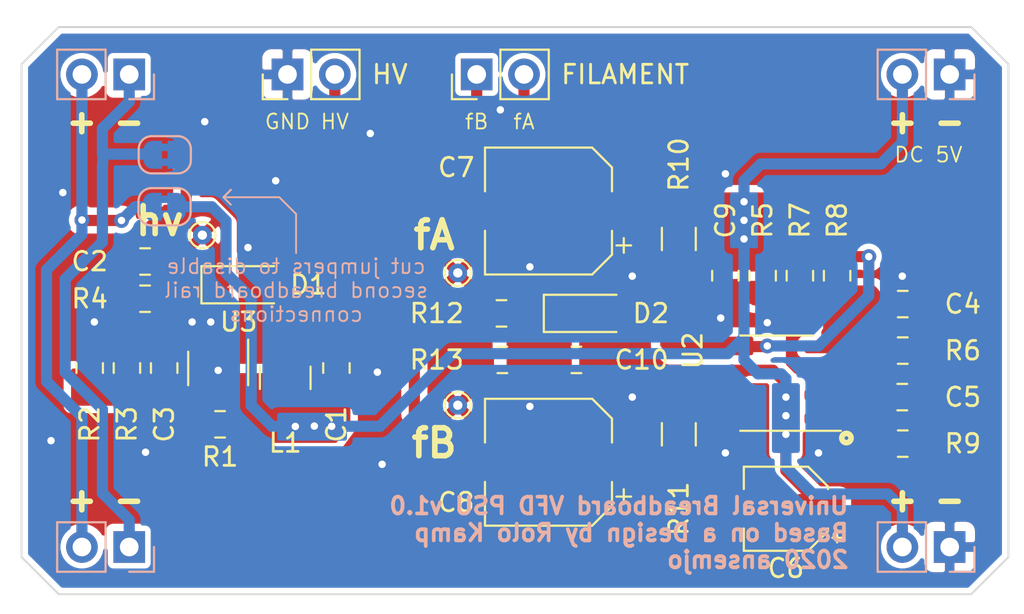
<source format=kicad_pcb>
(kicad_pcb (version 20171130) (host pcbnew 5.1.6)

  (general
    (thickness 1.6002)
    (drawings 34)
    (tracks 142)
    (zones 0)
    (modules 39)
    (nets 19)
  )

  (page A4)
  (title_block
    (rev 1)
  )

  (layers
    (0 Front signal)
    (31 Back signal)
    (34 B.Paste user)
    (35 F.Paste user)
    (36 B.SilkS user)
    (37 F.SilkS user)
    (38 B.Mask user)
    (39 F.Mask user)
    (44 Edge.Cuts user)
    (45 Margin user)
    (46 B.CrtYd user)
    (47 F.CrtYd user)
    (49 F.Fab user hide)
  )

  (setup
    (last_trace_width 0.6)
    (user_trace_width 0.1)
    (user_trace_width 0.2)
    (user_trace_width 0.5)
    (user_trace_width 0.6)
    (trace_clearance 0.25)
    (zone_clearance 0.3)
    (zone_45_only no)
    (trace_min 0.1)
    (via_size 0.8)
    (via_drill 0.4)
    (via_min_size 0.45)
    (via_min_drill 0.2)
    (user_via 0.45 0.2)
    (user_via 0.8 0.4)
    (uvia_size 0.8)
    (uvia_drill 0.4)
    (uvias_allowed no)
    (uvia_min_size 0)
    (uvia_min_drill 0)
    (edge_width 0.1)
    (segment_width 0.1)
    (pcb_text_width 0.3)
    (pcb_text_size 1.5 1.5)
    (mod_edge_width 0.1)
    (mod_text_size 0.8 0.8)
    (mod_text_width 0.1)
    (pad_size 1 1)
    (pad_drill 0.5)
    (pad_to_mask_clearance 0)
    (solder_mask_min_width 0.1)
    (aux_axis_origin 0 0)
    (grid_origin 93.234 42.545)
    (visible_elements FFFFFF7F)
    (pcbplotparams
      (layerselection 0x010fc_ffffffff)
      (usegerberextensions false)
      (usegerberattributes false)
      (usegerberadvancedattributes false)
      (creategerberjobfile false)
      (excludeedgelayer true)
      (linewidth 0.152400)
      (plotframeref false)
      (viasonmask false)
      (mode 1)
      (useauxorigin false)
      (hpglpennumber 1)
      (hpglpenspeed 20)
      (hpglpendiameter 15.000000)
      (psnegative false)
      (psa4output false)
      (plotreference true)
      (plotvalue false)
      (plotinvisibletext false)
      (padsonsilk false)
      (subtractmaskfromsilk true)
      (outputformat 1)
      (mirror false)
      (drillshape 0)
      (scaleselection 1)
      (outputdirectory "./gerbers_for_aisler"))
  )

  (net 0 "")
  (net 1 GND)
  (net 2 "Net-(D1-Pad2)")
  (net 3 "Net-(R3-Pad1)")
  (net 4 "Net-(C3-Pad1)")
  (net 5 "Net-(C4-Pad1)")
  (net 6 "Net-(C5-Pad1)")
  (net 7 "Net-(C7-Pad1)")
  (net 8 "Net-(C8-Pad1)")
  (net 9 "Net-(C10-Pad1)")
  (net 10 "Net-(R5-Pad2)")
  (net 11 "Net-(R10-Pad2)")
  (net 12 "Net-(R11-Pad2)")
  (net 13 /5V)
  (net 14 /HV)
  (net 15 /FIL_A)
  (net 16 /FIL_B)
  (net 17 /~HV_SHDN~)
  (net 18 /FIL_SHDN)

  (net_class Default "This is the default net class."
    (clearance 0.25)
    (trace_width 0.25)
    (via_dia 0.8)
    (via_drill 0.4)
    (uvia_dia 0.8)
    (uvia_drill 0.4)
    (diff_pair_width 0.25)
    (diff_pair_gap 0.25)
    (add_net /5V)
    (add_net /FIL_A)
    (add_net /FIL_B)
    (add_net /FIL_SHDN)
    (add_net /HV)
    (add_net /~HV_SHDN~)
    (add_net GND)
    (add_net "Net-(C10-Pad1)")
    (add_net "Net-(C3-Pad1)")
    (add_net "Net-(C4-Pad1)")
    (add_net "Net-(C5-Pad1)")
    (add_net "Net-(C7-Pad1)")
    (add_net "Net-(C8-Pad1)")
    (add_net "Net-(D1-Pad2)")
    (add_net "Net-(R10-Pad2)")
    (add_net "Net-(R11-Pad2)")
    (add_net "Net-(R3-Pad1)")
    (add_net "Net-(R5-Pad2)")
  )

  (net_class Min ""
    (clearance 0.1)
    (trace_width 0.1)
    (via_dia 0.45)
    (via_drill 0.2)
    (uvia_dia 0.45)
    (uvia_drill 0.2)
    (diff_pair_width 0.12)
    (diff_pair_gap 0.12)
  )

  (module TestPoint:TestPoint_THTPad_D1.0mm_Drill0.5mm (layer Front) (tedit 5F1B5045) (tstamp 5F1CBB19)
    (at 99.711 51.181)
    (descr "THT pad as test Point, diameter 1.0mm, hole diameter 0.5mm")
    (tags "test point THT pad")
    (attr virtual)
    (fp_text reference REF** (at 0 -1.448) (layer F.SilkS) hide
      (effects (font (size 1 1) (thickness 0.15)))
    )
    (fp_text value TestPoint_THTPad_D1.0mm_Drill0.5mm (at 0 1.55) (layer F.Fab)
      (effects (font (size 1 1) (thickness 0.15)))
    )
    (fp_circle (center 0 0) (end 1 0) (layer F.CrtYd) (width 0.05))
    (fp_circle (center 0 0) (end 0 0.7) (layer F.SilkS) (width 0.12))
    (fp_text user %R (at 0 -1.45) (layer F.Fab)
      (effects (font (size 1 1) (thickness 0.15)))
    )
    (pad 1 thru_hole circle (at 0 0) (size 1 1) (drill 0.5) (layers *.Cu *.Mask)
      (net 14 /HV))
  )

  (module TestPoint:TestPoint_THTPad_D1.0mm_Drill0.5mm (layer Front) (tedit 5F1B4FA7) (tstamp 5F1CA179)
    (at 113.427 60.325)
    (descr "THT pad as test Point, diameter 1.0mm, hole diameter 0.5mm")
    (tags "test point THT pad")
    (attr virtual)
    (fp_text reference REF** (at 0 -1.448) (layer F.SilkS) hide
      (effects (font (size 1 1) (thickness 0.15)))
    )
    (fp_text value TestPoint_THTPad_D1.0mm_Drill0.5mm (at 0 1.55) (layer F.Fab)
      (effects (font (size 1 1) (thickness 0.15)))
    )
    (fp_circle (center 0 0) (end 1 0) (layer F.CrtYd) (width 0.05))
    (fp_circle (center 0 0) (end 0 0.7) (layer F.SilkS) (width 0.12))
    (fp_text user %R (at 0 -1.45) (layer F.Fab)
      (effects (font (size 1 1) (thickness 0.15)))
    )
    (pad 1 thru_hole circle (at 0 0) (size 1 1) (drill 0.5) (layers *.Cu *.Mask)
      (net 16 /FIL_B))
  )

  (module TestPoint:TestPoint_THTPad_D1.0mm_Drill0.5mm (layer Front) (tedit 5F1B4F8F) (tstamp 5F1CA19F)
    (at 113.427 53.213)
    (descr "THT pad as test Point, diameter 1.0mm, hole diameter 0.5mm")
    (tags "test point THT pad")
    (attr virtual)
    (fp_text reference REF** (at 0 -1.448) (layer F.SilkS) hide
      (effects (font (size 1 1) (thickness 0.15)))
    )
    (fp_text value TestPoint_THTPad_D1.0mm_Drill0.5mm (at 0 1.55) (layer F.Fab)
      (effects (font (size 1 1) (thickness 0.15)))
    )
    (fp_text user %R (at 0 -1.45) (layer F.Fab)
      (effects (font (size 1 1) (thickness 0.15)))
    )
    (fp_circle (center 0 0) (end 1 0) (layer F.CrtYd) (width 0.05))
    (fp_circle (center 0 0) (end 0 0.7) (layer F.SilkS) (width 0.12))
    (pad 1 thru_hole circle (at 0 0) (size 1 1) (drill 0.5) (layers *.Cu *.Mask)
      (net 15 /FIL_A))
  )

  (module Jumper:SolderJumper-2_P1.3mm_Bridged2Bar_RoundedPad1.0x1.5mm (layer Back) (tedit 5F1B4A4A) (tstamp 5F1C39AC)
    (at 97.679 49.657)
    (descr "SMD Solder Jumper, 1x1.5mm, rounded Pads, 0.3mm gap, bridged with 2 copper strips")
    (tags "solder jumper open")
    (attr virtual)
    (fp_text reference VCC (at 4.304 0.014 180) (layer B.SilkS) hide
      (effects (font (size 0.8 0.8) (thickness 0.15)) (justify mirror))
    )
    (fp_text value SolderJumper-2_P1.3mm_Bridged2Bar_RoundedPad1.0x1.5mm (at 0 -1.9 180) (layer B.Fab)
      (effects (font (size 1 1) (thickness 0.15)) (justify mirror))
    )
    (fp_line (start -1.4 -0.3) (end -1.4 0.3) (layer B.SilkS) (width 0.12))
    (fp_line (start 0.7 -1) (end -0.7 -1) (layer B.SilkS) (width 0.12))
    (fp_line (start 1.4 0.3) (end 1.4 -0.3) (layer B.SilkS) (width 0.12))
    (fp_line (start -0.7 1) (end 0.7 1) (layer B.SilkS) (width 0.12))
    (fp_line (start -1.65 1.25) (end 1.65 1.25) (layer B.CrtYd) (width 0.05))
    (fp_line (start -1.65 1.25) (end -1.65 -1.25) (layer B.CrtYd) (width 0.05))
    (fp_line (start 1.65 -1.25) (end 1.65 1.25) (layer B.CrtYd) (width 0.05))
    (fp_line (start 1.65 -1.25) (end -1.65 -1.25) (layer B.CrtYd) (width 0.05))
    (fp_poly (pts (xy -0.25 -0.2) (xy 0.25 -0.2) (xy 0.25 -0.6) (xy -0.25 -0.6)) (layer Back) (width 0))
    (fp_poly (pts (xy -0.25 0.6) (xy 0.25 0.6) (xy 0.25 0.2) (xy -0.25 0.2)) (layer Back) (width 0))
    (fp_arc (start 0.7 0.3) (end 1.4 0.3) (angle 90) (layer B.SilkS) (width 0.12))
    (fp_arc (start 0.7 -0.3) (end 0.7 -1) (angle 90) (layer B.SilkS) (width 0.12))
    (fp_arc (start -0.7 -0.3) (end -1.4 -0.3) (angle 90) (layer B.SilkS) (width 0.12))
    (fp_arc (start -0.7 0.3) (end -0.7 1) (angle 90) (layer B.SilkS) (width 0.12))
    (pad 2 smd custom (at 0.65 0) (size 1 0.5) (layers Back B.Mask)
      (net 13 /5V) (zone_connect 2)
      (options (clearance outline) (anchor rect))
      (primitives
        (gr_circle (center 0 -0.25) (end 0.5 -0.25) (width 0))
        (gr_circle (center 0 0.25) (end 0.5 0.25) (width 0))
        (gr_poly (pts
           (xy -0.5 -0.75) (xy -0.5 0.75) (xy 0 0.75) (xy 0 -0.75)) (width 0))
      ))
    (pad 1 smd custom (at -0.65 0) (size 1 0.5) (layers Back B.Mask)
      (zone_connect 2)
      (options (clearance outline) (anchor rect))
      (primitives
        (gr_circle (center 0 -0.25) (end 0.5 -0.25) (width 0))
        (gr_circle (center 0 0.25) (end 0.5 0.25) (width 0))
        (gr_poly (pts
           (xy 0.5 -0.75) (xy 0.5 0.75) (xy 0 0.75) (xy 0 -0.75)) (width 0))
      ))
  )

  (module Jumper:SolderJumper-2_P1.3mm_Bridged2Bar_RoundedPad1.0x1.5mm (layer Back) (tedit 5F1B4A51) (tstamp 5F1C3992)
    (at 97.693 46.863)
    (descr "SMD Solder Jumper, 1x1.5mm, rounded Pads, 0.3mm gap, bridged with 2 copper strips")
    (tags "solder jumper open")
    (attr virtual)
    (fp_text reference GND (at 2.95 0.02 180) (layer B.SilkS) hide
      (effects (font (size 0.8 0.8) (thickness 0.15)) (justify mirror))
    )
    (fp_text value SolderJumper-2_P1.3mm_Bridged2Bar_RoundedPad1.0x1.5mm (at 0 -1.9 180) (layer B.Fab)
      (effects (font (size 1 1) (thickness 0.15)) (justify mirror))
    )
    (fp_arc (start -0.7 0.3) (end -0.7 1) (angle 90) (layer B.SilkS) (width 0.12))
    (fp_arc (start -0.7 -0.3) (end -1.4 -0.3) (angle 90) (layer B.SilkS) (width 0.12))
    (fp_arc (start 0.7 -0.3) (end 0.7 -1) (angle 90) (layer B.SilkS) (width 0.12))
    (fp_arc (start 0.7 0.3) (end 1.4 0.3) (angle 90) (layer B.SilkS) (width 0.12))
    (fp_line (start -1.4 -0.3) (end -1.4 0.3) (layer B.SilkS) (width 0.12))
    (fp_line (start 0.7 -1) (end -0.7 -1) (layer B.SilkS) (width 0.12))
    (fp_line (start 1.4 0.3) (end 1.4 -0.3) (layer B.SilkS) (width 0.12))
    (fp_line (start -0.7 1) (end 0.7 1) (layer B.SilkS) (width 0.12))
    (fp_line (start -1.65 1.25) (end 1.65 1.25) (layer B.CrtYd) (width 0.05))
    (fp_line (start -1.65 1.25) (end -1.65 -1.25) (layer B.CrtYd) (width 0.05))
    (fp_line (start 1.65 -1.25) (end 1.65 1.25) (layer B.CrtYd) (width 0.05))
    (fp_line (start 1.65 -1.25) (end -1.65 -1.25) (layer B.CrtYd) (width 0.05))
    (fp_poly (pts (xy -0.25 -0.2) (xy 0.25 -0.2) (xy 0.25 -0.6) (xy -0.25 -0.6)) (layer Back) (width 0))
    (fp_poly (pts (xy -0.25 0.6) (xy 0.25 0.6) (xy 0.25 0.2) (xy -0.25 0.2)) (layer Back) (width 0))
    (pad 1 smd custom (at -0.65 0) (size 1 0.5) (layers Back B.Mask)
      (zone_connect 2)
      (options (clearance outline) (anchor rect))
      (primitives
        (gr_circle (center 0 -0.25) (end 0.5 -0.25) (width 0))
        (gr_circle (center 0 0.25) (end 0.5 0.25) (width 0))
        (gr_poly (pts
           (xy 0.5 -0.75) (xy 0.5 0.75) (xy 0 0.75) (xy 0 -0.75)) (width 0))
      ))
    (pad 2 smd custom (at 0.65 0) (size 1 0.5) (layers Back B.Mask)
      (net 1 GND) (zone_connect 2)
      (options (clearance outline) (anchor rect))
      (primitives
        (gr_circle (center 0 -0.25) (end 0.5 -0.25) (width 0))
        (gr_circle (center 0 0.25) (end 0.5 0.25) (width 0))
        (gr_poly (pts
           (xy -0.5 -0.75) (xy -0.5 0.75) (xy 0 0.75) (xy 0 -0.75)) (width 0))
      ))
  )

  (module Connector_PinHeader_2.54mm:PinHeader_1x02_P2.54mm_Vertical (layer Front) (tedit 5F1B4688) (tstamp 5F1C0844)
    (at 114.443 42.545 90)
    (descr "Through hole straight pin header, 1x02, 2.54mm pitch, single row")
    (tags "Through hole pin header THT 1x02 2.54mm single row")
    (fp_text reference FILAMENT (at 0 4.445 180) (layer F.SilkS)
      (effects (font (size 1 1) (thickness 0.15)) (justify left))
    )
    (fp_text value PinHeader_1x02_P2.54mm_Vertical (at 0 4.87 90) (layer F.Fab)
      (effects (font (size 1 1) (thickness 0.15)))
    )
    (fp_text user %R (at 0 1.27) (layer F.Fab)
      (effects (font (size 1 1) (thickness 0.15)))
    )
    (fp_line (start 1.8 -1.8) (end -1.8 -1.8) (layer F.CrtYd) (width 0.05))
    (fp_line (start 1.8 4.35) (end 1.8 -1.8) (layer F.CrtYd) (width 0.05))
    (fp_line (start -1.8 4.35) (end 1.8 4.35) (layer F.CrtYd) (width 0.05))
    (fp_line (start -1.8 -1.8) (end -1.8 4.35) (layer F.CrtYd) (width 0.05))
    (fp_line (start -1.33 -1.33) (end 0 -1.33) (layer F.SilkS) (width 0.12))
    (fp_line (start -1.33 0) (end -1.33 -1.33) (layer F.SilkS) (width 0.12))
    (fp_line (start -1.33 1.27) (end 1.33 1.27) (layer F.SilkS) (width 0.12))
    (fp_line (start 1.33 1.27) (end 1.33 3.87) (layer F.SilkS) (width 0.12))
    (fp_line (start -1.33 1.27) (end -1.33 3.87) (layer F.SilkS) (width 0.12))
    (fp_line (start -1.33 3.87) (end 1.33 3.87) (layer F.SilkS) (width 0.12))
    (fp_line (start -1.27 -0.635) (end -0.635 -1.27) (layer F.Fab) (width 0.1))
    (fp_line (start -1.27 3.81) (end -1.27 -0.635) (layer F.Fab) (width 0.1))
    (fp_line (start 1.27 3.81) (end -1.27 3.81) (layer F.Fab) (width 0.1))
    (fp_line (start 1.27 -1.27) (end 1.27 3.81) (layer F.Fab) (width 0.1))
    (fp_line (start -0.635 -1.27) (end 1.27 -1.27) (layer F.Fab) (width 0.1))
    (pad 2 thru_hole oval (at 0 2.54 90) (size 1.7 1.7) (drill 1) (layers *.Cu *.Mask)
      (net 15 /FIL_A))
    (pad 1 thru_hole rect (at 0 0 90) (size 1.7 1.7) (drill 1) (layers *.Cu *.Mask)
      (net 16 /FIL_B))
    (model ${KISYS3DMOD}/Connector_PinHeader_2.54mm.3dshapes/PinHeader_1x02_P2.54mm_Vertical.wrl
      (at (xyz 0 0 0))
      (scale (xyz 1 1 1))
      (rotate (xyz 0 0 0))
    )
  )

  (module Connector_PinHeader_2.54mm:PinHeader_1x02_P2.54mm_Vertical (layer Front) (tedit 5F1B4665) (tstamp 5F1C55E1)
    (at 104.283 42.545 90)
    (descr "Through hole straight pin header, 1x02, 2.54mm pitch, single row")
    (tags "Through hole pin header THT 1x02 2.54mm single row")
    (fp_text reference HV (at 0 4.445 180) (layer F.SilkS)
      (effects (font (size 1 1) (thickness 0.15)) (justify left))
    )
    (fp_text value PinHeader_1x02_P2.54mm_Vertical (at 0 4.87 90) (layer F.Fab)
      (effects (font (size 1 1) (thickness 0.15)))
    )
    (fp_text user %R (at 0 1.27) (layer F.Fab)
      (effects (font (size 1 1) (thickness 0.15)))
    )
    (fp_line (start -0.635 -1.27) (end 1.27 -1.27) (layer F.Fab) (width 0.1))
    (fp_line (start 1.27 -1.27) (end 1.27 3.81) (layer F.Fab) (width 0.1))
    (fp_line (start 1.27 3.81) (end -1.27 3.81) (layer F.Fab) (width 0.1))
    (fp_line (start -1.27 3.81) (end -1.27 -0.635) (layer F.Fab) (width 0.1))
    (fp_line (start -1.27 -0.635) (end -0.635 -1.27) (layer F.Fab) (width 0.1))
    (fp_line (start -1.33 3.87) (end 1.33 3.87) (layer F.SilkS) (width 0.12))
    (fp_line (start -1.33 1.27) (end -1.33 3.87) (layer F.SilkS) (width 0.12))
    (fp_line (start 1.33 1.27) (end 1.33 3.87) (layer F.SilkS) (width 0.12))
    (fp_line (start -1.33 1.27) (end 1.33 1.27) (layer F.SilkS) (width 0.12))
    (fp_line (start -1.33 0) (end -1.33 -1.33) (layer F.SilkS) (width 0.12))
    (fp_line (start -1.33 -1.33) (end 0 -1.33) (layer F.SilkS) (width 0.12))
    (fp_line (start -1.8 -1.8) (end -1.8 4.35) (layer F.CrtYd) (width 0.05))
    (fp_line (start -1.8 4.35) (end 1.8 4.35) (layer F.CrtYd) (width 0.05))
    (fp_line (start 1.8 4.35) (end 1.8 -1.8) (layer F.CrtYd) (width 0.05))
    (fp_line (start 1.8 -1.8) (end -1.8 -1.8) (layer F.CrtYd) (width 0.05))
    (pad 2 thru_hole oval (at 0 2.54 90) (size 1.7 1.7) (drill 1) (layers *.Cu *.Mask)
      (net 14 /HV))
    (pad 1 thru_hole rect (at 0 0 90) (size 1.7 1.7) (drill 1) (layers *.Cu *.Mask)
      (net 1 GND))
    (model ${KISYS3DMOD}/Connector_PinHeader_2.54mm.3dshapes/PinHeader_1x02_P2.54mm_Vertical.wrl
      (at (xyz 0 0 0))
      (scale (xyz 1 1 1))
      (rotate (xyz 0 0 0))
    )
  )

  (module Connector_PinHeader_2.54mm:PinHeader_1x02_P2.54mm_Vertical (layer Back) (tedit 5F1B42B2) (tstamp 5F1BF72A)
    (at 139.843 67.945 90)
    (descr "Through hole straight pin header, 1x02, 2.54mm pitch, single row")
    (tags "Through hole pin header THT 1x02 2.54mm single row")
    (fp_text reference REF** (at 0 2.33 -90) (layer B.SilkS) hide
      (effects (font (size 1 1) (thickness 0.15)) (justify mirror))
    )
    (fp_text value PinHeader_1x02_P2.54mm_Vertical (at 0 -4.87 -90) (layer B.Fab)
      (effects (font (size 1 1) (thickness 0.15)) (justify mirror))
    )
    (fp_text user %R (at 0 -1.27) (layer B.Fab)
      (effects (font (size 1 1) (thickness 0.15)) (justify mirror))
    )
    (fp_line (start 1.8 1.8) (end -1.8 1.8) (layer B.CrtYd) (width 0.05))
    (fp_line (start 1.8 -4.35) (end 1.8 1.8) (layer B.CrtYd) (width 0.05))
    (fp_line (start -1.8 -4.35) (end 1.8 -4.35) (layer B.CrtYd) (width 0.05))
    (fp_line (start -1.8 1.8) (end -1.8 -4.35) (layer B.CrtYd) (width 0.05))
    (fp_line (start -1.33 1.33) (end 0 1.33) (layer B.SilkS) (width 0.12))
    (fp_line (start -1.33 0) (end -1.33 1.33) (layer B.SilkS) (width 0.12))
    (fp_line (start -1.33 -1.27) (end 1.33 -1.27) (layer B.SilkS) (width 0.12))
    (fp_line (start 1.33 -1.27) (end 1.33 -3.87) (layer B.SilkS) (width 0.12))
    (fp_line (start -1.33 -1.27) (end -1.33 -3.87) (layer B.SilkS) (width 0.12))
    (fp_line (start -1.33 -3.87) (end 1.33 -3.87) (layer B.SilkS) (width 0.12))
    (fp_line (start -1.27 0.635) (end -0.635 1.27) (layer B.Fab) (width 0.1))
    (fp_line (start -1.27 -3.81) (end -1.27 0.635) (layer B.Fab) (width 0.1))
    (fp_line (start 1.27 -3.81) (end -1.27 -3.81) (layer B.Fab) (width 0.1))
    (fp_line (start 1.27 1.27) (end 1.27 -3.81) (layer B.Fab) (width 0.1))
    (fp_line (start -0.635 1.27) (end 1.27 1.27) (layer B.Fab) (width 0.1))
    (pad 2 thru_hole oval (at 0 -2.54 90) (size 1.7 1.7) (drill 1) (layers *.Cu *.Mask)
      (net 13 /5V))
    (pad 1 thru_hole rect (at 0 0 90) (size 1.7 1.7) (drill 1) (layers *.Cu *.Mask)
      (net 1 GND))
    (model ${KISYS3DMOD}/Connector_PinHeader_2.54mm.3dshapes/PinHeader_1x02_P2.54mm_Vertical.wrl
      (at (xyz 0 0 0))
      (scale (xyz 1 1 1))
      (rotate (xyz 0 0 0))
    )
  )

  (module Connector_PinHeader_2.54mm:PinHeader_1x02_P2.54mm_Vertical (layer Back) (tedit 5F1B42BC) (tstamp 5F1BFC9E)
    (at 139.843 42.545 90)
    (descr "Through hole straight pin header, 1x02, 2.54mm pitch, single row")
    (tags "Through hole pin header THT 1x02 2.54mm single row")
    (fp_text reference REF** (at 0 2.33 -90) (layer B.SilkS) hide
      (effects (font (size 1 1) (thickness 0.15)) (justify mirror))
    )
    (fp_text value PinHeader_1x02_P2.54mm_Vertical (at 0 -4.87 -90) (layer B.Fab)
      (effects (font (size 1 1) (thickness 0.15)) (justify mirror))
    )
    (fp_text user %R (at 0 -1.27) (layer B.Fab)
      (effects (font (size 1 1) (thickness 0.15)) (justify mirror))
    )
    (fp_line (start 1.8 1.8) (end -1.8 1.8) (layer B.CrtYd) (width 0.05))
    (fp_line (start 1.8 -4.35) (end 1.8 1.8) (layer B.CrtYd) (width 0.05))
    (fp_line (start -1.8 -4.35) (end 1.8 -4.35) (layer B.CrtYd) (width 0.05))
    (fp_line (start -1.8 1.8) (end -1.8 -4.35) (layer B.CrtYd) (width 0.05))
    (fp_line (start -1.33 1.33) (end 0 1.33) (layer B.SilkS) (width 0.12))
    (fp_line (start -1.33 0) (end -1.33 1.33) (layer B.SilkS) (width 0.12))
    (fp_line (start -1.33 -1.27) (end 1.33 -1.27) (layer B.SilkS) (width 0.12))
    (fp_line (start 1.33 -1.27) (end 1.33 -3.87) (layer B.SilkS) (width 0.12))
    (fp_line (start -1.33 -1.27) (end -1.33 -3.87) (layer B.SilkS) (width 0.12))
    (fp_line (start -1.33 -3.87) (end 1.33 -3.87) (layer B.SilkS) (width 0.12))
    (fp_line (start -1.27 0.635) (end -0.635 1.27) (layer B.Fab) (width 0.1))
    (fp_line (start -1.27 -3.81) (end -1.27 0.635) (layer B.Fab) (width 0.1))
    (fp_line (start 1.27 -3.81) (end -1.27 -3.81) (layer B.Fab) (width 0.1))
    (fp_line (start 1.27 1.27) (end 1.27 -3.81) (layer B.Fab) (width 0.1))
    (fp_line (start -0.635 1.27) (end 1.27 1.27) (layer B.Fab) (width 0.1))
    (pad 2 thru_hole oval (at 0 -2.54 90) (size 1.7 1.7) (drill 1) (layers *.Cu *.Mask)
      (net 13 /5V))
    (pad 1 thru_hole rect (at 0 0 90) (size 1.7 1.7) (drill 1) (layers *.Cu *.Mask)
      (net 1 GND))
    (model ${KISYS3DMOD}/Connector_PinHeader_2.54mm.3dshapes/PinHeader_1x02_P2.54mm_Vertical.wrl
      (at (xyz 0 0 0))
      (scale (xyz 1 1 1))
      (rotate (xyz 0 0 0))
    )
  )

  (module Connector_PinHeader_2.54mm:PinHeader_1x02_P2.54mm_Vertical (layer Back) (tedit 5F1B491F) (tstamp 5F1BF512)
    (at 95.783 67.945 90)
    (descr "Through hole straight pin header, 1x02, 2.54mm pitch, single row")
    (tags "Through hole pin header THT 1x02 2.54mm single row")
    (fp_text reference REF** (at 0 2.33 270) (layer B.SilkS) hide
      (effects (font (size 1 1) (thickness 0.15)) (justify mirror))
    )
    (fp_text value PinHeader_1x02_P2.54mm_Vertical (at 0 -4.87 270) (layer B.Fab)
      (effects (font (size 1 1) (thickness 0.15)) (justify mirror))
    )
    (fp_line (start -0.635 1.27) (end 1.27 1.27) (layer B.Fab) (width 0.1))
    (fp_line (start 1.27 1.27) (end 1.27 -3.81) (layer B.Fab) (width 0.1))
    (fp_line (start 1.27 -3.81) (end -1.27 -3.81) (layer B.Fab) (width 0.1))
    (fp_line (start -1.27 -3.81) (end -1.27 0.635) (layer B.Fab) (width 0.1))
    (fp_line (start -1.27 0.635) (end -0.635 1.27) (layer B.Fab) (width 0.1))
    (fp_line (start -1.33 -3.87) (end 1.33 -3.87) (layer B.SilkS) (width 0.12))
    (fp_line (start -1.33 -1.27) (end -1.33 -3.87) (layer B.SilkS) (width 0.12))
    (fp_line (start 1.33 -1.27) (end 1.33 -3.87) (layer B.SilkS) (width 0.12))
    (fp_line (start -1.33 -1.27) (end 1.33 -1.27) (layer B.SilkS) (width 0.12))
    (fp_line (start -1.33 0) (end -1.33 1.33) (layer B.SilkS) (width 0.12))
    (fp_line (start -1.33 1.33) (end 0 1.33) (layer B.SilkS) (width 0.12))
    (fp_line (start -1.8 1.8) (end -1.8 -4.35) (layer B.CrtYd) (width 0.05))
    (fp_line (start -1.8 -4.35) (end 1.8 -4.35) (layer B.CrtYd) (width 0.05))
    (fp_line (start 1.8 -4.35) (end 1.8 1.8) (layer B.CrtYd) (width 0.05))
    (fp_line (start 1.8 1.8) (end -1.8 1.8) (layer B.CrtYd) (width 0.05))
    (fp_text user %R (at 0 -1.27) (layer B.Fab)
      (effects (font (size 1 1) (thickness 0.15)) (justify mirror))
    )
    (pad 1 thru_hole rect (at 0 0 90) (size 1.7 1.7) (drill 1) (layers *.Cu *.Mask))
    (pad 2 thru_hole oval (at 0 -2.54 90) (size 1.7 1.7) (drill 1) (layers *.Cu *.Mask))
    (model ${KISYS3DMOD}/Connector_PinHeader_2.54mm.3dshapes/PinHeader_1x02_P2.54mm_Vertical.wrl
      (at (xyz 0 0 0))
      (scale (xyz 1 1 1))
      (rotate (xyz 0 0 0))
    )
  )

  (module Connector_PinHeader_2.54mm:PinHeader_1x02_P2.54mm_Vertical (layer Back) (tedit 5F1B48F0) (tstamp 5F1BF4E5)
    (at 95.783 42.545 90)
    (descr "Through hole straight pin header, 1x02, 2.54mm pitch, single row")
    (tags "Through hole pin header THT 1x02 2.54mm single row")
    (fp_text reference REF** (at 0 2.33 -90) (layer B.SilkS) hide
      (effects (font (size 1 1) (thickness 0.15)) (justify mirror))
    )
    (fp_text value PinHeader_1x02_P2.54mm_Vertical (at 0 -4.87 -90) (layer B.Fab)
      (effects (font (size 1 1) (thickness 0.15)) (justify mirror))
    )
    (fp_text user %R (at 0 -1.27) (layer B.Fab)
      (effects (font (size 1 1) (thickness 0.15)) (justify mirror))
    )
    (fp_line (start -0.635 1.27) (end 1.27 1.27) (layer B.Fab) (width 0.1))
    (fp_line (start 1.27 1.27) (end 1.27 -3.81) (layer B.Fab) (width 0.1))
    (fp_line (start 1.27 -3.81) (end -1.27 -3.81) (layer B.Fab) (width 0.1))
    (fp_line (start -1.27 -3.81) (end -1.27 0.635) (layer B.Fab) (width 0.1))
    (fp_line (start -1.27 0.635) (end -0.635 1.27) (layer B.Fab) (width 0.1))
    (fp_line (start -1.33 -3.87) (end 1.33 -3.87) (layer B.SilkS) (width 0.12))
    (fp_line (start -1.33 -1.27) (end -1.33 -3.87) (layer B.SilkS) (width 0.12))
    (fp_line (start 1.33 -1.27) (end 1.33 -3.87) (layer B.SilkS) (width 0.12))
    (fp_line (start -1.33 -1.27) (end 1.33 -1.27) (layer B.SilkS) (width 0.12))
    (fp_line (start -1.33 0) (end -1.33 1.33) (layer B.SilkS) (width 0.12))
    (fp_line (start -1.33 1.33) (end 0 1.33) (layer B.SilkS) (width 0.12))
    (fp_line (start -1.8 1.8) (end -1.8 -4.35) (layer B.CrtYd) (width 0.05))
    (fp_line (start -1.8 -4.35) (end 1.8 -4.35) (layer B.CrtYd) (width 0.05))
    (fp_line (start 1.8 -4.35) (end 1.8 1.8) (layer B.CrtYd) (width 0.05))
    (fp_line (start 1.8 1.8) (end -1.8 1.8) (layer B.CrtYd) (width 0.05))
    (pad 2 thru_hole oval (at 0 -2.54 90) (size 1.7 1.7) (drill 1) (layers *.Cu *.Mask))
    (pad 1 thru_hole rect (at 0 0 90) (size 1.7 1.7) (drill 1) (layers *.Cu *.Mask))
    (model ${KISYS3DMOD}/Connector_PinHeader_2.54mm.3dshapes/PinHeader_1x02_P2.54mm_Vertical.wrl
      (at (xyz 0 0 0))
      (scale (xyz 1 1 1))
      (rotate (xyz 0 0 0))
    )
  )

  (module Package_TO_SOT_SMD:SOT-23-5 (layer Front) (tedit 5A02FF57) (tstamp 5F1B840D)
    (at 100.56 58.35 270)
    (descr "5-pin SOT23 package")
    (tags SOT-23-5)
    (path /5F189D50)
    (attr smd)
    (fp_text reference U3 (at -2.5 -1.1 180) (layer F.SilkS)
      (effects (font (size 1 1) (thickness 0.15)))
    )
    (fp_text value LM2733YMF (at 0 2.9 90) (layer F.Fab)
      (effects (font (size 1 1) (thickness 0.15)))
    )
    (fp_text user %R (at 0 0) (layer F.Fab)
      (effects (font (size 0.5 0.5) (thickness 0.075)))
    )
    (fp_line (start -0.9 1.61) (end 0.9 1.61) (layer F.SilkS) (width 0.12))
    (fp_line (start 0.9 -1.61) (end -1.55 -1.61) (layer F.SilkS) (width 0.12))
    (fp_line (start -1.9 -1.8) (end 1.9 -1.8) (layer F.CrtYd) (width 0.05))
    (fp_line (start 1.9 -1.8) (end 1.9 1.8) (layer F.CrtYd) (width 0.05))
    (fp_line (start 1.9 1.8) (end -1.9 1.8) (layer F.CrtYd) (width 0.05))
    (fp_line (start -1.9 1.8) (end -1.9 -1.8) (layer F.CrtYd) (width 0.05))
    (fp_line (start -0.9 -0.9) (end -0.25 -1.55) (layer F.Fab) (width 0.1))
    (fp_line (start 0.9 -1.55) (end -0.25 -1.55) (layer F.Fab) (width 0.1))
    (fp_line (start -0.9 -0.9) (end -0.9 1.55) (layer F.Fab) (width 0.1))
    (fp_line (start 0.9 1.55) (end -0.9 1.55) (layer F.Fab) (width 0.1))
    (fp_line (start 0.9 -1.55) (end 0.9 1.55) (layer F.Fab) (width 0.1))
    (pad 5 smd rect (at 1.1 -0.95 270) (size 1.06 0.65) (layers Front F.Paste F.Mask)
      (net 13 /5V))
    (pad 4 smd rect (at 1.1 0.95 270) (size 1.06 0.65) (layers Front F.Paste F.Mask)
      (net 17 /~HV_SHDN~))
    (pad 3 smd rect (at -1.1 0.95 270) (size 1.06 0.65) (layers Front F.Paste F.Mask)
      (net 4 "Net-(C3-Pad1)"))
    (pad 2 smd rect (at -1.1 0 270) (size 1.06 0.65) (layers Front F.Paste F.Mask)
      (net 1 GND))
    (pad 1 smd rect (at -1.1 -0.95 270) (size 1.06 0.65) (layers Front F.Paste F.Mask)
      (net 2 "Net-(D1-Pad2)"))
    (model ${KISYS3DMOD}/Package_TO_SOT_SMD.3dshapes/SOT-23-5.wrl
      (at (xyz 0 0 0))
      (scale (xyz 1 1 1))
      (rotate (xyz 0 0 0))
    )
  )

  (module Package_SO:SOIC-8_3.9x4.9mm_P1.27mm (layer Front) (tedit 5D9F72B1) (tstamp 5F1BFCE1)
    (at 130.548 59.138 180)
    (descr "SOIC, 8 Pin (JEDEC MS-012AA, https://www.analog.com/media/en/package-pcb-resources/package/pkg_pdf/soic_narrow-r/r_8.pdf), generated with kicad-footprint-generator ipc_gullwing_generator.py")
    (tags "SOIC SO")
    (path /5F1B4DF1)
    (attr smd)
    (fp_text reference U2 (at 4.5 1.75 270) (layer F.SilkS)
      (effects (font (size 1 1) (thickness 0.15)))
    )
    (fp_text value LM4871MX_NOPB (at 0 3.4) (layer F.Fab)
      (effects (font (size 1 1) (thickness 0.15)))
    )
    (fp_text user %R (at 0 0) (layer F.Fab)
      (effects (font (size 0.98 0.98) (thickness 0.15)))
    )
    (fp_line (start 0 2.56) (end 1.95 2.56) (layer F.SilkS) (width 0.12))
    (fp_line (start 0 2.56) (end -1.95 2.56) (layer F.SilkS) (width 0.12))
    (fp_line (start 0 -2.56) (end 1.95 -2.56) (layer F.SilkS) (width 0.12))
    (fp_line (start 0 -2.56) (end -3.45 -2.56) (layer F.SilkS) (width 0.12))
    (fp_line (start -0.975 -2.45) (end 1.95 -2.45) (layer F.Fab) (width 0.1))
    (fp_line (start 1.95 -2.45) (end 1.95 2.45) (layer F.Fab) (width 0.1))
    (fp_line (start 1.95 2.45) (end -1.95 2.45) (layer F.Fab) (width 0.1))
    (fp_line (start -1.95 2.45) (end -1.95 -1.475) (layer F.Fab) (width 0.1))
    (fp_line (start -1.95 -1.475) (end -0.975 -2.45) (layer F.Fab) (width 0.1))
    (fp_line (start -3.7 -2.7) (end -3.7 2.7) (layer F.CrtYd) (width 0.05))
    (fp_line (start -3.7 2.7) (end 3.7 2.7) (layer F.CrtYd) (width 0.05))
    (fp_line (start 3.7 2.7) (end 3.7 -2.7) (layer F.CrtYd) (width 0.05))
    (fp_line (start 3.7 -2.7) (end -3.7 -2.7) (layer F.CrtYd) (width 0.05))
    (pad 8 smd roundrect (at 2.475 -1.905 180) (size 1.95 0.6) (layers Front F.Paste F.Mask) (roundrect_rratio 0.25)
      (net 12 "Net-(R11-Pad2)"))
    (pad 7 smd roundrect (at 2.475 -0.635 180) (size 1.95 0.6) (layers Front F.Paste F.Mask) (roundrect_rratio 0.25)
      (net 1 GND))
    (pad 6 smd roundrect (at 2.475 0.635 180) (size 1.95 0.6) (layers Front F.Paste F.Mask) (roundrect_rratio 0.25)
      (net 13 /5V))
    (pad 5 smd roundrect (at 2.475 1.905 180) (size 1.95 0.6) (layers Front F.Paste F.Mask) (roundrect_rratio 0.25)
      (net 11 "Net-(R10-Pad2)"))
    (pad 4 smd roundrect (at -2.475 1.905 180) (size 1.95 0.6) (layers Front F.Paste F.Mask) (roundrect_rratio 0.25)
      (net 5 "Net-(C4-Pad1)"))
    (pad 3 smd roundrect (at -2.475 0.635 180) (size 1.95 0.6) (layers Front F.Paste F.Mask) (roundrect_rratio 0.25)
      (net 10 "Net-(R5-Pad2)"))
    (pad 2 smd roundrect (at -2.475 -0.635 180) (size 1.95 0.6) (layers Front F.Paste F.Mask) (roundrect_rratio 0.25)
      (net 6 "Net-(C5-Pad1)"))
    (pad 1 smd roundrect (at -2.475 -1.905 180) (size 1.95 0.6) (layers Front F.Paste F.Mask) (roundrect_rratio 0.25)
      (net 18 /FIL_SHDN))
    (model ${KISYS3DMOD}/Package_SO.3dshapes/SOIC-8_3.9x4.9mm_P1.27mm.wrl
      (at (xyz 0 0 0))
      (scale (xyz 1 1 1))
      (rotate (xyz 0 0 0))
    )
  )

  (module Resistor_SMD:R_0805_2012Metric_Pad1.15x1.40mm_HandSolder (layer Front) (tedit 5B36C52B) (tstamp 5F1BFD23)
    (at 115.823 57.888 180)
    (descr "Resistor SMD 0805 (2012 Metric), square (rectangular) end terminal, IPC_7351 nominal with elongated pad for handsoldering. (Body size source: https://docs.google.com/spreadsheets/d/1BsfQQcO9C6DZCsRaXUlFlo91Tg2WpOkGARC1WS5S8t0/edit?usp=sharing), generated with kicad-footprint-generator")
    (tags "resistor handsolder")
    (path /5F1CCD85)
    (attr smd)
    (fp_text reference R13 (at 3.525 0) (layer F.SilkS)
      (effects (font (size 1 1) (thickness 0.15)))
    )
    (fp_text value 220Ω (at 0 1.65) (layer F.Fab)
      (effects (font (size 1 1) (thickness 0.15)))
    )
    (fp_text user %R (at 0 0) (layer F.Fab)
      (effects (font (size 0.5 0.5) (thickness 0.08)))
    )
    (fp_line (start -1 0.6) (end -1 -0.6) (layer F.Fab) (width 0.1))
    (fp_line (start -1 -0.6) (end 1 -0.6) (layer F.Fab) (width 0.1))
    (fp_line (start 1 -0.6) (end 1 0.6) (layer F.Fab) (width 0.1))
    (fp_line (start 1 0.6) (end -1 0.6) (layer F.Fab) (width 0.1))
    (fp_line (start -0.261252 -0.71) (end 0.261252 -0.71) (layer F.SilkS) (width 0.12))
    (fp_line (start -0.261252 0.71) (end 0.261252 0.71) (layer F.SilkS) (width 0.12))
    (fp_line (start -1.85 0.95) (end -1.85 -0.95) (layer F.CrtYd) (width 0.05))
    (fp_line (start -1.85 -0.95) (end 1.85 -0.95) (layer F.CrtYd) (width 0.05))
    (fp_line (start 1.85 -0.95) (end 1.85 0.95) (layer F.CrtYd) (width 0.05))
    (fp_line (start 1.85 0.95) (end -1.85 0.95) (layer F.CrtYd) (width 0.05))
    (pad 2 smd roundrect (at 1.025 0 180) (size 1.15 1.4) (layers Front F.Paste F.Mask) (roundrect_rratio 0.217391)
      (net 16 /FIL_B))
    (pad 1 smd roundrect (at -1.025 0 180) (size 1.15 1.4) (layers Front F.Paste F.Mask) (roundrect_rratio 0.217391)
      (net 9 "Net-(C10-Pad1)"))
    (model ${KISYS3DMOD}/Resistor_SMD.3dshapes/R_0805_2012Metric.wrl
      (at (xyz 0 0 0))
      (scale (xyz 1 1 1))
      (rotate (xyz 0 0 0))
    )
  )

  (module Resistor_SMD:R_0805_2012Metric_Pad1.15x1.40mm_HandSolder (layer Front) (tedit 5B36C52B) (tstamp 5F1BFD53)
    (at 115.773 55.388 180)
    (descr "Resistor SMD 0805 (2012 Metric), square (rectangular) end terminal, IPC_7351 nominal with elongated pad for handsoldering. (Body size source: https://docs.google.com/spreadsheets/d/1BsfQQcO9C6DZCsRaXUlFlo91Tg2WpOkGARC1WS5S8t0/edit?usp=sharing), generated with kicad-footprint-generator")
    (tags "resistor handsolder")
    (path /5F1CCFC3)
    (attr smd)
    (fp_text reference R12 (at 3.475 0) (layer F.SilkS)
      (effects (font (size 1 1) (thickness 0.15)))
    )
    (fp_text value 220Ω (at 0 1.65) (layer F.Fab)
      (effects (font (size 1 1) (thickness 0.15)))
    )
    (fp_text user %R (at 0 0) (layer F.Fab)
      (effects (font (size 0.5 0.5) (thickness 0.08)))
    )
    (fp_line (start -1 0.6) (end -1 -0.6) (layer F.Fab) (width 0.1))
    (fp_line (start -1 -0.6) (end 1 -0.6) (layer F.Fab) (width 0.1))
    (fp_line (start 1 -0.6) (end 1 0.6) (layer F.Fab) (width 0.1))
    (fp_line (start 1 0.6) (end -1 0.6) (layer F.Fab) (width 0.1))
    (fp_line (start -0.261252 -0.71) (end 0.261252 -0.71) (layer F.SilkS) (width 0.12))
    (fp_line (start -0.261252 0.71) (end 0.261252 0.71) (layer F.SilkS) (width 0.12))
    (fp_line (start -1.85 0.95) (end -1.85 -0.95) (layer F.CrtYd) (width 0.05))
    (fp_line (start -1.85 -0.95) (end 1.85 -0.95) (layer F.CrtYd) (width 0.05))
    (fp_line (start 1.85 -0.95) (end 1.85 0.95) (layer F.CrtYd) (width 0.05))
    (fp_line (start 1.85 0.95) (end -1.85 0.95) (layer F.CrtYd) (width 0.05))
    (pad 2 smd roundrect (at 1.025 0 180) (size 1.15 1.4) (layers Front F.Paste F.Mask) (roundrect_rratio 0.217391)
      (net 15 /FIL_A))
    (pad 1 smd roundrect (at -1.025 0 180) (size 1.15 1.4) (layers Front F.Paste F.Mask) (roundrect_rratio 0.217391)
      (net 9 "Net-(C10-Pad1)"))
    (model ${KISYS3DMOD}/Resistor_SMD.3dshapes/R_0805_2012Metric.wrl
      (at (xyz 0 0 0))
      (scale (xyz 1 1 1))
      (rotate (xyz 0 0 0))
    )
  )

  (module Resistor_SMD:R_1206_3216Metric_Pad1.42x1.75mm_HandSolder (layer Front) (tedit 5B301BBD) (tstamp 5F1BFD83)
    (at 125.298 61.888 90)
    (descr "Resistor SMD 1206 (3216 Metric), square (rectangular) end terminal, IPC_7351 nominal with elongated pad for handsoldering. (Body size source: http://www.tortai-tech.com/upload/download/2011102023233369053.pdf), generated with kicad-footprint-generator")
    (tags "resistor handsolder")
    (path /5F1CC9C1)
    (attr smd)
    (fp_text reference R11 (at -4 0 90) (layer F.SilkS)
      (effects (font (size 1 1) (thickness 0.15)))
    )
    (fp_text value 10Ω (at 0 1.82 90) (layer F.Fab)
      (effects (font (size 1 1) (thickness 0.15)))
    )
    (fp_text user %R (at 0 0 90) (layer F.Fab)
      (effects (font (size 0.8 0.8) (thickness 0.12)))
    )
    (fp_line (start -1.6 0.8) (end -1.6 -0.8) (layer F.Fab) (width 0.1))
    (fp_line (start -1.6 -0.8) (end 1.6 -0.8) (layer F.Fab) (width 0.1))
    (fp_line (start 1.6 -0.8) (end 1.6 0.8) (layer F.Fab) (width 0.1))
    (fp_line (start 1.6 0.8) (end -1.6 0.8) (layer F.Fab) (width 0.1))
    (fp_line (start -0.602064 -0.91) (end 0.602064 -0.91) (layer F.SilkS) (width 0.12))
    (fp_line (start -0.602064 0.91) (end 0.602064 0.91) (layer F.SilkS) (width 0.12))
    (fp_line (start -2.45 1.12) (end -2.45 -1.12) (layer F.CrtYd) (width 0.05))
    (fp_line (start -2.45 -1.12) (end 2.45 -1.12) (layer F.CrtYd) (width 0.05))
    (fp_line (start 2.45 -1.12) (end 2.45 1.12) (layer F.CrtYd) (width 0.05))
    (fp_line (start 2.45 1.12) (end -2.45 1.12) (layer F.CrtYd) (width 0.05))
    (pad 2 smd roundrect (at 1.4875 0 90) (size 1.425 1.75) (layers Front F.Paste F.Mask) (roundrect_rratio 0.175439)
      (net 12 "Net-(R11-Pad2)"))
    (pad 1 smd roundrect (at -1.4875 0 90) (size 1.425 1.75) (layers Front F.Paste F.Mask) (roundrect_rratio 0.175439)
      (net 8 "Net-(C8-Pad1)"))
    (model ${KISYS3DMOD}/Resistor_SMD.3dshapes/R_1206_3216Metric.wrl
      (at (xyz 0 0 0))
      (scale (xyz 1 1 1))
      (rotate (xyz 0 0 0))
    )
  )

  (module Resistor_SMD:R_1206_3216Metric_Pad1.42x1.75mm_HandSolder (layer Front) (tedit 5B301BBD) (tstamp 5F1BFDB3)
    (at 125.298 51.388 270)
    (descr "Resistor SMD 1206 (3216 Metric), square (rectangular) end terminal, IPC_7351 nominal with elongated pad for handsoldering. (Body size source: http://www.tortai-tech.com/upload/download/2011102023233369053.pdf), generated with kicad-footprint-generator")
    (tags "resistor handsolder")
    (path /5F1CC732)
    (attr smd)
    (fp_text reference R10 (at -4 0 90) (layer F.SilkS)
      (effects (font (size 1 1) (thickness 0.15)))
    )
    (fp_text value 10Ω (at 0 1.82 90) (layer F.Fab)
      (effects (font (size 1 1) (thickness 0.15)))
    )
    (fp_text user %R (at 0 0 90) (layer F.Fab)
      (effects (font (size 0.8 0.8) (thickness 0.12)))
    )
    (fp_line (start -1.6 0.8) (end -1.6 -0.8) (layer F.Fab) (width 0.1))
    (fp_line (start -1.6 -0.8) (end 1.6 -0.8) (layer F.Fab) (width 0.1))
    (fp_line (start 1.6 -0.8) (end 1.6 0.8) (layer F.Fab) (width 0.1))
    (fp_line (start 1.6 0.8) (end -1.6 0.8) (layer F.Fab) (width 0.1))
    (fp_line (start -0.602064 -0.91) (end 0.602064 -0.91) (layer F.SilkS) (width 0.12))
    (fp_line (start -0.602064 0.91) (end 0.602064 0.91) (layer F.SilkS) (width 0.12))
    (fp_line (start -2.45 1.12) (end -2.45 -1.12) (layer F.CrtYd) (width 0.05))
    (fp_line (start -2.45 -1.12) (end 2.45 -1.12) (layer F.CrtYd) (width 0.05))
    (fp_line (start 2.45 -1.12) (end 2.45 1.12) (layer F.CrtYd) (width 0.05))
    (fp_line (start 2.45 1.12) (end -2.45 1.12) (layer F.CrtYd) (width 0.05))
    (pad 2 smd roundrect (at 1.4875 0 270) (size 1.425 1.75) (layers Front F.Paste F.Mask) (roundrect_rratio 0.175439)
      (net 11 "Net-(R10-Pad2)"))
    (pad 1 smd roundrect (at -1.4875 0 270) (size 1.425 1.75) (layers Front F.Paste F.Mask) (roundrect_rratio 0.175439)
      (net 7 "Net-(C7-Pad1)"))
    (model ${KISYS3DMOD}/Resistor_SMD.3dshapes/R_1206_3216Metric.wrl
      (at (xyz 0 0 0))
      (scale (xyz 1 1 1))
      (rotate (xyz 0 0 0))
    )
  )

  (module Resistor_SMD:R_0805_2012Metric_Pad1.15x1.40mm_HandSolder (layer Front) (tedit 5B36C52B) (tstamp 5F1BFDE3)
    (at 137.323 62.388)
    (descr "Resistor SMD 0805 (2012 Metric), square (rectangular) end terminal, IPC_7351 nominal with elongated pad for handsoldering. (Body size source: https://docs.google.com/spreadsheets/d/1BsfQQcO9C6DZCsRaXUlFlo91Tg2WpOkGARC1WS5S8t0/edit?usp=sharing), generated with kicad-footprint-generator")
    (tags "resistor handsolder")
    (path /5F1B863B)
    (attr smd)
    (fp_text reference R9 (at 3.225 0) (layer F.SilkS)
      (effects (font (size 1 1) (thickness 0.15)))
    )
    (fp_text value 10kΩ (at 0 1.65) (layer F.Fab)
      (effects (font (size 1 1) (thickness 0.15)))
    )
    (fp_text user %R (at 0 0) (layer F.Fab)
      (effects (font (size 0.5 0.5) (thickness 0.08)))
    )
    (fp_line (start -1 0.6) (end -1 -0.6) (layer F.Fab) (width 0.1))
    (fp_line (start -1 -0.6) (end 1 -0.6) (layer F.Fab) (width 0.1))
    (fp_line (start 1 -0.6) (end 1 0.6) (layer F.Fab) (width 0.1))
    (fp_line (start 1 0.6) (end -1 0.6) (layer F.Fab) (width 0.1))
    (fp_line (start -0.261252 -0.71) (end 0.261252 -0.71) (layer F.SilkS) (width 0.12))
    (fp_line (start -0.261252 0.71) (end 0.261252 0.71) (layer F.SilkS) (width 0.12))
    (fp_line (start -1.85 0.95) (end -1.85 -0.95) (layer F.CrtYd) (width 0.05))
    (fp_line (start -1.85 -0.95) (end 1.85 -0.95) (layer F.CrtYd) (width 0.05))
    (fp_line (start 1.85 -0.95) (end 1.85 0.95) (layer F.CrtYd) (width 0.05))
    (fp_line (start 1.85 0.95) (end -1.85 0.95) (layer F.CrtYd) (width 0.05))
    (pad 2 smd roundrect (at 1.025 0) (size 1.15 1.4) (layers Front F.Paste F.Mask) (roundrect_rratio 0.217391)
      (net 1 GND))
    (pad 1 smd roundrect (at -1.025 0) (size 1.15 1.4) (layers Front F.Paste F.Mask) (roundrect_rratio 0.217391)
      (net 18 /FIL_SHDN))
    (model ${KISYS3DMOD}/Resistor_SMD.3dshapes/R_0805_2012Metric.wrl
      (at (xyz 0 0 0))
      (scale (xyz 1 1 1))
      (rotate (xyz 0 0 0))
    )
  )

  (module Resistor_SMD:R_0805_2012Metric_Pad1.15x1.40mm_HandSolder (layer Front) (tedit 5B36C52B) (tstamp 5F1BFE13)
    (at 133.798 53.363 90)
    (descr "Resistor SMD 0805 (2012 Metric), square (rectangular) end terminal, IPC_7351 nominal with elongated pad for handsoldering. (Body size source: https://docs.google.com/spreadsheets/d/1BsfQQcO9C6DZCsRaXUlFlo91Tg2WpOkGARC1WS5S8t0/edit?usp=sharing), generated with kicad-footprint-generator")
    (tags "resistor handsolder")
    (path /5F1C37ED)
    (attr smd)
    (fp_text reference R8 (at 2.975 0 90) (layer F.SilkS)
      (effects (font (size 1 1) (thickness 0.15)))
    )
    (fp_text value 2.2kΩ (at 0 1.65 90) (layer F.Fab)
      (effects (font (size 1 1) (thickness 0.15)))
    )
    (fp_text user %R (at 0 0 90) (layer F.Fab)
      (effects (font (size 0.5 0.5) (thickness 0.08)))
    )
    (fp_line (start -1 0.6) (end -1 -0.6) (layer F.Fab) (width 0.1))
    (fp_line (start -1 -0.6) (end 1 -0.6) (layer F.Fab) (width 0.1))
    (fp_line (start 1 -0.6) (end 1 0.6) (layer F.Fab) (width 0.1))
    (fp_line (start 1 0.6) (end -1 0.6) (layer F.Fab) (width 0.1))
    (fp_line (start -0.261252 -0.71) (end 0.261252 -0.71) (layer F.SilkS) (width 0.12))
    (fp_line (start -0.261252 0.71) (end 0.261252 0.71) (layer F.SilkS) (width 0.12))
    (fp_line (start -1.85 0.95) (end -1.85 -0.95) (layer F.CrtYd) (width 0.05))
    (fp_line (start -1.85 -0.95) (end 1.85 -0.95) (layer F.CrtYd) (width 0.05))
    (fp_line (start 1.85 -0.95) (end 1.85 0.95) (layer F.CrtYd) (width 0.05))
    (fp_line (start 1.85 0.95) (end -1.85 0.95) (layer F.CrtYd) (width 0.05))
    (pad 2 smd roundrect (at 1.025 0 90) (size 1.15 1.4) (layers Front F.Paste F.Mask) (roundrect_rratio 0.217391)
      (net 11 "Net-(R10-Pad2)"))
    (pad 1 smd roundrect (at -1.025 0 90) (size 1.15 1.4) (layers Front F.Paste F.Mask) (roundrect_rratio 0.217391)
      (net 5 "Net-(C4-Pad1)"))
    (model ${KISYS3DMOD}/Resistor_SMD.3dshapes/R_0805_2012Metric.wrl
      (at (xyz 0 0 0))
      (scale (xyz 1 1 1))
      (rotate (xyz 0 0 0))
    )
  )

  (module Resistor_SMD:R_0805_2012Metric_Pad1.15x1.40mm_HandSolder (layer Front) (tedit 5B36C52B) (tstamp 5F1BFFC0)
    (at 131.798 53.363 270)
    (descr "Resistor SMD 0805 (2012 Metric), square (rectangular) end terminal, IPC_7351 nominal with elongated pad for handsoldering. (Body size source: https://docs.google.com/spreadsheets/d/1BsfQQcO9C6DZCsRaXUlFlo91Tg2WpOkGARC1WS5S8t0/edit?usp=sharing), generated with kicad-footprint-generator")
    (tags "resistor handsolder")
    (path /5F1C3B8B)
    (attr smd)
    (fp_text reference R7 (at -2.975 0 90) (layer F.SilkS)
      (effects (font (size 1 1) (thickness 0.15)))
    )
    (fp_text value 10kΩ (at 0 1.65 90) (layer F.Fab)
      (effects (font (size 1 1) (thickness 0.15)))
    )
    (fp_text user %R (at 0 0 90) (layer F.Fab)
      (effects (font (size 0.5 0.5) (thickness 0.08)))
    )
    (fp_line (start -1 0.6) (end -1 -0.6) (layer F.Fab) (width 0.1))
    (fp_line (start -1 -0.6) (end 1 -0.6) (layer F.Fab) (width 0.1))
    (fp_line (start 1 -0.6) (end 1 0.6) (layer F.Fab) (width 0.1))
    (fp_line (start 1 0.6) (end -1 0.6) (layer F.Fab) (width 0.1))
    (fp_line (start -0.261252 -0.71) (end 0.261252 -0.71) (layer F.SilkS) (width 0.12))
    (fp_line (start -0.261252 0.71) (end 0.261252 0.71) (layer F.SilkS) (width 0.12))
    (fp_line (start -1.85 0.95) (end -1.85 -0.95) (layer F.CrtYd) (width 0.05))
    (fp_line (start -1.85 -0.95) (end 1.85 -0.95) (layer F.CrtYd) (width 0.05))
    (fp_line (start 1.85 -0.95) (end 1.85 0.95) (layer F.CrtYd) (width 0.05))
    (fp_line (start 1.85 0.95) (end -1.85 0.95) (layer F.CrtYd) (width 0.05))
    (pad 2 smd roundrect (at 1.025 0 270) (size 1.15 1.4) (layers Front F.Paste F.Mask) (roundrect_rratio 0.217391)
      (net 10 "Net-(R5-Pad2)"))
    (pad 1 smd roundrect (at -1.025 0 270) (size 1.15 1.4) (layers Front F.Paste F.Mask) (roundrect_rratio 0.217391)
      (net 11 "Net-(R10-Pad2)"))
    (model ${KISYS3DMOD}/Resistor_SMD.3dshapes/R_0805_2012Metric.wrl
      (at (xyz 0 0 0))
      (scale (xyz 1 1 1))
      (rotate (xyz 0 0 0))
    )
  )

  (module Resistor_SMD:R_0805_2012Metric_Pad1.15x1.40mm_HandSolder (layer Front) (tedit 5B36C52B) (tstamp 5F1BFE43)
    (at 137.323 57.388)
    (descr "Resistor SMD 0805 (2012 Metric), square (rectangular) end terminal, IPC_7351 nominal with elongated pad for handsoldering. (Body size source: https://docs.google.com/spreadsheets/d/1BsfQQcO9C6DZCsRaXUlFlo91Tg2WpOkGARC1WS5S8t0/edit?usp=sharing), generated with kicad-footprint-generator")
    (tags "resistor handsolder")
    (path /5F1BFECA)
    (attr smd)
    (fp_text reference R6 (at 3.225 0) (layer F.SilkS)
      (effects (font (size 1 1) (thickness 0.15)))
    )
    (fp_text value 10kΩ (at 0 1.65) (layer F.Fab)
      (effects (font (size 1 1) (thickness 0.15)))
    )
    (fp_text user %R (at 0 0) (layer F.Fab)
      (effects (font (size 0.5 0.5) (thickness 0.08)))
    )
    (fp_line (start -1 0.6) (end -1 -0.6) (layer F.Fab) (width 0.1))
    (fp_line (start -1 -0.6) (end 1 -0.6) (layer F.Fab) (width 0.1))
    (fp_line (start 1 -0.6) (end 1 0.6) (layer F.Fab) (width 0.1))
    (fp_line (start 1 0.6) (end -1 0.6) (layer F.Fab) (width 0.1))
    (fp_line (start -0.261252 -0.71) (end 0.261252 -0.71) (layer F.SilkS) (width 0.12))
    (fp_line (start -0.261252 0.71) (end 0.261252 0.71) (layer F.SilkS) (width 0.12))
    (fp_line (start -1.85 0.95) (end -1.85 -0.95) (layer F.CrtYd) (width 0.05))
    (fp_line (start -1.85 -0.95) (end 1.85 -0.95) (layer F.CrtYd) (width 0.05))
    (fp_line (start 1.85 -0.95) (end 1.85 0.95) (layer F.CrtYd) (width 0.05))
    (fp_line (start 1.85 0.95) (end -1.85 0.95) (layer F.CrtYd) (width 0.05))
    (pad 2 smd roundrect (at 1.025 0) (size 1.15 1.4) (layers Front F.Paste F.Mask) (roundrect_rratio 0.217391)
      (net 1 GND))
    (pad 1 smd roundrect (at -1.025 0) (size 1.15 1.4) (layers Front F.Paste F.Mask) (roundrect_rratio 0.217391)
      (net 10 "Net-(R5-Pad2)"))
    (model ${KISYS3DMOD}/Resistor_SMD.3dshapes/R_0805_2012Metric.wrl
      (at (xyz 0 0 0))
      (scale (xyz 1 1 1))
      (rotate (xyz 0 0 0))
    )
  )

  (module Resistor_SMD:R_0805_2012Metric_Pad1.15x1.40mm_HandSolder (layer Front) (tedit 5B36C52B) (tstamp 5F1BFE73)
    (at 129.798 53.363 270)
    (descr "Resistor SMD 0805 (2012 Metric), square (rectangular) end terminal, IPC_7351 nominal with elongated pad for handsoldering. (Body size source: https://docs.google.com/spreadsheets/d/1BsfQQcO9C6DZCsRaXUlFlo91Tg2WpOkGARC1WS5S8t0/edit?usp=sharing), generated with kicad-footprint-generator")
    (tags "resistor handsolder")
    (path /5F1C02D4)
    (attr smd)
    (fp_text reference R5 (at -2.975 0 90) (layer F.SilkS)
      (effects (font (size 1 1) (thickness 0.15)))
    )
    (fp_text value 10kΩ (at 0 1.65 90) (layer F.Fab)
      (effects (font (size 1 1) (thickness 0.15)))
    )
    (fp_text user %R (at 0 0 90) (layer F.Fab)
      (effects (font (size 0.5 0.5) (thickness 0.08)))
    )
    (fp_line (start -1 0.6) (end -1 -0.6) (layer F.Fab) (width 0.1))
    (fp_line (start -1 -0.6) (end 1 -0.6) (layer F.Fab) (width 0.1))
    (fp_line (start 1 -0.6) (end 1 0.6) (layer F.Fab) (width 0.1))
    (fp_line (start 1 0.6) (end -1 0.6) (layer F.Fab) (width 0.1))
    (fp_line (start -0.261252 -0.71) (end 0.261252 -0.71) (layer F.SilkS) (width 0.12))
    (fp_line (start -0.261252 0.71) (end 0.261252 0.71) (layer F.SilkS) (width 0.12))
    (fp_line (start -1.85 0.95) (end -1.85 -0.95) (layer F.CrtYd) (width 0.05))
    (fp_line (start -1.85 -0.95) (end 1.85 -0.95) (layer F.CrtYd) (width 0.05))
    (fp_line (start 1.85 -0.95) (end 1.85 0.95) (layer F.CrtYd) (width 0.05))
    (fp_line (start 1.85 0.95) (end -1.85 0.95) (layer F.CrtYd) (width 0.05))
    (pad 2 smd roundrect (at 1.025 0 270) (size 1.15 1.4) (layers Front F.Paste F.Mask) (roundrect_rratio 0.217391)
      (net 10 "Net-(R5-Pad2)"))
    (pad 1 smd roundrect (at -1.025 0 270) (size 1.15 1.4) (layers Front F.Paste F.Mask) (roundrect_rratio 0.217391)
      (net 13 /5V))
    (model ${KISYS3DMOD}/Resistor_SMD.3dshapes/R_0805_2012Metric.wrl
      (at (xyz 0 0 0))
      (scale (xyz 1 1 1))
      (rotate (xyz 0 0 0))
    )
  )

  (module Resistor_SMD:R_0805_2012Metric_Pad1.15x1.40mm_HandSolder (layer Front) (tedit 5B36C52B) (tstamp 5F1B8610)
    (at 96.635 54.6 180)
    (descr "Resistor SMD 0805 (2012 Metric), square (rectangular) end terminal, IPC_7351 nominal with elongated pad for handsoldering. (Body size source: https://docs.google.com/spreadsheets/d/1BsfQQcO9C6DZCsRaXUlFlo91Tg2WpOkGARC1WS5S8t0/edit?usp=sharing), generated with kicad-footprint-generator")
    (tags "resistor handsolder")
    (path /5F18B25D)
    (attr smd)
    (fp_text reference R4 (at 2.975 0) (layer F.SilkS)
      (effects (font (size 1 1) (thickness 0.15)))
    )
    (fp_text value 10kΩ (at 0 1.65) (layer F.Fab)
      (effects (font (size 1 1) (thickness 0.15)))
    )
    (fp_text user %R (at 0 0) (layer F.Fab)
      (effects (font (size 0.5 0.5) (thickness 0.08)))
    )
    (fp_line (start -1 0.6) (end -1 -0.6) (layer F.Fab) (width 0.1))
    (fp_line (start -1 -0.6) (end 1 -0.6) (layer F.Fab) (width 0.1))
    (fp_line (start 1 -0.6) (end 1 0.6) (layer F.Fab) (width 0.1))
    (fp_line (start 1 0.6) (end -1 0.6) (layer F.Fab) (width 0.1))
    (fp_line (start -0.261252 -0.71) (end 0.261252 -0.71) (layer F.SilkS) (width 0.12))
    (fp_line (start -0.261252 0.71) (end 0.261252 0.71) (layer F.SilkS) (width 0.12))
    (fp_line (start -1.85 0.95) (end -1.85 -0.95) (layer F.CrtYd) (width 0.05))
    (fp_line (start -1.85 -0.95) (end 1.85 -0.95) (layer F.CrtYd) (width 0.05))
    (fp_line (start 1.85 -0.95) (end 1.85 0.95) (layer F.CrtYd) (width 0.05))
    (fp_line (start 1.85 0.95) (end -1.85 0.95) (layer F.CrtYd) (width 0.05))
    (pad 2 smd roundrect (at 1.025 0 180) (size 1.15 1.4) (layers Front F.Paste F.Mask) (roundrect_rratio 0.217391)
      (net 3 "Net-(R3-Pad1)"))
    (pad 1 smd roundrect (at -1.025 0 180) (size 1.15 1.4) (layers Front F.Paste F.Mask) (roundrect_rratio 0.217391)
      (net 14 /HV))
    (model ${KISYS3DMOD}/Resistor_SMD.3dshapes/R_0805_2012Metric.wrl
      (at (xyz 0 0 0))
      (scale (xyz 1 1 1))
      (rotate (xyz 0 0 0))
    )
  )

  (module Resistor_SMD:R_0805_2012Metric_Pad1.15x1.40mm_HandSolder (layer Front) (tedit 5B36C52B) (tstamp 5F1B8640)
    (at 95.66 58.325 270)
    (descr "Resistor SMD 0805 (2012 Metric), square (rectangular) end terminal, IPC_7351 nominal with elongated pad for handsoldering. (Body size source: https://docs.google.com/spreadsheets/d/1BsfQQcO9C6DZCsRaXUlFlo91Tg2WpOkGARC1WS5S8t0/edit?usp=sharing), generated with kicad-footprint-generator")
    (tags "resistor handsolder")
    (path /5F18AF6D)
    (attr smd)
    (fp_text reference R3 (at 3.025 0 90) (layer F.SilkS)
      (effects (font (size 1 1) (thickness 0.15)))
    )
    (fp_text value 240kΩ (at 0 1.65 90) (layer F.Fab)
      (effects (font (size 1 1) (thickness 0.15)))
    )
    (fp_text user %R (at 0 0 90) (layer F.Fab)
      (effects (font (size 0.5 0.5) (thickness 0.08)))
    )
    (fp_line (start -1 0.6) (end -1 -0.6) (layer F.Fab) (width 0.1))
    (fp_line (start -1 -0.6) (end 1 -0.6) (layer F.Fab) (width 0.1))
    (fp_line (start 1 -0.6) (end 1 0.6) (layer F.Fab) (width 0.1))
    (fp_line (start 1 0.6) (end -1 0.6) (layer F.Fab) (width 0.1))
    (fp_line (start -0.261252 -0.71) (end 0.261252 -0.71) (layer F.SilkS) (width 0.12))
    (fp_line (start -0.261252 0.71) (end 0.261252 0.71) (layer F.SilkS) (width 0.12))
    (fp_line (start -1.85 0.95) (end -1.85 -0.95) (layer F.CrtYd) (width 0.05))
    (fp_line (start -1.85 -0.95) (end 1.85 -0.95) (layer F.CrtYd) (width 0.05))
    (fp_line (start 1.85 -0.95) (end 1.85 0.95) (layer F.CrtYd) (width 0.05))
    (fp_line (start 1.85 0.95) (end -1.85 0.95) (layer F.CrtYd) (width 0.05))
    (pad 2 smd roundrect (at 1.025 0 270) (size 1.15 1.4) (layers Front F.Paste F.Mask) (roundrect_rratio 0.217391)
      (net 4 "Net-(C3-Pad1)"))
    (pad 1 smd roundrect (at -1.025 0 270) (size 1.15 1.4) (layers Front F.Paste F.Mask) (roundrect_rratio 0.217391)
      (net 3 "Net-(R3-Pad1)"))
    (model ${KISYS3DMOD}/Resistor_SMD.3dshapes/R_0805_2012Metric.wrl
      (at (xyz 0 0 0))
      (scale (xyz 1 1 1))
      (rotate (xyz 0 0 0))
    )
  )

  (module Resistor_SMD:R_0805_2012Metric_Pad1.15x1.40mm_HandSolder (layer Front) (tedit 5B36C52B) (tstamp 5F1B8745)
    (at 93.66 58.325 270)
    (descr "Resistor SMD 0805 (2012 Metric), square (rectangular) end terminal, IPC_7351 nominal with elongated pad for handsoldering. (Body size source: https://docs.google.com/spreadsheets/d/1BsfQQcO9C6DZCsRaXUlFlo91Tg2WpOkGARC1WS5S8t0/edit?usp=sharing), generated with kicad-footprint-generator")
    (tags "resistor handsolder")
    (path /5F18B303)
    (attr smd)
    (fp_text reference R2 (at 3.025 0 90) (layer F.SilkS)
      (effects (font (size 1 1) (thickness 0.15)))
    )
    (fp_text value 13kΩ (at 0 1.65 90) (layer F.Fab)
      (effects (font (size 1 1) (thickness 0.15)))
    )
    (fp_text user %R (at 0 0 90) (layer F.Fab)
      (effects (font (size 0.5 0.5) (thickness 0.08)))
    )
    (fp_line (start -1 0.6) (end -1 -0.6) (layer F.Fab) (width 0.1))
    (fp_line (start -1 -0.6) (end 1 -0.6) (layer F.Fab) (width 0.1))
    (fp_line (start 1 -0.6) (end 1 0.6) (layer F.Fab) (width 0.1))
    (fp_line (start 1 0.6) (end -1 0.6) (layer F.Fab) (width 0.1))
    (fp_line (start -0.261252 -0.71) (end 0.261252 -0.71) (layer F.SilkS) (width 0.12))
    (fp_line (start -0.261252 0.71) (end 0.261252 0.71) (layer F.SilkS) (width 0.12))
    (fp_line (start -1.85 0.95) (end -1.85 -0.95) (layer F.CrtYd) (width 0.05))
    (fp_line (start -1.85 -0.95) (end 1.85 -0.95) (layer F.CrtYd) (width 0.05))
    (fp_line (start 1.85 -0.95) (end 1.85 0.95) (layer F.CrtYd) (width 0.05))
    (fp_line (start 1.85 0.95) (end -1.85 0.95) (layer F.CrtYd) (width 0.05))
    (pad 2 smd roundrect (at 1.025 0 270) (size 1.15 1.4) (layers Front F.Paste F.Mask) (roundrect_rratio 0.217391)
      (net 4 "Net-(C3-Pad1)"))
    (pad 1 smd roundrect (at -1.025 0 270) (size 1.15 1.4) (layers Front F.Paste F.Mask) (roundrect_rratio 0.217391)
      (net 1 GND))
    (model ${KISYS3DMOD}/Resistor_SMD.3dshapes/R_0805_2012Metric.wrl
      (at (xyz 0 0 0))
      (scale (xyz 1 1 1))
      (rotate (xyz 0 0 0))
    )
  )

  (module Resistor_SMD:R_0805_2012Metric_Pad1.15x1.40mm_HandSolder (layer Front) (tedit 5B36C52B) (tstamp 5F1B8775)
    (at 100.66 61.35 180)
    (descr "Resistor SMD 0805 (2012 Metric), square (rectangular) end terminal, IPC_7351 nominal with elongated pad for handsoldering. (Body size source: https://docs.google.com/spreadsheets/d/1BsfQQcO9C6DZCsRaXUlFlo91Tg2WpOkGARC1WS5S8t0/edit?usp=sharing), generated with kicad-footprint-generator")
    (tags "resistor handsolder")
    (path /5F18B5BF)
    (attr smd)
    (fp_text reference R1 (at 0 -1.75) (layer F.SilkS)
      (effects (font (size 1 1) (thickness 0.15)))
    )
    (fp_text value 47kΩ (at 0 1.65) (layer F.Fab)
      (effects (font (size 1 1) (thickness 0.15)))
    )
    (fp_text user %R (at 0 0) (layer F.Fab)
      (effects (font (size 0.5 0.5) (thickness 0.08)))
    )
    (fp_line (start -1 0.6) (end -1 -0.6) (layer F.Fab) (width 0.1))
    (fp_line (start -1 -0.6) (end 1 -0.6) (layer F.Fab) (width 0.1))
    (fp_line (start 1 -0.6) (end 1 0.6) (layer F.Fab) (width 0.1))
    (fp_line (start 1 0.6) (end -1 0.6) (layer F.Fab) (width 0.1))
    (fp_line (start -0.261252 -0.71) (end 0.261252 -0.71) (layer F.SilkS) (width 0.12))
    (fp_line (start -0.261252 0.71) (end 0.261252 0.71) (layer F.SilkS) (width 0.12))
    (fp_line (start -1.85 0.95) (end -1.85 -0.95) (layer F.CrtYd) (width 0.05))
    (fp_line (start -1.85 -0.95) (end 1.85 -0.95) (layer F.CrtYd) (width 0.05))
    (fp_line (start 1.85 -0.95) (end 1.85 0.95) (layer F.CrtYd) (width 0.05))
    (fp_line (start 1.85 0.95) (end -1.85 0.95) (layer F.CrtYd) (width 0.05))
    (pad 2 smd roundrect (at 1.025 0 180) (size 1.15 1.4) (layers Front F.Paste F.Mask) (roundrect_rratio 0.217391)
      (net 17 /~HV_SHDN~))
    (pad 1 smd roundrect (at -1.025 0 180) (size 1.15 1.4) (layers Front F.Paste F.Mask) (roundrect_rratio 0.217391)
      (net 13 /5V))
    (model ${KISYS3DMOD}/Resistor_SMD.3dshapes/R_0805_2012Metric.wrl
      (at (xyz 0 0 0))
      (scale (xyz 1 1 1))
      (rotate (xyz 0 0 0))
    )
  )

  (module Inductor_SMD:L_1210_3225Metric_Pad1.42x2.65mm_HandSolder (layer Front) (tedit 5B301BBE) (tstamp 5F1B87A5)
    (at 104.16 58.85 90)
    (descr "Capacitor SMD 1210 (3225 Metric), square (rectangular) end terminal, IPC_7351 nominal with elongated pad for handsoldering. (Body size source: http://www.tortai-tech.com/upload/download/2011102023233369053.pdf), generated with kicad-footprint-generator")
    (tags "inductor handsolder")
    (path /5F18BA8A)
    (attr smd)
    (fp_text reference L1 (at -3.5 0 180) (layer F.SilkS)
      (effects (font (size 1 1) (thickness 0.15)))
    )
    (fp_text value 10µH (at 0 2.28 90) (layer F.Fab)
      (effects (font (size 1 1) (thickness 0.15)))
    )
    (fp_text user %R (at 0 0 90) (layer F.Fab)
      (effects (font (size 0.8 0.8) (thickness 0.12)))
    )
    (fp_line (start -1.6 1.25) (end -1.6 -1.25) (layer F.Fab) (width 0.1))
    (fp_line (start -1.6 -1.25) (end 1.6 -1.25) (layer F.Fab) (width 0.1))
    (fp_line (start 1.6 -1.25) (end 1.6 1.25) (layer F.Fab) (width 0.1))
    (fp_line (start 1.6 1.25) (end -1.6 1.25) (layer F.Fab) (width 0.1))
    (fp_line (start -0.602064 -1.36) (end 0.602064 -1.36) (layer F.SilkS) (width 0.12))
    (fp_line (start -0.602064 1.36) (end 0.602064 1.36) (layer F.SilkS) (width 0.12))
    (fp_line (start -2.45 1.58) (end -2.45 -1.58) (layer F.CrtYd) (width 0.05))
    (fp_line (start -2.45 -1.58) (end 2.45 -1.58) (layer F.CrtYd) (width 0.05))
    (fp_line (start 2.45 -1.58) (end 2.45 1.58) (layer F.CrtYd) (width 0.05))
    (fp_line (start 2.45 1.58) (end -2.45 1.58) (layer F.CrtYd) (width 0.05))
    (pad 2 smd roundrect (at 1.4875 0 90) (size 1.425 2.65) (layers Front F.Paste F.Mask) (roundrect_rratio 0.175439)
      (net 2 "Net-(D1-Pad2)"))
    (pad 1 smd roundrect (at -1.4875 0 90) (size 1.425 2.65) (layers Front F.Paste F.Mask) (roundrect_rratio 0.175439)
      (net 13 /5V))
    (model ${KISYS3DMOD}/Inductor_SMD.3dshapes/L_1210_3225Metric.wrl
      (at (xyz 0 0 0))
      (scale (xyz 1 1 1))
      (rotate (xyz 0 0 0))
    )
  )

  (module Diode_SMD:D_SOD-123 (layer Front) (tedit 58645DC7) (tstamp 5F1BFF80)
    (at 120.298 55.388)
    (descr SOD-123)
    (tags SOD-123)
    (path /5F1E5571)
    (attr smd)
    (fp_text reference D2 (at 3.5 0) (layer F.SilkS)
      (effects (font (size 1 1) (thickness 0.15)))
    )
    (fp_text value 3.3V (at 0 2.1) (layer F.Fab)
      (effects (font (size 1 1) (thickness 0.15)))
    )
    (fp_text user %R (at 0 -2) (layer F.Fab)
      (effects (font (size 1 1) (thickness 0.15)))
    )
    (fp_line (start -2.25 -1) (end -2.25 1) (layer F.SilkS) (width 0.12))
    (fp_line (start 0.25 0) (end 0.75 0) (layer F.Fab) (width 0.1))
    (fp_line (start 0.25 0.4) (end -0.35 0) (layer F.Fab) (width 0.1))
    (fp_line (start 0.25 -0.4) (end 0.25 0.4) (layer F.Fab) (width 0.1))
    (fp_line (start -0.35 0) (end 0.25 -0.4) (layer F.Fab) (width 0.1))
    (fp_line (start -0.35 0) (end -0.35 0.55) (layer F.Fab) (width 0.1))
    (fp_line (start -0.35 0) (end -0.35 -0.55) (layer F.Fab) (width 0.1))
    (fp_line (start -0.75 0) (end -0.35 0) (layer F.Fab) (width 0.1))
    (fp_line (start -1.4 0.9) (end -1.4 -0.9) (layer F.Fab) (width 0.1))
    (fp_line (start 1.4 0.9) (end -1.4 0.9) (layer F.Fab) (width 0.1))
    (fp_line (start 1.4 -0.9) (end 1.4 0.9) (layer F.Fab) (width 0.1))
    (fp_line (start -1.4 -0.9) (end 1.4 -0.9) (layer F.Fab) (width 0.1))
    (fp_line (start -2.35 -1.15) (end 2.35 -1.15) (layer F.CrtYd) (width 0.05))
    (fp_line (start 2.35 -1.15) (end 2.35 1.15) (layer F.CrtYd) (width 0.05))
    (fp_line (start 2.35 1.15) (end -2.35 1.15) (layer F.CrtYd) (width 0.05))
    (fp_line (start -2.35 -1.15) (end -2.35 1.15) (layer F.CrtYd) (width 0.05))
    (fp_line (start -2.25 1) (end 1.65 1) (layer F.SilkS) (width 0.12))
    (fp_line (start -2.25 -1) (end 1.65 -1) (layer F.SilkS) (width 0.12))
    (pad 2 smd rect (at 1.65 0) (size 0.9 1.2) (layers Front F.Paste F.Mask)
      (net 1 GND))
    (pad 1 smd rect (at -1.65 0) (size 0.9 1.2) (layers Front F.Paste F.Mask)
      (net 9 "Net-(C10-Pad1)"))
    (model ${KISYS3DMOD}/Diode_SMD.3dshapes/D_SOD-123.wrl
      (at (xyz 0 0 0))
      (scale (xyz 1 1 1))
      (rotate (xyz 0 0 0))
    )
  )

  (module Diode_SMD:D_SOD-123 (layer Front) (tedit 58645DC7) (tstamp 5F1B87DD)
    (at 101.91 53.85)
    (descr SOD-123)
    (tags SOD-123)
    (path /5F18C713)
    (attr smd)
    (fp_text reference D1 (at 3.5 0) (layer F.SilkS)
      (effects (font (size 1 1) (thickness 0.15)))
    )
    (fp_text value 1N5819HW-7-F (at 0 2.1) (layer F.Fab)
      (effects (font (size 1 1) (thickness 0.15)))
    )
    (fp_text user %R (at 0 -2) (layer F.Fab)
      (effects (font (size 1 1) (thickness 0.15)))
    )
    (fp_line (start -2.25 -1) (end -2.25 1) (layer F.SilkS) (width 0.12))
    (fp_line (start 0.25 0) (end 0.75 0) (layer F.Fab) (width 0.1))
    (fp_line (start 0.25 0.4) (end -0.35 0) (layer F.Fab) (width 0.1))
    (fp_line (start 0.25 -0.4) (end 0.25 0.4) (layer F.Fab) (width 0.1))
    (fp_line (start -0.35 0) (end 0.25 -0.4) (layer F.Fab) (width 0.1))
    (fp_line (start -0.35 0) (end -0.35 0.55) (layer F.Fab) (width 0.1))
    (fp_line (start -0.35 0) (end -0.35 -0.55) (layer F.Fab) (width 0.1))
    (fp_line (start -0.75 0) (end -0.35 0) (layer F.Fab) (width 0.1))
    (fp_line (start -1.4 0.9) (end -1.4 -0.9) (layer F.Fab) (width 0.1))
    (fp_line (start 1.4 0.9) (end -1.4 0.9) (layer F.Fab) (width 0.1))
    (fp_line (start 1.4 -0.9) (end 1.4 0.9) (layer F.Fab) (width 0.1))
    (fp_line (start -1.4 -0.9) (end 1.4 -0.9) (layer F.Fab) (width 0.1))
    (fp_line (start -2.35 -1.15) (end 2.35 -1.15) (layer F.CrtYd) (width 0.05))
    (fp_line (start 2.35 -1.15) (end 2.35 1.15) (layer F.CrtYd) (width 0.05))
    (fp_line (start 2.35 1.15) (end -2.35 1.15) (layer F.CrtYd) (width 0.05))
    (fp_line (start -2.35 -1.15) (end -2.35 1.15) (layer F.CrtYd) (width 0.05))
    (fp_line (start -2.25 1) (end 1.65 1) (layer F.SilkS) (width 0.12))
    (fp_line (start -2.25 -1) (end 1.65 -1) (layer F.SilkS) (width 0.12))
    (pad 2 smd rect (at 1.65 0) (size 0.9 1.2) (layers Front F.Paste F.Mask)
      (net 2 "Net-(D1-Pad2)"))
    (pad 1 smd rect (at -1.65 0) (size 0.9 1.2) (layers Front F.Paste F.Mask)
      (net 14 /HV))
    (model ${KISYS3DMOD}/Diode_SMD.3dshapes/D_SOD-123.wrl
      (at (xyz 0 0 0))
      (scale (xyz 1 1 1))
      (rotate (xyz 0 0 0))
    )
  )

  (module Capacitor_SMD:C_0805_2012Metric_Pad1.15x1.40mm_HandSolder (layer Front) (tedit 5B36C52B) (tstamp 5F1BFF48)
    (at 119.798 57.888)
    (descr "Capacitor SMD 0805 (2012 Metric), square (rectangular) end terminal, IPC_7351 nominal with elongated pad for handsoldering. (Body size source: https://docs.google.com/spreadsheets/d/1BsfQQcO9C6DZCsRaXUlFlo91Tg2WpOkGARC1WS5S8t0/edit?usp=sharing), generated with kicad-footprint-generator")
    (tags "capacitor handsolder")
    (path /5F1E5E9B)
    (attr smd)
    (fp_text reference C10 (at 3.5 0) (layer F.SilkS)
      (effects (font (size 1 1) (thickness 0.15)))
    )
    (fp_text value 1µF (at 0 1.65) (layer F.Fab)
      (effects (font (size 1 1) (thickness 0.15)))
    )
    (fp_text user %R (at 0 0) (layer F.Fab)
      (effects (font (size 0.5 0.5) (thickness 0.08)))
    )
    (fp_line (start -1 0.6) (end -1 -0.6) (layer F.Fab) (width 0.1))
    (fp_line (start -1 -0.6) (end 1 -0.6) (layer F.Fab) (width 0.1))
    (fp_line (start 1 -0.6) (end 1 0.6) (layer F.Fab) (width 0.1))
    (fp_line (start 1 0.6) (end -1 0.6) (layer F.Fab) (width 0.1))
    (fp_line (start -0.261252 -0.71) (end 0.261252 -0.71) (layer F.SilkS) (width 0.12))
    (fp_line (start -0.261252 0.71) (end 0.261252 0.71) (layer F.SilkS) (width 0.12))
    (fp_line (start -1.85 0.95) (end -1.85 -0.95) (layer F.CrtYd) (width 0.05))
    (fp_line (start -1.85 -0.95) (end 1.85 -0.95) (layer F.CrtYd) (width 0.05))
    (fp_line (start 1.85 -0.95) (end 1.85 0.95) (layer F.CrtYd) (width 0.05))
    (fp_line (start 1.85 0.95) (end -1.85 0.95) (layer F.CrtYd) (width 0.05))
    (pad 2 smd roundrect (at 1.025 0) (size 1.15 1.4) (layers Front F.Paste F.Mask) (roundrect_rratio 0.217391)
      (net 1 GND))
    (pad 1 smd roundrect (at -1.025 0) (size 1.15 1.4) (layers Front F.Paste F.Mask) (roundrect_rratio 0.217391)
      (net 9 "Net-(C10-Pad1)"))
    (model ${KISYS3DMOD}/Capacitor_SMD.3dshapes/C_0805_2012Metric.wrl
      (at (xyz 0 0 0))
      (scale (xyz 1 1 1))
      (rotate (xyz 0 0 0))
    )
  )

  (module Capacitor_SMD:C_0805_2012Metric_Pad1.15x1.40mm_HandSolder (layer Front) (tedit 5B36C52B) (tstamp 5F1BFF18)
    (at 127.798 53.363 270)
    (descr "Capacitor SMD 0805 (2012 Metric), square (rectangular) end terminal, IPC_7351 nominal with elongated pad for handsoldering. (Body size source: https://docs.google.com/spreadsheets/d/1BsfQQcO9C6DZCsRaXUlFlo91Tg2WpOkGARC1WS5S8t0/edit?usp=sharing), generated with kicad-footprint-generator")
    (tags "capacitor handsolder")
    (path /5F1F7632)
    (attr smd)
    (fp_text reference C9 (at -2.975 0 90) (layer F.SilkS)
      (effects (font (size 1 1) (thickness 0.15)))
    )
    (fp_text value 100nF (at 0 1.65 90) (layer F.Fab)
      (effects (font (size 1 1) (thickness 0.15)))
    )
    (fp_text user %R (at 0 0 90) (layer F.Fab)
      (effects (font (size 0.5 0.5) (thickness 0.08)))
    )
    (fp_line (start -1 0.6) (end -1 -0.6) (layer F.Fab) (width 0.1))
    (fp_line (start -1 -0.6) (end 1 -0.6) (layer F.Fab) (width 0.1))
    (fp_line (start 1 -0.6) (end 1 0.6) (layer F.Fab) (width 0.1))
    (fp_line (start 1 0.6) (end -1 0.6) (layer F.Fab) (width 0.1))
    (fp_line (start -0.261252 -0.71) (end 0.261252 -0.71) (layer F.SilkS) (width 0.12))
    (fp_line (start -0.261252 0.71) (end 0.261252 0.71) (layer F.SilkS) (width 0.12))
    (fp_line (start -1.85 0.95) (end -1.85 -0.95) (layer F.CrtYd) (width 0.05))
    (fp_line (start -1.85 -0.95) (end 1.85 -0.95) (layer F.CrtYd) (width 0.05))
    (fp_line (start 1.85 -0.95) (end 1.85 0.95) (layer F.CrtYd) (width 0.05))
    (fp_line (start 1.85 0.95) (end -1.85 0.95) (layer F.CrtYd) (width 0.05))
    (pad 2 smd roundrect (at 1.025 0 270) (size 1.15 1.4) (layers Front F.Paste F.Mask) (roundrect_rratio 0.217391)
      (net 1 GND))
    (pad 1 smd roundrect (at -1.025 0 270) (size 1.15 1.4) (layers Front F.Paste F.Mask) (roundrect_rratio 0.217391)
      (net 13 /5V))
    (model ${KISYS3DMOD}/Capacitor_SMD.3dshapes/C_0805_2012Metric.wrl
      (at (xyz 0 0 0))
      (scale (xyz 1 1 1))
      (rotate (xyz 0 0 0))
    )
  )

  (module Capacitor_SMD:CP_Elec_6.3x5.9 (layer Front) (tedit 5BCA39D0) (tstamp 5F1BFEBA)
    (at 118.298 63.388 180)
    (descr "SMD capacitor, aluminum electrolytic, Panasonic C6, 6.3x5.9mm")
    (tags "capacitor electrolytic")
    (path /5F1CC167)
    (attr smd)
    (fp_text reference C8 (at 4.955 -2.157) (layer F.SilkS)
      (effects (font (size 1 1) (thickness 0.15)))
    )
    (fp_text value 47µF (at 0 4.35) (layer F.Fab)
      (effects (font (size 1 1) (thickness 0.15)))
    )
    (fp_text user %R (at 0 0) (layer F.Fab)
      (effects (font (size 1 1) (thickness 0.15)))
    )
    (fp_circle (center 0 0) (end 3.15 0) (layer F.Fab) (width 0.1))
    (fp_line (start 3.3 -3.3) (end 3.3 3.3) (layer F.Fab) (width 0.1))
    (fp_line (start -2.3 -3.3) (end 3.3 -3.3) (layer F.Fab) (width 0.1))
    (fp_line (start -2.3 3.3) (end 3.3 3.3) (layer F.Fab) (width 0.1))
    (fp_line (start -3.3 -2.3) (end -3.3 2.3) (layer F.Fab) (width 0.1))
    (fp_line (start -3.3 -2.3) (end -2.3 -3.3) (layer F.Fab) (width 0.1))
    (fp_line (start -3.3 2.3) (end -2.3 3.3) (layer F.Fab) (width 0.1))
    (fp_line (start -2.704838 -1.33) (end -2.074838 -1.33) (layer F.Fab) (width 0.1))
    (fp_line (start -2.389838 -1.645) (end -2.389838 -1.015) (layer F.Fab) (width 0.1))
    (fp_line (start 3.41 3.41) (end 3.41 1.06) (layer F.SilkS) (width 0.12))
    (fp_line (start 3.41 -3.41) (end 3.41 -1.06) (layer F.SilkS) (width 0.12))
    (fp_line (start -2.345563 -3.41) (end 3.41 -3.41) (layer F.SilkS) (width 0.12))
    (fp_line (start -2.345563 3.41) (end 3.41 3.41) (layer F.SilkS) (width 0.12))
    (fp_line (start -3.41 2.345563) (end -3.41 1.06) (layer F.SilkS) (width 0.12))
    (fp_line (start -3.41 -2.345563) (end -3.41 -1.06) (layer F.SilkS) (width 0.12))
    (fp_line (start -3.41 -2.345563) (end -2.345563 -3.41) (layer F.SilkS) (width 0.12))
    (fp_line (start -3.41 2.345563) (end -2.345563 3.41) (layer F.SilkS) (width 0.12))
    (fp_line (start -4.4375 -1.8475) (end -3.65 -1.8475) (layer F.SilkS) (width 0.12))
    (fp_line (start -4.04375 -2.24125) (end -4.04375 -1.45375) (layer F.SilkS) (width 0.12))
    (fp_line (start 3.55 -3.55) (end 3.55 -1.05) (layer F.CrtYd) (width 0.05))
    (fp_line (start 3.55 -1.05) (end 4.8 -1.05) (layer F.CrtYd) (width 0.05))
    (fp_line (start 4.8 -1.05) (end 4.8 1.05) (layer F.CrtYd) (width 0.05))
    (fp_line (start 4.8 1.05) (end 3.55 1.05) (layer F.CrtYd) (width 0.05))
    (fp_line (start 3.55 1.05) (end 3.55 3.55) (layer F.CrtYd) (width 0.05))
    (fp_line (start -2.4 3.55) (end 3.55 3.55) (layer F.CrtYd) (width 0.05))
    (fp_line (start -2.4 -3.55) (end 3.55 -3.55) (layer F.CrtYd) (width 0.05))
    (fp_line (start -3.55 2.4) (end -2.4 3.55) (layer F.CrtYd) (width 0.05))
    (fp_line (start -3.55 -2.4) (end -2.4 -3.55) (layer F.CrtYd) (width 0.05))
    (fp_line (start -3.55 -2.4) (end -3.55 -1.05) (layer F.CrtYd) (width 0.05))
    (fp_line (start -3.55 1.05) (end -3.55 2.4) (layer F.CrtYd) (width 0.05))
    (fp_line (start -3.55 -1.05) (end -4.8 -1.05) (layer F.CrtYd) (width 0.05))
    (fp_line (start -4.8 -1.05) (end -4.8 1.05) (layer F.CrtYd) (width 0.05))
    (fp_line (start -4.8 1.05) (end -3.55 1.05) (layer F.CrtYd) (width 0.05))
    (pad 2 smd roundrect (at 2.8 0 180) (size 3.5 1.6) (layers Front F.Paste F.Mask) (roundrect_rratio 0.15625)
      (net 16 /FIL_B))
    (pad 1 smd roundrect (at -2.8 0 180) (size 3.5 1.6) (layers Front F.Paste F.Mask) (roundrect_rratio 0.15625)
      (net 8 "Net-(C8-Pad1)"))
    (model ${KISYS3DMOD}/Capacitor_SMD.3dshapes/CP_Elec_6.3x5.9.wrl
      (at (xyz 0 0 0))
      (scale (xyz 1 1 1))
      (rotate (xyz 0 0 0))
    )
  )

  (module Capacitor_SMD:CP_Elec_6.3x5.9 (layer Front) (tedit 5BCA39D0) (tstamp 5F1C1C9A)
    (at 118.298 49.888 180)
    (descr "SMD capacitor, aluminum electrolytic, Panasonic C6, 6.3x5.9mm")
    (tags "capacitor electrolytic")
    (path /5F1CBCD8)
    (attr smd)
    (fp_text reference C7 (at 4.955 2.343) (layer F.SilkS)
      (effects (font (size 1 1) (thickness 0.15)))
    )
    (fp_text value 47µF (at 0 4.35) (layer F.Fab)
      (effects (font (size 1 1) (thickness 0.15)))
    )
    (fp_text user %R (at 0 0) (layer F.Fab)
      (effects (font (size 1 1) (thickness 0.15)))
    )
    (fp_circle (center 0 0) (end 3.15 0) (layer F.Fab) (width 0.1))
    (fp_line (start 3.3 -3.3) (end 3.3 3.3) (layer F.Fab) (width 0.1))
    (fp_line (start -2.3 -3.3) (end 3.3 -3.3) (layer F.Fab) (width 0.1))
    (fp_line (start -2.3 3.3) (end 3.3 3.3) (layer F.Fab) (width 0.1))
    (fp_line (start -3.3 -2.3) (end -3.3 2.3) (layer F.Fab) (width 0.1))
    (fp_line (start -3.3 -2.3) (end -2.3 -3.3) (layer F.Fab) (width 0.1))
    (fp_line (start -3.3 2.3) (end -2.3 3.3) (layer F.Fab) (width 0.1))
    (fp_line (start -2.704838 -1.33) (end -2.074838 -1.33) (layer F.Fab) (width 0.1))
    (fp_line (start -2.389838 -1.645) (end -2.389838 -1.015) (layer F.Fab) (width 0.1))
    (fp_line (start 3.41 3.41) (end 3.41 1.06) (layer F.SilkS) (width 0.12))
    (fp_line (start 3.41 -3.41) (end 3.41 -1.06) (layer F.SilkS) (width 0.12))
    (fp_line (start -2.345563 -3.41) (end 3.41 -3.41) (layer F.SilkS) (width 0.12))
    (fp_line (start -2.345563 3.41) (end 3.41 3.41) (layer F.SilkS) (width 0.12))
    (fp_line (start -3.41 2.345563) (end -3.41 1.06) (layer F.SilkS) (width 0.12))
    (fp_line (start -3.41 -2.345563) (end -3.41 -1.06) (layer F.SilkS) (width 0.12))
    (fp_line (start -3.41 -2.345563) (end -2.345563 -3.41) (layer F.SilkS) (width 0.12))
    (fp_line (start -3.41 2.345563) (end -2.345563 3.41) (layer F.SilkS) (width 0.12))
    (fp_line (start -4.4375 -1.8475) (end -3.65 -1.8475) (layer F.SilkS) (width 0.12))
    (fp_line (start -4.04375 -2.24125) (end -4.04375 -1.45375) (layer F.SilkS) (width 0.12))
    (fp_line (start 3.55 -3.55) (end 3.55 -1.05) (layer F.CrtYd) (width 0.05))
    (fp_line (start 3.55 -1.05) (end 4.8 -1.05) (layer F.CrtYd) (width 0.05))
    (fp_line (start 4.8 -1.05) (end 4.8 1.05) (layer F.CrtYd) (width 0.05))
    (fp_line (start 4.8 1.05) (end 3.55 1.05) (layer F.CrtYd) (width 0.05))
    (fp_line (start 3.55 1.05) (end 3.55 3.55) (layer F.CrtYd) (width 0.05))
    (fp_line (start -2.4 3.55) (end 3.55 3.55) (layer F.CrtYd) (width 0.05))
    (fp_line (start -2.4 -3.55) (end 3.55 -3.55) (layer F.CrtYd) (width 0.05))
    (fp_line (start -3.55 2.4) (end -2.4 3.55) (layer F.CrtYd) (width 0.05))
    (fp_line (start -3.55 -2.4) (end -2.4 -3.55) (layer F.CrtYd) (width 0.05))
    (fp_line (start -3.55 -2.4) (end -3.55 -1.05) (layer F.CrtYd) (width 0.05))
    (fp_line (start -3.55 1.05) (end -3.55 2.4) (layer F.CrtYd) (width 0.05))
    (fp_line (start -3.55 -1.05) (end -4.8 -1.05) (layer F.CrtYd) (width 0.05))
    (fp_line (start -4.8 -1.05) (end -4.8 1.05) (layer F.CrtYd) (width 0.05))
    (fp_line (start -4.8 1.05) (end -3.55 1.05) (layer F.CrtYd) (width 0.05))
    (pad 2 smd roundrect (at 2.8 0 180) (size 3.5 1.6) (layers Front F.Paste F.Mask) (roundrect_rratio 0.15625)
      (net 15 /FIL_A))
    (pad 1 smd roundrect (at -2.8 0 180) (size 3.5 1.6) (layers Front F.Paste F.Mask) (roundrect_rratio 0.15625)
      (net 7 "Net-(C7-Pad1)"))
    (model ${KISYS3DMOD}/Capacitor_SMD.3dshapes/CP_Elec_6.3x5.9.wrl
      (at (xyz 0 0 0))
      (scale (xyz 1 1 1))
      (rotate (xyz 0 0 0))
    )
  )

  (module Capacitor_SMD:CP_Elec_4x5.4 (layer Front) (tedit 5BCA39CF) (tstamp 5F1C001F)
    (at 131.048 65.888 180)
    (descr "SMD capacitor, aluminum electrolytic, Panasonic A5 / Nichicon, 4.0x5.4mm")
    (tags "capacitor electrolytic")
    (path /5F1F70A0)
    (attr smd)
    (fp_text reference C6 (at 0 -3.2) (layer F.SilkS)
      (effects (font (size 1 1) (thickness 0.15)))
    )
    (fp_text value 10µF (at 0 3.2) (layer F.Fab)
      (effects (font (size 1 1) (thickness 0.15)))
    )
    (fp_text user %R (at 0 0) (layer F.Fab)
      (effects (font (size 0.8 0.8) (thickness 0.12)))
    )
    (fp_circle (center 0 0) (end 2 0) (layer F.Fab) (width 0.1))
    (fp_line (start 2.15 -2.15) (end 2.15 2.15) (layer F.Fab) (width 0.1))
    (fp_line (start -1.15 -2.15) (end 2.15 -2.15) (layer F.Fab) (width 0.1))
    (fp_line (start -1.15 2.15) (end 2.15 2.15) (layer F.Fab) (width 0.1))
    (fp_line (start -2.15 -1.15) (end -2.15 1.15) (layer F.Fab) (width 0.1))
    (fp_line (start -2.15 -1.15) (end -1.15 -2.15) (layer F.Fab) (width 0.1))
    (fp_line (start -2.15 1.15) (end -1.15 2.15) (layer F.Fab) (width 0.1))
    (fp_line (start -1.574773 -1) (end -1.174773 -1) (layer F.Fab) (width 0.1))
    (fp_line (start -1.374773 -1.2) (end -1.374773 -0.8) (layer F.Fab) (width 0.1))
    (fp_line (start 2.26 2.26) (end 2.26 1.06) (layer F.SilkS) (width 0.12))
    (fp_line (start 2.26 -2.26) (end 2.26 -1.06) (layer F.SilkS) (width 0.12))
    (fp_line (start -1.195563 -2.26) (end 2.26 -2.26) (layer F.SilkS) (width 0.12))
    (fp_line (start -1.195563 2.26) (end 2.26 2.26) (layer F.SilkS) (width 0.12))
    (fp_line (start -2.26 1.195563) (end -2.26 1.06) (layer F.SilkS) (width 0.12))
    (fp_line (start -2.26 -1.195563) (end -2.26 -1.06) (layer F.SilkS) (width 0.12))
    (fp_line (start -2.26 -1.195563) (end -1.195563 -2.26) (layer F.SilkS) (width 0.12))
    (fp_line (start -2.26 1.195563) (end -1.195563 2.26) (layer F.SilkS) (width 0.12))
    (fp_line (start -3 -1.56) (end -2.5 -1.56) (layer F.SilkS) (width 0.12))
    (fp_line (start -2.75 -1.81) (end -2.75 -1.31) (layer F.SilkS) (width 0.12))
    (fp_line (start 2.4 -2.4) (end 2.4 -1.05) (layer F.CrtYd) (width 0.05))
    (fp_line (start 2.4 -1.05) (end 3.35 -1.05) (layer F.CrtYd) (width 0.05))
    (fp_line (start 3.35 -1.05) (end 3.35 1.05) (layer F.CrtYd) (width 0.05))
    (fp_line (start 3.35 1.05) (end 2.4 1.05) (layer F.CrtYd) (width 0.05))
    (fp_line (start 2.4 1.05) (end 2.4 2.4) (layer F.CrtYd) (width 0.05))
    (fp_line (start -1.25 2.4) (end 2.4 2.4) (layer F.CrtYd) (width 0.05))
    (fp_line (start -1.25 -2.4) (end 2.4 -2.4) (layer F.CrtYd) (width 0.05))
    (fp_line (start -2.4 1.25) (end -1.25 2.4) (layer F.CrtYd) (width 0.05))
    (fp_line (start -2.4 -1.25) (end -1.25 -2.4) (layer F.CrtYd) (width 0.05))
    (fp_line (start -2.4 -1.25) (end -2.4 -1.05) (layer F.CrtYd) (width 0.05))
    (fp_line (start -2.4 1.05) (end -2.4 1.25) (layer F.CrtYd) (width 0.05))
    (fp_line (start -2.4 -1.05) (end -3.35 -1.05) (layer F.CrtYd) (width 0.05))
    (fp_line (start -3.35 -1.05) (end -3.35 1.05) (layer F.CrtYd) (width 0.05))
    (fp_line (start -3.35 1.05) (end -2.4 1.05) (layer F.CrtYd) (width 0.05))
    (pad 2 smd roundrect (at 1.8 0 180) (size 2.6 1.6) (layers Front F.Paste F.Mask) (roundrect_rratio 0.15625)
      (net 1 GND))
    (pad 1 smd roundrect (at -1.8 0 180) (size 2.6 1.6) (layers Front F.Paste F.Mask) (roundrect_rratio 0.15625)
      (net 13 /5V))
    (model ${KISYS3DMOD}/Capacitor_SMD.3dshapes/CP_Elec_4x5.4.wrl
      (at (xyz 0 0 0))
      (scale (xyz 1 1 1))
      (rotate (xyz 0 0 0))
    )
  )

  (module Capacitor_SMD:C_0805_2012Metric_Pad1.15x1.40mm_HandSolder (layer Front) (tedit 5B36C52B) (tstamp 5F1C007D)
    (at 137.298 59.888)
    (descr "Capacitor SMD 0805 (2012 Metric), square (rectangular) end terminal, IPC_7351 nominal with elongated pad for handsoldering. (Body size source: https://docs.google.com/spreadsheets/d/1BsfQQcO9C6DZCsRaXUlFlo91Tg2WpOkGARC1WS5S8t0/edit?usp=sharing), generated with kicad-footprint-generator")
    (tags "capacitor handsolder")
    (path /5F1B5651)
    (attr smd)
    (fp_text reference C5 (at 3.25 0) (layer F.SilkS)
      (effects (font (size 1 1) (thickness 0.15)))
    )
    (fp_text value 1µF (at 0 1.65) (layer F.Fab)
      (effects (font (size 1 1) (thickness 0.15)))
    )
    (fp_text user %R (at 0 0) (layer F.Fab)
      (effects (font (size 0.5 0.5) (thickness 0.08)))
    )
    (fp_line (start -1 0.6) (end -1 -0.6) (layer F.Fab) (width 0.1))
    (fp_line (start -1 -0.6) (end 1 -0.6) (layer F.Fab) (width 0.1))
    (fp_line (start 1 -0.6) (end 1 0.6) (layer F.Fab) (width 0.1))
    (fp_line (start 1 0.6) (end -1 0.6) (layer F.Fab) (width 0.1))
    (fp_line (start -0.261252 -0.71) (end 0.261252 -0.71) (layer F.SilkS) (width 0.12))
    (fp_line (start -0.261252 0.71) (end 0.261252 0.71) (layer F.SilkS) (width 0.12))
    (fp_line (start -1.85 0.95) (end -1.85 -0.95) (layer F.CrtYd) (width 0.05))
    (fp_line (start -1.85 -0.95) (end 1.85 -0.95) (layer F.CrtYd) (width 0.05))
    (fp_line (start 1.85 -0.95) (end 1.85 0.95) (layer F.CrtYd) (width 0.05))
    (fp_line (start 1.85 0.95) (end -1.85 0.95) (layer F.CrtYd) (width 0.05))
    (pad 2 smd roundrect (at 1.025 0) (size 1.15 1.4) (layers Front F.Paste F.Mask) (roundrect_rratio 0.217391)
      (net 1 GND))
    (pad 1 smd roundrect (at -1.025 0) (size 1.15 1.4) (layers Front F.Paste F.Mask) (roundrect_rratio 0.217391)
      (net 6 "Net-(C5-Pad1)"))
    (model ${KISYS3DMOD}/Capacitor_SMD.3dshapes/C_0805_2012Metric.wrl
      (at (xyz 0 0 0))
      (scale (xyz 1 1 1))
      (rotate (xyz 0 0 0))
    )
  )

  (module Capacitor_SMD:C_0805_2012Metric_Pad1.15x1.40mm_HandSolder (layer Front) (tedit 5B36C52B) (tstamp 5F1C0197)
    (at 137.323 54.888)
    (descr "Capacitor SMD 0805 (2012 Metric), square (rectangular) end terminal, IPC_7351 nominal with elongated pad for handsoldering. (Body size source: https://docs.google.com/spreadsheets/d/1BsfQQcO9C6DZCsRaXUlFlo91Tg2WpOkGARC1WS5S8t0/edit?usp=sharing), generated with kicad-footprint-generator")
    (tags "capacitor handsolder")
    (path /5F1B59EE)
    (attr smd)
    (fp_text reference C4 (at 3.225 0) (layer F.SilkS)
      (effects (font (size 1 1) (thickness 0.15)))
    )
    (fp_text value 10nF (at 0 1.65) (layer F.Fab)
      (effects (font (size 1 1) (thickness 0.15)))
    )
    (fp_text user %R (at 0 0) (layer F.Fab)
      (effects (font (size 0.5 0.5) (thickness 0.08)))
    )
    (fp_line (start -1 0.6) (end -1 -0.6) (layer F.Fab) (width 0.1))
    (fp_line (start -1 -0.6) (end 1 -0.6) (layer F.Fab) (width 0.1))
    (fp_line (start 1 -0.6) (end 1 0.6) (layer F.Fab) (width 0.1))
    (fp_line (start 1 0.6) (end -1 0.6) (layer F.Fab) (width 0.1))
    (fp_line (start -0.261252 -0.71) (end 0.261252 -0.71) (layer F.SilkS) (width 0.12))
    (fp_line (start -0.261252 0.71) (end 0.261252 0.71) (layer F.SilkS) (width 0.12))
    (fp_line (start -1.85 0.95) (end -1.85 -0.95) (layer F.CrtYd) (width 0.05))
    (fp_line (start -1.85 -0.95) (end 1.85 -0.95) (layer F.CrtYd) (width 0.05))
    (fp_line (start 1.85 -0.95) (end 1.85 0.95) (layer F.CrtYd) (width 0.05))
    (fp_line (start 1.85 0.95) (end -1.85 0.95) (layer F.CrtYd) (width 0.05))
    (pad 2 smd roundrect (at 1.025 0) (size 1.15 1.4) (layers Front F.Paste F.Mask) (roundrect_rratio 0.217391)
      (net 1 GND))
    (pad 1 smd roundrect (at -1.025 0) (size 1.15 1.4) (layers Front F.Paste F.Mask) (roundrect_rratio 0.217391)
      (net 5 "Net-(C4-Pad1)"))
    (model ${KISYS3DMOD}/Capacitor_SMD.3dshapes/C_0805_2012Metric.wrl
      (at (xyz 0 0 0))
      (scale (xyz 1 1 1))
      (rotate (xyz 0 0 0))
    )
  )

  (module Capacitor_SMD:C_0805_2012Metric_Pad1.15x1.40mm_HandSolder (layer Front) (tedit 5B36C52B) (tstamp 5F1B89EE)
    (at 97.66 58.325 90)
    (descr "Capacitor SMD 0805 (2012 Metric), square (rectangular) end terminal, IPC_7351 nominal with elongated pad for handsoldering. (Body size source: https://docs.google.com/spreadsheets/d/1BsfQQcO9C6DZCsRaXUlFlo91Tg2WpOkGARC1WS5S8t0/edit?usp=sharing), generated with kicad-footprint-generator")
    (tags "capacitor handsolder")
    (path /5F18AA4A)
    (attr smd)
    (fp_text reference C3 (at -3.025 0 90) (layer F.SilkS)
      (effects (font (size 1 1) (thickness 0.15)))
    )
    (fp_text value 82pF (at 0 1.65 90) (layer F.Fab)
      (effects (font (size 1 1) (thickness 0.15)))
    )
    (fp_text user %R (at 0 0 90) (layer F.Fab)
      (effects (font (size 0.5 0.5) (thickness 0.08)))
    )
    (fp_line (start -1 0.6) (end -1 -0.6) (layer F.Fab) (width 0.1))
    (fp_line (start -1 -0.6) (end 1 -0.6) (layer F.Fab) (width 0.1))
    (fp_line (start 1 -0.6) (end 1 0.6) (layer F.Fab) (width 0.1))
    (fp_line (start 1 0.6) (end -1 0.6) (layer F.Fab) (width 0.1))
    (fp_line (start -0.261252 -0.71) (end 0.261252 -0.71) (layer F.SilkS) (width 0.12))
    (fp_line (start -0.261252 0.71) (end 0.261252 0.71) (layer F.SilkS) (width 0.12))
    (fp_line (start -1.85 0.95) (end -1.85 -0.95) (layer F.CrtYd) (width 0.05))
    (fp_line (start -1.85 -0.95) (end 1.85 -0.95) (layer F.CrtYd) (width 0.05))
    (fp_line (start 1.85 -0.95) (end 1.85 0.95) (layer F.CrtYd) (width 0.05))
    (fp_line (start 1.85 0.95) (end -1.85 0.95) (layer F.CrtYd) (width 0.05))
    (pad 2 smd roundrect (at 1.025 0 90) (size 1.15 1.4) (layers Front F.Paste F.Mask) (roundrect_rratio 0.217391)
      (net 14 /HV))
    (pad 1 smd roundrect (at -1.025 0 90) (size 1.15 1.4) (layers Front F.Paste F.Mask) (roundrect_rratio 0.217391)
      (net 4 "Net-(C3-Pad1)"))
    (model ${KISYS3DMOD}/Capacitor_SMD.3dshapes/C_0805_2012Metric.wrl
      (at (xyz 0 0 0))
      (scale (xyz 1 1 1))
      (rotate (xyz 0 0 0))
    )
  )

  (module Capacitor_SMD:C_0805_2012Metric_Pad1.15x1.40mm_HandSolder (layer Front) (tedit 5B36C52B) (tstamp 5F1B89BE)
    (at 96.635 52.6 180)
    (descr "Capacitor SMD 0805 (2012 Metric), square (rectangular) end terminal, IPC_7351 nominal with elongated pad for handsoldering. (Body size source: https://docs.google.com/spreadsheets/d/1BsfQQcO9C6DZCsRaXUlFlo91Tg2WpOkGARC1WS5S8t0/edit?usp=sharing), generated with kicad-footprint-generator")
    (tags "capacitor handsolder")
    (path /5F18A51D)
    (attr smd)
    (fp_text reference C2 (at 2.975 0) (layer F.SilkS)
      (effects (font (size 1 1) (thickness 0.15)))
    )
    (fp_text value 4.7µF (at 0 1.65) (layer F.Fab)
      (effects (font (size 1 1) (thickness 0.15)))
    )
    (fp_text user %R (at 0 0) (layer F.Fab)
      (effects (font (size 0.5 0.5) (thickness 0.08)))
    )
    (fp_line (start -1 0.6) (end -1 -0.6) (layer F.Fab) (width 0.1))
    (fp_line (start -1 -0.6) (end 1 -0.6) (layer F.Fab) (width 0.1))
    (fp_line (start 1 -0.6) (end 1 0.6) (layer F.Fab) (width 0.1))
    (fp_line (start 1 0.6) (end -1 0.6) (layer F.Fab) (width 0.1))
    (fp_line (start -0.261252 -0.71) (end 0.261252 -0.71) (layer F.SilkS) (width 0.12))
    (fp_line (start -0.261252 0.71) (end 0.261252 0.71) (layer F.SilkS) (width 0.12))
    (fp_line (start -1.85 0.95) (end -1.85 -0.95) (layer F.CrtYd) (width 0.05))
    (fp_line (start -1.85 -0.95) (end 1.85 -0.95) (layer F.CrtYd) (width 0.05))
    (fp_line (start 1.85 -0.95) (end 1.85 0.95) (layer F.CrtYd) (width 0.05))
    (fp_line (start 1.85 0.95) (end -1.85 0.95) (layer F.CrtYd) (width 0.05))
    (pad 2 smd roundrect (at 1.025 0 180) (size 1.15 1.4) (layers Front F.Paste F.Mask) (roundrect_rratio 0.217391)
      (net 1 GND))
    (pad 1 smd roundrect (at -1.025 0 180) (size 1.15 1.4) (layers Front F.Paste F.Mask) (roundrect_rratio 0.217391)
      (net 14 /HV))
    (model ${KISYS3DMOD}/Capacitor_SMD.3dshapes/C_0805_2012Metric.wrl
      (at (xyz 0 0 0))
      (scale (xyz 1 1 1))
      (rotate (xyz 0 0 0))
    )
  )

  (module Capacitor_SMD:C_0805_2012Metric_Pad1.15x1.40mm_HandSolder (layer Front) (tedit 5B36C52B) (tstamp 5F1B86E5)
    (at 106.91 58.325 90)
    (descr "Capacitor SMD 0805 (2012 Metric), square (rectangular) end terminal, IPC_7351 nominal with elongated pad for handsoldering. (Body size source: https://docs.google.com/spreadsheets/d/1BsfQQcO9C6DZCsRaXUlFlo91Tg2WpOkGARC1WS5S8t0/edit?usp=sharing), generated with kicad-footprint-generator")
    (tags "capacitor handsolder")
    (path /5F18A0E9)
    (attr smd)
    (fp_text reference C1 (at -3.025 0 90) (layer F.SilkS)
      (effects (font (size 1 1) (thickness 0.15)))
    )
    (fp_text value 2.2µF (at 0 1.65 90) (layer F.Fab)
      (effects (font (size 1 1) (thickness 0.15)))
    )
    (fp_text user %R (at 0 0 90) (layer F.Fab)
      (effects (font (size 0.5 0.5) (thickness 0.08)))
    )
    (fp_line (start -1 0.6) (end -1 -0.6) (layer F.Fab) (width 0.1))
    (fp_line (start -1 -0.6) (end 1 -0.6) (layer F.Fab) (width 0.1))
    (fp_line (start 1 -0.6) (end 1 0.6) (layer F.Fab) (width 0.1))
    (fp_line (start 1 0.6) (end -1 0.6) (layer F.Fab) (width 0.1))
    (fp_line (start -0.261252 -0.71) (end 0.261252 -0.71) (layer F.SilkS) (width 0.12))
    (fp_line (start -0.261252 0.71) (end 0.261252 0.71) (layer F.SilkS) (width 0.12))
    (fp_line (start -1.85 0.95) (end -1.85 -0.95) (layer F.CrtYd) (width 0.05))
    (fp_line (start -1.85 -0.95) (end 1.85 -0.95) (layer F.CrtYd) (width 0.05))
    (fp_line (start 1.85 -0.95) (end 1.85 0.95) (layer F.CrtYd) (width 0.05))
    (fp_line (start 1.85 0.95) (end -1.85 0.95) (layer F.CrtYd) (width 0.05))
    (pad 2 smd roundrect (at 1.025 0 90) (size 1.15 1.4) (layers Front F.Paste F.Mask) (roundrect_rratio 0.217391)
      (net 1 GND))
    (pad 1 smd roundrect (at -1.025 0 90) (size 1.15 1.4) (layers Front F.Paste F.Mask) (roundrect_rratio 0.217391)
      (net 13 /5V))
    (model ${KISYS3DMOD}/Capacitor_SMD.3dshapes/C_0805_2012Metric.wrl
      (at (xyz 0 0 0))
      (scale (xyz 1 1 1))
      (rotate (xyz 0 0 0))
    )
  )

  (gr_text "DC 5V" (at 138.7 46.863) (layer F.SilkS)
    (effects (font (size 0.8 0.8) (thickness 0.1)))
  )
  (gr_text + (at 93.234 65.405) (layer F.SilkS) (tstamp 5F1CBE95)
    (effects (font (size 1.2 1.2) (thickness 0.3)))
  )
  (gr_text - (at 95.774 65.405) (layer F.SilkS) (tstamp 5F1CBE94)
    (effects (font (size 1.2 1.2) (thickness 0.3)))
  )
  (gr_text - (at 95.774 45.085) (layer F.SilkS) (tstamp 5F1CBE90)
    (effects (font (size 1.2 1.2) (thickness 0.3)))
  )
  (gr_text + (at 93.234 45.085) (layer F.SilkS) (tstamp 5F1CBE8A)
    (effects (font (size 1.2 1.2) (thickness 0.3)))
  )
  (gr_text "Universal Breadboard VFD PSU v1.0\nBased on a Design by Rolo Kamp\n2020 ansemjo" (at 134.509 67.183) (layer B.SilkS)
    (effects (font (size 0.9 0.9) (thickness 0.2)) (justify left mirror))
  )
  (gr_text "VFD PSU" (at 105.299 67.183) (layer F.Mask)
    (effects (font (size 1.5 1.5) (thickness 0.3)))
  )
  (gr_text fA (at 116.983 45.085) (layer F.SilkS) (tstamp 5F1C545B)
    (effects (font (size 0.8 0.8) (thickness 0.1)))
  )
  (gr_text fB (at 114.443 45.085) (layer F.SilkS) (tstamp 5F1C5458)
    (effects (font (size 0.8 0.8) (thickness 0.1)))
  )
  (gr_text GND (at 104.283 45.085) (layer F.SilkS)
    (effects (font (size 0.8 0.8) (thickness 0.1)))
  )
  (gr_text HV (at 106.823 45.085) (layer F.SilkS)
    (effects (font (size 0.8 0.8) (thickness 0.1)))
  )
  (gr_text + (at 137.303 65.405) (layer F.SilkS) (tstamp 5F1C501D)
    (effects (font (size 1.2 1.2) (thickness 0.3)))
  )
  (gr_text - (at 139.843 65.405) (layer F.SilkS) (tstamp 5F1C501A)
    (effects (font (size 1.2 1.2) (thickness 0.3)))
  )
  (gr_text + (at 137.303 45.085) (layer F.SilkS)
    (effects (font (size 1.2 1.2) (thickness 0.3)))
  )
  (gr_text - (at 139.843 45.085) (layer F.SilkS)
    (effects (font (size 1.2 1.2) (thickness 0.3)))
  )
  (gr_line (start 100.843 49.145) (end 101.243 49.545) (layer B.SilkS) (width 0.1) (tstamp 5F1CBB28))
  (gr_line (start 101.243 48.745) (end 100.843 49.145) (layer B.SilkS) (width 0.1) (tstamp 5F1CBB2B))
  (gr_line (start 100.843 49.145) (end 101.243 48.745) (layer B.SilkS) (width 0.1) (tstamp 5F1CBB2E))
  (gr_line (start 103.843 49.145) (end 100.843 49.145) (layer B.SilkS) (width 0.1))
  (gr_line (start 104.743 50.045) (end 103.843 49.145) (layer B.SilkS) (width 0.1))
  (gr_line (start 104.743 52.145) (end 104.743 50.045) (layer B.SilkS) (width 0.1))
  (gr_text "cut jumpers to disable\nsecond breadboard rail\nconnections" (at 104.743 54.145) (layer B.SilkS)
    (effects (font (size 0.8 0.8) (thickness 0.1)) (justify mirror))
  )
  (gr_line (start 141 40) (end 143 42) (layer Edge.Cuts) (width 0.1) (tstamp 5F1B8EE7))
  (gr_line (start 143 68.485) (end 140.993 70.485) (layer Edge.Cuts) (width 0.1) (tstamp 5F1B8EDE))
  (gr_line (start 140.993 70.485) (end 92.003 70.485) (layer Edge.Cuts) (width 0.1) (tstamp 5F1B8EDB))
  (gr_line (start 90 68.485) (end 90 42) (layer Edge.Cuts) (width 0.1) (tstamp 5F1B8ECD))
  (gr_line (start 92 40) (end 141 40) (layer Edge.Cuts) (width 0.1) (tstamp 5F1B8EB6))
  (gr_line (start 92.003 70.485) (end 90 68.485) (layer Edge.Cuts) (width 0.1) (tstamp 5F1B8982))
  (gr_line (start 143 42) (end 143 68.485) (layer Edge.Cuts) (width 0.1) (tstamp 5F1B88B9))
  (gr_line (start 90 42) (end 92 40) (layer Edge.Cuts) (width 0.1) (tstamp 5F1B88BC))
  (gr_circle (center 134.298 62.088) (end 134.298 61.988) (layer F.SilkS) (width 0.3) (tstamp 5F1C017F))
  (gr_text fB (at 112.157 62.357) (layer F.SilkS) (tstamp 5F1C01E2)
    (effects (font (size 1.5 1.5) (thickness 0.3)))
  )
  (gr_text fA (at 112.157 51.181) (layer F.SilkS) (tstamp 5F1BFFF3)
    (effects (font (size 1.5 1.5) (thickness 0.3)))
  )
  (gr_text hv (at 97.425 50.419) (layer F.SilkS) (tstamp 5F1B8A18)
    (effects (font (size 1.5 1.5) (thickness 0.3)))
  )

  (segment (start 93.243 60.945) (end 93.243 67.945) (width 0.6) (layer Back) (net 0))
  (segment (start 91.343 53.045) (end 91.343 59.045) (width 0.6) (layer Back) (net 0))
  (segment (start 93.243 51.145) (end 91.343 53.045) (width 0.6) (layer Back) (net 0))
  (segment (start 91.343 59.045) (end 93.243 60.945) (width 0.6) (layer Back) (net 0))
  (via (at 95.368 50.395) (size 0.8) (drill 0.4) (layers Front Back) (net 0) (tstamp 5F1C4D23))
  (via (at 93.243 50.37) (size 0.8) (drill 0.4) (layers Front Back) (net 0))
  (segment (start 93.268 50.395) (end 93.243 50.37) (width 0.6) (layer Front) (net 0))
  (segment (start 95.368 50.395) (end 93.268 50.395) (width 0.6) (layer Front) (net 0))
  (segment (start 93.243 50.37) (end 93.243 51.145) (width 0.6) (layer Back) (net 0))
  (segment (start 93.243 42.545) (end 93.243 50.37) (width 0.6) (layer Back) (net 0))
  (segment (start 95.368 50.395) (end 96.106 49.657) (width 0.6) (layer Back) (net 0))
  (segment (start 96.106 49.657) (end 97.029 49.657) (width 0.6) (layer Back) (net 0))
  (segment (start 95.783 66.485) (end 95.783 67.945) (width 0.6) (layer Back) (net 0))
  (segment (start 94.343 65.045) (end 95.783 66.485) (width 0.6) (layer Back) (net 0))
  (segment (start 92.343 53.545) (end 92.343 58.545) (width 0.6) (layer Back) (net 0))
  (segment (start 94.343 51.545) (end 92.343 53.545) (width 0.6) (layer Back) (net 0))
  (segment (start 94.377 46.863) (end 94.343 47.545) (width 0.6) (layer Back) (net 0))
  (segment (start 92.343 58.545) (end 94.343 60.545) (width 0.6) (layer Back) (net 0))
  (segment (start 94.343 46.829) (end 94.377 46.863) (width 0.6) (layer Back) (net 0))
  (segment (start 94.343 60.545) (end 94.343 65.045) (width 0.6) (layer Back) (net 0))
  (segment (start 94.343 45.455) (end 94.343 46.829) (width 0.6) (layer Back) (net 0))
  (segment (start 94.343 47.545) (end 94.343 51.545) (width 0.6) (layer Back) (net 0))
  (segment (start 95.783 44.015) (end 94.343 45.455) (width 0.6) (layer Back) (net 0))
  (segment (start 95.783 42.545) (end 95.783 44.015) (width 0.6) (layer Back) (net 0))
  (segment (start 97.009 46.829) (end 97.043 46.863) (width 0.6) (layer Back) (net 0))
  (segment (start 94.343 46.829) (end 97.009 46.829) (width 0.6) (layer Back) (net 0))
  (via (at 102.16 51.85) (size 0.8) (drill 0.4) (layers Front Back) (net 1) (tstamp 5F1B8B47))
  (via (at 93.91 55.85) (size 0.8) (drill 0.4) (layers Front Back) (net 1) (tstamp 5F1B8A21))
  (via (at 100.56 58.45) (size 0.8) (drill 0.4) (layers Front Back) (net 1) (tstamp 5F1B8A5D))
  (via (at 99.16 55.85) (size 0.8) (drill 0.4) (layers Front Back) (net 1) (tstamp 5F1B89A9))
  (via (at 96.66 62.85) (size 0.8) (drill 0.4) (layers Front Back) (net 1) (tstamp 5F1B8B3E))
  (via (at 100.16 55.85) (size 0.8) (drill 0.4) (layers Front Back) (net 1) (tstamp 5F1B8A5A))
  (via (at 127.548 55.638) (size 0.8) (drill 0.4) (layers Front Back) (net 1) (tstamp 5F1C00EF))
  (via (at 130.048 55.888) (size 0.8) (drill 0.4) (layers Front Back) (net 1) (tstamp 5F1C00CE))
  (via (at 127.798 62.888) (size 0.8) (drill 0.4) (layers Front Back) (net 1) (tstamp 5F1C00AA))
  (via (at 137.298 53.388) (size 0.8) (drill 0.4) (layers Front Back) (net 1) (tstamp 5F1BFFED))
  (via (at 127.798 47.888) (size 0.8) (drill 0.4) (layers Front Back) (net 1) (tstamp 5F1C01DF))
  (via (at 132.798 62.888) (size 0.8) (drill 0.4) (layers Front Back) (net 1) (tstamp 5F1C00F2))
  (via (at 122.798 59.888) (size 0.8) (drill 0.4) (layers Front Back) (net 1) (tstamp 5F1C01E8))
  (via (at 117.298 60.388) (size 0.8) (drill 0.4) (layers Front Back) (net 1) (tstamp 5F1BFFF0))
  (via (at 117.298 52.888) (size 0.8) (drill 0.4) (layers Front Back) (net 1) (tstamp 5F1C00FE))
  (via (at 122.798 53.388) (size 0.8) (drill 0.4) (layers Front Back) (net 1) (tstamp 5F1C00D1))
  (via (at 115.713 44.45) (size 0.8) (drill 0.4) (layers Front Back) (net 1))
  (via (at 99.838 45.085) (size 0.8) (drill 0.4) (layers Front Back) (net 1))
  (via (at 103.648 48.26) (size 0.8) (drill 0.4) (layers Front Back) (net 1))
  (via (at 108.728 45.72) (size 0.8) (drill 0.4) (layers Front Back) (net 1))
  (via (at 92.218 48.895) (size 0.8) (drill 0.4) (layers Front Back) (net 1))
  (via (at 91.583 62.23) (size 0.8) (drill 0.4) (layers Front Back) (net 1))
  (via (at 109.109 58.547) (size 0.8) (drill 0.4) (layers Front Back) (net 1))
  (via (at 109.363 63.5) (size 0.8) (drill 0.4) (layers Front Back) (net 1))
  (segment (start 133.253 56.433) (end 133.548 56.138) (width 0.6) (layer Front) (net 5) (tstamp 5F1C00A4))
  (segment (start 133.253 57.173) (end 133.253 56.433) (width 0.6) (layer Front) (net 5) (tstamp 5F1C00A1))
  (segment (start 133.798 55.888) (end 133.548 56.138) (width 0.6) (layer Front) (net 5) (tstamp 5F1C00E0))
  (segment (start 133.798 54.388) (end 133.798 55.888) (width 0.6) (layer Front) (net 5) (tstamp 5F1C00DD))
  (segment (start 133.798 55.888) (end 134.298 55.888) (width 0.6) (layer Front) (net 5) (tstamp 5F1C00D4))
  (segment (start 134.298 55.888) (end 135.298 54.888) (width 0.6) (layer Front) (net 5) (tstamp 5F1C01F4))
  (segment (start 135.298 54.888) (end 136.273 54.888) (width 0.6) (layer Front) (net 5) (tstamp 5F1C00F5))
  (segment (start 133.258 59.713) (end 134.623 59.713) (width 0.6) (layer Front) (net 6) (tstamp 5F1C00CB))
  (segment (start 134.798 59.888) (end 136.298 59.888) (width 0.6) (layer Front) (net 6) (tstamp 5F1C01D9))
  (segment (start 134.623 59.713) (end 134.798 59.888) (width 0.6) (layer Front) (net 6) (tstamp 5F1C00F8))
  (segment (start 133.253 58.443) (end 134.243 58.443) (width 0.6) (layer Front) (net 10) (tstamp 5F1BFFEA))
  (segment (start 135.298 57.388) (end 136.298 57.388) (width 0.6) (layer Front) (net 10) (tstamp 5F1C00E9))
  (segment (start 134.243 58.443) (end 135.298 57.388) (width 0.6) (layer Front) (net 10) (tstamp 5F1C01F7))
  (segment (start 133.258 58.443) (end 132.103 58.443) (width 0.6) (layer Front) (net 10) (tstamp 5F1C01DC))
  (segment (start 132.103 58.443) (end 131.548 57.888) (width 0.6) (layer Front) (net 10) (tstamp 5F1C01EB))
  (segment (start 133.798 52.338) (end 131.798 52.338) (width 0.6) (layer Front) (net 11) (tstamp 5F1C01D0))
  (via (at 130.048 57.138) (size 0.8) (drill 0.4) (layers Front Back) (net 11) (tstamp 5F1C0185))
  (segment (start 133.798 52.338) (end 135.497994 52.338) (width 0.6) (layer Front) (net 11) (tstamp 5F1C0182))
  (via (at 135.497994 52.338) (size 0.8) (drill 0.4) (layers Front Back) (net 11) (tstamp 5F1C00BC))
  (segment (start 135.497994 54.438006) (end 135.497994 52.338) (width 0.6) (layer Back) (net 11) (tstamp 5F1C00B9))
  (segment (start 132.798 57.138) (end 135.497994 54.438006) (width 0.6) (layer Back) (net 11) (tstamp 5F1C0101))
  (segment (start 130.013 57.173) (end 130.048 57.138) (width 0.6) (layer Front) (net 11) (tstamp 5F1BFFF6))
  (segment (start 128.308 57.173) (end 130.013 57.173) (width 0.6) (layer Front) (net 11) (tstamp 5F1C00BF))
  (segment (start 130.048 57.138) (end 132.798 57.138) (width 0.6) (layer Back) (net 11) (tstamp 5F1C00AD))
  (segment (start 133.258 60.983) (end 134.393 60.983) (width 0.6) (layer Front) (net 18) (tstamp 5F1C01CA))
  (segment (start 135.798 62.388) (end 136.298 62.388) (width 0.6) (layer Front) (net 18) (tstamp 5F1C00B0))
  (segment (start 134.393 60.983) (end 135.798 62.388) (width 0.6) (layer Front) (net 18) (tstamp 5F1C00FB))
  (via (at 131.048 59.888) (size 0.8) (drill 0.4) (layers Front Back) (net 13) (tstamp 5F1C00B3))
  (segment (start 131.048 61.888) (end 131.048 63.838) (width 0.6) (layer Front) (net 13) (tstamp 5F1C0200))
  (segment (start 131.048 63.838) (end 133.098 65.888) (width 0.6) (layer Front) (net 13) (tstamp 5F1C01BE))
  (via (at 131.048 61.888) (size 0.8) (drill 0.4) (layers Front Back) (net 13) (tstamp 5F1C00C5))
  (via (at 131.048 60.888) (size 0.8) (drill 0.4) (layers Front Back) (net 13) (tstamp 5F1C01FD))
  (segment (start 131.048 59.888) (end 131.048 61.888) (width 0.6) (layer Front) (net 13) (tstamp 5F1C01FA))
  (via (at 128.798 50.388) (size 0.8) (drill 0.4) (layers Front Back) (net 13) (tstamp 5F1C0104))
  (via (at 128.798 49.388) (size 0.8) (drill 0.4) (layers Front Back) (net 13) (tstamp 5F1C01D3))
  (via (at 128.798 51.388) (size 0.8) (drill 0.4) (layers Front Back) (net 13) (tstamp 5F1C01F1))
  (segment (start 128.308 58.443) (end 130.353 58.443) (width 0.6) (layer Front) (net 13) (tstamp 5F1C01EE))
  (segment (start 131.048 59.138) (end 131.048 59.888) (width 0.6) (layer Front) (net 13) (tstamp 5F1C01C1))
  (segment (start 130.353 58.443) (end 131.048 59.138) (width 0.6) (layer Front) (net 13) (tstamp 5F1C00EC))
  (segment (start 128.798 49.388) (end 128.798 51.388) (width 0.6) (layer Back) (net 13) (tstamp 5F1C00C8))
  (segment (start 131.048 58.888) (end 131.048 61.888) (width 0.6) (layer Back) (net 13) (tstamp 5F1C00DA))
  (segment (start 130.798 58.638) (end 131.048 58.888) (width 0.6) (layer Back) (net 13) (tstamp 5F1C00D7))
  (segment (start 129.548 58.638) (end 130.798 58.638) (width 0.6) (layer Back) (net 13) (tstamp 5F1C00C2))
  (segment (start 128.798 57.888) (end 129.548 58.638) (width 0.6) (layer Back) (net 13) (tstamp 5F1C0203))
  (segment (start 131.048 61.888) (end 131.048 63.65) (width 0.6) (layer Back) (net 13))
  (segment (start 131.048 63.65) (end 132.493 65.095) (width 0.6) (layer Back) (net 13))
  (segment (start 136.523 65.095) (end 137.303 65.875) (width 0.6) (layer Back) (net 13))
  (segment (start 132.493 65.095) (end 136.523 65.095) (width 0.6) (layer Back) (net 13))
  (segment (start 137.303 65.875) (end 137.303 67.945) (width 0.6) (layer Back) (net 13))
  (segment (start 128.798 48.26) (end 128.798 49.388) (width 0.6) (layer Back) (net 13))
  (segment (start 136.143 47.355) (end 129.703 47.355) (width 0.6) (layer Back) (net 13))
  (segment (start 137.303 46.195) (end 136.143 47.355) (width 0.6) (layer Back) (net 13))
  (segment (start 129.703 47.355) (end 128.798 48.26) (width 0.6) (layer Back) (net 13))
  (segment (start 137.303 46.195) (end 137.303 42.545) (width 0.6) (layer Back) (net 13))
  (segment (start 128.798 51.388) (end 128.798 56.64) (width 0.6) (layer Back) (net 13))
  (segment (start 128.798 56.64) (end 128.798 57.888) (width 0.6) (layer Back) (net 13))
  (via (at 106.653 61.455) (size 0.8) (drill 0.4) (layers Front Back) (net 13))
  (via (at 105.723 61.445) (size 0.8) (drill 0.4) (layers Front Back) (net 13))
  (via (at 104.703 61.465) (size 0.8) (drill 0.4) (layers Front Back) (net 13))
  (segment (start 109.249 61.455) (end 106.653 61.455) (width 0.6) (layer Back) (net 13))
  (segment (start 127.923 57.555) (end 113.149 57.555) (width 0.6) (layer Back) (net 13))
  (segment (start 113.149 57.555) (end 109.249 61.455) (width 0.6) (layer Back) (net 13))
  (segment (start 128.798 56.68) (end 127.923 57.555) (width 0.6) (layer Back) (net 13))
  (segment (start 128.798 56.64) (end 128.798 56.68) (width 0.6) (layer Back) (net 13))
  (segment (start 100.981 50.419) (end 100.219 49.657) (width 0.6) (layer Back) (net 13))
  (segment (start 100.219 49.657) (end 98.329 49.657) (width 0.6) (layer Back) (net 13))
  (segment (start 100.981 53.223) (end 100.981 50.419) (width 0.6) (layer Back) (net 13))
  (segment (start 102.333 54.575) (end 100.981 53.223) (width 0.6) (layer Back) (net 13))
  (segment (start 102.333 60.335) (end 102.333 54.575) (width 0.6) (layer Back) (net 13))
  (segment (start 103.463 61.465) (end 102.333 60.335) (width 0.6) (layer Back) (net 13))
  (segment (start 104.703 61.465) (end 103.463 61.465) (width 0.6) (layer Back) (net 13))
  (segment (start 106.823 46.065) (end 106.823 42.545) (width 0.6) (layer Front) (net 14))
  (segment (start 99.843 46.795) (end 106.093 46.795) (width 0.6) (layer Front) (net 14))
  (segment (start 98.843 47.795) (end 99.843 46.795) (width 0.6) (layer Front) (net 14))
  (segment (start 106.093 46.795) (end 106.823 46.065) (width 0.6) (layer Front) (net 14))
  (segment (start 98.843 50.165) (end 98.843 47.795) (width 0.6) (layer Front) (net 14))
  (segment (start 111.343 52.545) (end 112.411 52.545) (width 0.6) (layer Front) (net 15))
  (segment (start 110.093 48.045) (end 110.093 51.295) (width 0.6) (layer Front) (net 15))
  (segment (start 112.343 45.795) (end 110.093 48.045) (width 0.6) (layer Front) (net 15))
  (segment (start 110.093 51.295) (end 111.343 52.545) (width 0.6) (layer Front) (net 15))
  (segment (start 116.343 45.795) (end 112.343 45.795) (width 0.6) (layer Front) (net 15))
  (segment (start 116.983 45.155) (end 116.343 45.795) (width 0.6) (layer Front) (net 15))
  (segment (start 116.983 42.545) (end 116.983 45.155) (width 0.6) (layer Front) (net 15))
  (segment (start 111.385 61.087) (end 112.157 61.087) (width 0.6) (layer Front) (net 16))
  (segment (start 111.093 60.795) (end 111.385 61.087) (width 0.6) (layer Front) (net 16))
  (segment (start 111.093 53.795) (end 111.093 60.795) (width 0.6) (layer Front) (net 16))
  (segment (start 109.093 51.795) (end 111.093 53.795) (width 0.6) (layer Front) (net 16))
  (segment (start 109.093 47.545) (end 109.093 51.795) (width 0.6) (layer Front) (net 16))
  (segment (start 111.843 44.795) (end 109.093 47.545) (width 0.6) (layer Front) (net 16))
  (segment (start 114.093 44.795) (end 111.843 44.795) (width 0.6) (layer Front) (net 16))
  (segment (start 114.443 44.445) (end 114.093 44.795) (width 0.6) (layer Front) (net 16))
  (segment (start 114.443 42.545) (end 114.443 44.445) (width 0.6) (layer Front) (net 16))

  (zone (net 1) (net_name GND) (layer Front) (tstamp 5F1C00A7) (hatch edge 0.508)
    (connect_pads thru_hole_only (clearance 0.4))
    (min_thickness 0.254)
    (fill yes (arc_segments 32) (thermal_gap 0.508) (thermal_bridge_width 0.508) (smoothing chamfer) (radius 2))
    (polygon
      (pts
        (xy 143.843 38.545) (xy 143.843 71.545) (xy 88.843 71.545) (xy 88.843 38.545)
      )
    )
    (filled_polygon
      (pts
        (xy 142.423 42.239002) (xy 142.423001 68.245407) (xy 140.75459 69.908) (xy 92.241748 69.908) (xy 90.577 68.245746)
        (xy 90.577 67.809377) (xy 91.866 67.809377) (xy 91.866 68.080623) (xy 91.918917 68.346656) (xy 92.022718 68.597254)
        (xy 92.173414 68.822787) (xy 92.365213 69.014586) (xy 92.590746 69.165282) (xy 92.841344 69.269083) (xy 93.107377 69.322)
        (xy 93.378623 69.322) (xy 93.644656 69.269083) (xy 93.895254 69.165282) (xy 94.120787 69.014586) (xy 94.312586 68.822787)
        (xy 94.403451 68.686798) (xy 94.403451 68.795) (xy 94.413626 68.89831) (xy 94.443761 68.99765) (xy 94.492696 69.089202)
        (xy 94.558552 69.169448) (xy 94.638798 69.235304) (xy 94.73035 69.284239) (xy 94.82969 69.314374) (xy 94.933 69.324549)
        (xy 96.633 69.324549) (xy 96.73631 69.314374) (xy 96.83565 69.284239) (xy 96.927202 69.235304) (xy 97.007448 69.169448)
        (xy 97.073304 69.089202) (xy 97.122239 68.99765) (xy 97.152374 68.89831) (xy 97.162549 68.795) (xy 97.162549 67.809377)
        (xy 135.926 67.809377) (xy 135.926 68.080623) (xy 135.978917 68.346656) (xy 136.082718 68.597254) (xy 136.233414 68.822787)
        (xy 136.425213 69.014586) (xy 136.650746 69.165282) (xy 136.901344 69.269083) (xy 137.167377 69.322) (xy 137.438623 69.322)
        (xy 137.704656 69.269083) (xy 137.955254 69.165282) (xy 138.180787 69.014586) (xy 138.359003 68.83637) (xy 138.367188 68.919482)
        (xy 138.403498 69.03918) (xy 138.462463 69.149494) (xy 138.541815 69.246185) (xy 138.638506 69.325537) (xy 138.74882 69.384502)
        (xy 138.868518 69.420812) (xy 138.993 69.433072) (xy 139.55725 69.43) (xy 139.716 69.27125) (xy 139.716 68.072)
        (xy 139.97 68.072) (xy 139.97 69.27125) (xy 140.12875 69.43) (xy 140.693 69.433072) (xy 140.817482 69.420812)
        (xy 140.93718 69.384502) (xy 141.047494 69.325537) (xy 141.144185 69.246185) (xy 141.223537 69.149494) (xy 141.282502 69.03918)
        (xy 141.318812 68.919482) (xy 141.331072 68.795) (xy 141.328 68.23075) (xy 141.16925 68.072) (xy 139.97 68.072)
        (xy 139.716 68.072) (xy 139.696 68.072) (xy 139.696 67.818) (xy 139.716 67.818) (xy 139.716 66.61875)
        (xy 139.97 66.61875) (xy 139.97 67.818) (xy 141.16925 67.818) (xy 141.328 67.65925) (xy 141.331072 67.095)
        (xy 141.318812 66.970518) (xy 141.282502 66.85082) (xy 141.223537 66.740506) (xy 141.144185 66.643815) (xy 141.047494 66.564463)
        (xy 140.93718 66.505498) (xy 140.817482 66.469188) (xy 140.693 66.456928) (xy 140.12875 66.46) (xy 139.97 66.61875)
        (xy 139.716 66.61875) (xy 139.55725 66.46) (xy 138.993 66.456928) (xy 138.868518 66.469188) (xy 138.74882 66.505498)
        (xy 138.638506 66.564463) (xy 138.541815 66.643815) (xy 138.462463 66.740506) (xy 138.403498 66.85082) (xy 138.367188 66.970518)
        (xy 138.359003 67.05363) (xy 138.180787 66.875414) (xy 137.955254 66.724718) (xy 137.704656 66.620917) (xy 137.438623 66.568)
        (xy 137.167377 66.568) (xy 136.901344 66.620917) (xy 136.650746 66.724718) (xy 136.425213 66.875414) (xy 136.233414 67.067213)
        (xy 136.082718 67.292746) (xy 135.978917 67.543344) (xy 135.926 67.809377) (xy 97.162549 67.809377) (xy 97.162549 67.095)
        (xy 97.152374 66.99169) (xy 97.122239 66.89235) (xy 97.073304 66.800798) (xy 97.007448 66.720552) (xy 96.927202 66.654696)
        (xy 96.83565 66.605761) (xy 96.73631 66.575626) (xy 96.633 66.565451) (xy 94.933 66.565451) (xy 94.82969 66.575626)
        (xy 94.73035 66.605761) (xy 94.638798 66.654696) (xy 94.558552 66.720552) (xy 94.492696 66.800798) (xy 94.443761 66.89235)
        (xy 94.413626 66.99169) (xy 94.403451 67.095) (xy 94.403451 67.203202) (xy 94.312586 67.067213) (xy 94.120787 66.875414)
        (xy 93.895254 66.724718) (xy 93.644656 66.620917) (xy 93.378623 66.568) (xy 93.107377 66.568) (xy 92.841344 66.620917)
        (xy 92.590746 66.724718) (xy 92.365213 66.875414) (xy 92.173414 67.067213) (xy 92.022718 67.292746) (xy 91.918917 67.543344)
        (xy 91.866 67.809377) (xy 90.577 67.809377) (xy 90.577 58.35) (xy 92.133 58.35) (xy 92.133 60.35)
        (xy 92.143126 60.452813) (xy 92.173115 60.551674) (xy 92.221816 60.642786) (xy 92.287355 60.722645) (xy 92.367214 60.788184)
        (xy 92.458326 60.836885) (xy 92.557187 60.866874) (xy 92.66 60.877) (xy 98.383 60.877) (xy 98.383 62.1)
        (xy 98.393126 62.202813) (xy 98.423115 62.301674) (xy 98.471816 62.392786) (xy 98.537355 62.472645) (xy 98.617214 62.538184)
        (xy 98.708326 62.586885) (xy 98.807187 62.616874) (xy 98.91 62.627) (xy 100.16 62.627) (xy 100.262813 62.616874)
        (xy 100.361674 62.586885) (xy 100.452786 62.538184) (xy 100.532645 62.472645) (xy 100.598184 62.392786) (xy 100.633 62.327651)
        (xy 100.633 62.35) (xy 100.643126 62.452813) (xy 100.673115 62.551674) (xy 100.721816 62.642786) (xy 100.787355 62.722645)
        (xy 100.867214 62.788184) (xy 100.958326 62.836885) (xy 101.057187 62.866874) (xy 101.16 62.877) (xy 106.91 62.877)
        (xy 106.984529 62.871703) (xy 107.084876 62.847139) (xy 107.178503 62.80347) (xy 107.261812 62.742374) (xy 107.3316 62.6662)
        (xy 108.0816 61.6662) (xy 108.146885 61.551674) (xy 108.176874 61.452813) (xy 108.187 61.35) (xy 108.187 58.6)
        (xy 108.176874 58.497187) (xy 108.146885 58.398326) (xy 108.098184 58.307214) (xy 108.032645 58.227355) (xy 107.952786 58.161816)
        (xy 107.861674 58.113115) (xy 107.762813 58.083126) (xy 107.66 58.073) (xy 106.187 58.073) (xy 106.187 53.6)
        (xy 106.176874 53.497187) (xy 106.146885 53.398326) (xy 106.098184 53.307214) (xy 106.032645 53.227355) (xy 105.032645 52.227355)
        (xy 104.952786 52.161816) (xy 104.861674 52.113115) (xy 104.762813 52.083126) (xy 104.66 52.073) (xy 101.687 52.073)
        (xy 101.687 50.545) (xy 101.676874 50.442187) (xy 101.646885 50.343326) (xy 101.598184 50.252214) (xy 101.532645 50.172355)
        (xy 100.532645 49.172355) (xy 100.452786 49.106816) (xy 100.361674 49.058115) (xy 100.262813 49.028126) (xy 100.16 49.018)
        (xy 99.67 49.018) (xy 99.67 48.137554) (xy 100.185554 47.622) (xy 106.052386 47.622) (xy 106.093 47.626)
        (xy 106.133614 47.622) (xy 106.133624 47.622) (xy 106.25512 47.610034) (xy 106.41101 47.562745) (xy 106.444208 47.545)
        (xy 108.262 47.545) (xy 108.266 47.585614) (xy 108.266001 51.754376) (xy 108.262 51.795) (xy 108.277967 51.95712)
        (xy 108.325256 52.11301) (xy 108.402048 52.256679) (xy 108.479498 52.351051) (xy 108.505395 52.382606) (xy 108.536948 52.408501)
        (xy 110.266 54.137554) (xy 110.266001 60.754376) (xy 110.262 60.795) (xy 110.277967 60.95712) (xy 110.325256 61.11301)
        (xy 110.402048 61.256679) (xy 110.479498 61.351051) (xy 110.505395 61.382606) (xy 110.536947 61.4085) (xy 110.771498 61.643052)
        (xy 110.797394 61.674606) (xy 110.828947 61.700501) (xy 110.828948 61.700502) (xy 110.871467 61.735396) (xy 110.923321 61.777952)
        (xy 111.06699 61.854745) (xy 111.22288 61.902034) (xy 111.271 61.906773) (xy 111.271 64.388) (xy 111.281126 64.490813)
        (xy 111.311115 64.589674) (xy 111.359816 64.680786) (xy 111.425355 64.760645) (xy 111.505214 64.826184) (xy 111.596326 64.874885)
        (xy 111.695187 64.904874) (xy 111.798 64.915) (xy 117.548 64.915) (xy 117.650813 64.904874) (xy 117.749674 64.874885)
        (xy 117.840786 64.826184) (xy 117.920645 64.760645) (xy 117.986184 64.680786) (xy 118.034885 64.589674) (xy 118.064874 64.490813)
        (xy 118.075 64.388) (xy 118.075 62.388) (xy 118.671 62.388) (xy 118.671 64.388) (xy 118.683048 64.510322)
        (xy 118.718728 64.627943) (xy 118.776669 64.736343) (xy 118.854644 64.831356) (xy 118.949657 64.909331) (xy 119.058057 64.967272)
        (xy 119.175678 65.002952) (xy 119.298 65.015) (xy 126.298 65.015) (xy 126.420322 65.002952) (xy 126.537943 64.967272)
        (xy 126.646343 64.909331) (xy 126.741356 64.831356) (xy 126.819331 64.736343) (xy 126.877272 64.627943) (xy 126.912952 64.510322)
        (xy 126.925 64.388) (xy 126.925 62.515) (xy 129.298 62.515) (xy 129.420322 62.502952) (xy 129.537943 62.467272)
        (xy 129.646343 62.409331) (xy 129.741356 62.331356) (xy 129.819331 62.236343) (xy 129.877272 62.127943) (xy 129.912952 62.010322)
        (xy 129.925 61.888) (xy 129.925 60.638) (xy 129.912952 60.515678) (xy 129.877272 60.398057) (xy 129.819331 60.289657)
        (xy 129.741356 60.194644) (xy 129.646343 60.116669) (xy 129.537943 60.058728) (xy 129.420322 60.023048) (xy 129.298 60.011)
        (xy 127.057712 60.011) (xy 126.925 59.878288) (xy 126.925 59.638) (xy 126.912952 59.515678) (xy 126.877272 59.398057)
        (xy 126.819331 59.289657) (xy 126.741356 59.194644) (xy 126.646343 59.116669) (xy 126.537943 59.058728) (xy 126.420322 59.023048)
        (xy 126.298 59.011) (xy 124.298 59.011) (xy 124.175678 59.023048) (xy 124.058057 59.058728) (xy 123.949657 59.116669)
        (xy 123.854644 59.194644) (xy 123.776669 59.289657) (xy 123.718728 59.398057) (xy 123.683048 59.515678) (xy 123.671 59.638)
        (xy 123.671 61.761) (xy 119.298 61.761) (xy 119.175678 61.773048) (xy 119.058057 61.808728) (xy 118.949657 61.866669)
        (xy 118.854644 61.944644) (xy 118.776669 62.039657) (xy 118.718728 62.148057) (xy 118.683048 62.265678) (xy 118.671 62.388)
        (xy 118.075 62.388) (xy 118.064874 62.285187) (xy 118.034885 62.186326) (xy 117.986184 62.095214) (xy 117.920645 62.015355)
        (xy 117.840786 61.949816) (xy 117.749674 61.901115) (xy 117.650813 61.871126) (xy 117.548 61.861) (xy 115.825 61.861)
        (xy 115.825 59.363486) (xy 115.846326 59.374885) (xy 115.945187 59.404874) (xy 116.048 59.415) (xy 119.548 59.415)
        (xy 119.650813 59.404874) (xy 119.749674 59.374885) (xy 119.840786 59.326184) (xy 119.920645 59.260645) (xy 119.986184 59.180786)
        (xy 120.034885 59.089674) (xy 120.064874 58.990813) (xy 120.075 58.888) (xy 120.075 54.388) (xy 120.064874 54.285187)
        (xy 120.034885 54.186326) (xy 119.986184 54.095214) (xy 119.920645 54.015355) (xy 119.840786 53.949816) (xy 119.749674 53.901115)
        (xy 119.650813 53.871126) (xy 119.548 53.861) (xy 116.048 53.861) (xy 115.945187 53.871126) (xy 115.846326 53.901115)
        (xy 115.825 53.912514) (xy 115.825 51.415) (xy 117.548 51.415) (xy 117.650813 51.404874) (xy 117.749674 51.374885)
        (xy 117.840786 51.326184) (xy 117.920645 51.260645) (xy 117.986184 51.180786) (xy 118.034885 51.089674) (xy 118.064874 50.990813)
        (xy 118.075 50.888) (xy 118.075 48.888) (xy 118.671 48.888) (xy 118.671 50.888) (xy 118.683048 51.010322)
        (xy 118.718728 51.127943) (xy 118.776669 51.236343) (xy 118.854644 51.331356) (xy 118.949657 51.409331) (xy 119.058057 51.467272)
        (xy 119.175678 51.502952) (xy 119.298 51.515) (xy 123.796904 51.515) (xy 123.776669 51.539657) (xy 123.718728 51.648057)
        (xy 123.683048 51.765678) (xy 123.671 51.888) (xy 123.671 57.138) (xy 123.683048 57.260322) (xy 123.718728 57.377943)
        (xy 123.776669 57.486343) (xy 123.854644 57.581356) (xy 124.354644 58.081356) (xy 124.449657 58.159331) (xy 124.558057 58.217272)
        (xy 124.675678 58.252952) (xy 124.798 58.265) (xy 126.577118 58.265) (xy 126.568451 58.353) (xy 126.568451 58.653)
        (xy 126.581508 58.785573) (xy 126.620179 58.913052) (xy 126.682976 59.030537) (xy 126.767486 59.133514) (xy 126.870463 59.218024)
        (xy 126.987948 59.280821) (xy 127.115427 59.319492) (xy 127.248 59.332549) (xy 128.898 59.332549) (xy 129.030573 59.319492)
        (xy 129.158052 59.280821) (xy 129.178297 59.27) (xy 130.010446 59.27) (xy 130.021 59.280554) (xy 130.021 62.888)
        (xy 130.031126 62.990813) (xy 130.061115 63.089674) (xy 130.109816 63.180786) (xy 130.175355 63.260645) (xy 130.221001 63.298106)
        (xy 130.221001 63.797376) (xy 130.217 63.838) (xy 130.232967 64.00012) (xy 130.280256 64.15601) (xy 130.357048 64.299679)
        (xy 130.429532 64.388) (xy 130.460395 64.425606) (xy 130.491948 64.451501) (xy 131.078605 65.038158) (xy 131.077791 65.03968)
        (xy 131.03343 65.185918) (xy 131.018451 65.338) (xy 131.018451 66.438) (xy 131.03343 66.590082) (xy 131.077791 66.73632)
        (xy 131.149829 66.871094) (xy 131.246776 66.989224) (xy 131.364906 67.086171) (xy 131.49968 67.158209) (xy 131.645918 67.20257)
        (xy 131.798 67.217549) (xy 133.898 67.217549) (xy 134.050082 67.20257) (xy 134.19632 67.158209) (xy 134.331094 67.086171)
        (xy 134.449224 66.989224) (xy 134.546171 66.871094) (xy 134.618209 66.73632) (xy 134.66257 66.590082) (xy 134.677549 66.438)
        (xy 134.677549 65.338) (xy 134.66257 65.185918) (xy 134.618209 65.03968) (xy 134.546171 64.904906) (xy 134.449224 64.786776)
        (xy 134.331094 64.689829) (xy 134.19632 64.617791) (xy 134.050082 64.57343) (xy 133.898 64.558451) (xy 132.938005 64.558451)
        (xy 131.875 63.495447) (xy 131.875 63.298105) (xy 131.920645 63.260645) (xy 131.986184 63.180786) (xy 132.034885 63.089674)
        (xy 132.064874 62.990813) (xy 132.075 62.888) (xy 132.075 61.860435) (xy 132.198 61.872549) (xy 133.848 61.872549)
        (xy 133.980573 61.859492) (xy 134.072157 61.83171) (xy 135.184499 62.944053) (xy 135.206542 62.970912) (xy 135.20843 62.990083)
        (xy 135.252791 63.136321) (xy 135.324829 63.271095) (xy 135.421775 63.389225) (xy 135.539905 63.486171) (xy 135.674679 63.558209)
        (xy 135.820917 63.60257) (xy 135.972999 63.617549) (xy 136.623001 63.617549) (xy 136.775083 63.60257) (xy 136.921321 63.558209)
        (xy 137.056095 63.486171) (xy 137.174225 63.389225) (xy 137.271171 63.271095) (xy 137.343209 63.136321) (xy 137.38757 62.990083)
        (xy 137.402549 62.838001) (xy 137.402549 61.937999) (xy 137.38757 61.785917) (xy 137.343209 61.639679) (xy 137.271171 61.504905)
        (xy 137.174225 61.386775) (xy 137.056095 61.289829) (xy 136.921321 61.217791) (xy 136.775083 61.17343) (xy 136.623001 61.158451)
        (xy 135.972999 61.158451) (xy 135.820917 61.17343) (xy 135.768795 61.189241) (xy 135.624079 61.044526) (xy 135.649679 61.058209)
        (xy 135.795917 61.10257) (xy 135.947999 61.117549) (xy 136.598001 61.117549) (xy 136.750083 61.10257) (xy 136.896321 61.058209)
        (xy 137.031095 60.986171) (xy 137.149225 60.889225) (xy 137.246171 60.771095) (xy 137.318209 60.636321) (xy 137.36257 60.490083)
        (xy 137.377549 60.338001) (xy 137.377549 59.437999) (xy 137.36257 59.285917) (xy 137.318209 59.139679) (xy 137.246171 59.004905)
        (xy 137.149225 58.886775) (xy 137.031095 58.789829) (xy 136.896321 58.717791) (xy 136.750083 58.67343) (xy 136.598001 58.658451)
        (xy 135.947999 58.658451) (xy 135.795917 58.67343) (xy 135.649679 58.717791) (xy 135.514905 58.789829) (xy 135.396775 58.886775)
        (xy 135.299829 59.004905) (xy 135.269846 59.061) (xy 135.132142 59.061) (xy 135.084679 59.022048) (xy 134.964156 58.957627)
        (xy 134.986184 58.930786) (xy 135.034885 58.839674) (xy 135.043161 58.812393) (xy 135.446246 58.409308) (xy 135.539905 58.486171)
        (xy 135.674679 58.558209) (xy 135.820917 58.60257) (xy 135.972999 58.617549) (xy 136.623001 58.617549) (xy 136.775083 58.60257)
        (xy 136.921321 58.558209) (xy 137.056095 58.486171) (xy 137.174225 58.389225) (xy 137.271171 58.271095) (xy 137.343209 58.136321)
        (xy 137.38757 57.990083) (xy 137.402549 57.838001) (xy 137.402549 56.937999) (xy 137.38757 56.785917) (xy 137.343209 56.639679)
        (xy 137.271171 56.504905) (xy 137.174225 56.386775) (xy 137.056095 56.289829) (xy 136.921321 56.217791) (xy 136.775083 56.17343)
        (xy 136.623001 56.158451) (xy 136.272839 56.158451) (xy 136.313741 56.117549) (xy 136.623001 56.117549) (xy 136.775083 56.10257)
        (xy 136.921321 56.058209) (xy 137.056095 55.986171) (xy 137.174225 55.889225) (xy 137.271171 55.771095) (xy 137.343209 55.636321)
        (xy 137.38757 55.490083) (xy 137.402549 55.338001) (xy 137.402549 54.437999) (xy 137.38757 54.285917) (xy 137.343209 54.139679)
        (xy 137.271171 54.004905) (xy 137.174225 53.886775) (xy 137.056095 53.789829) (xy 136.921321 53.717791) (xy 136.775083 53.67343)
        (xy 136.623001 53.658451) (xy 136.313741 53.658451) (xy 136.170645 53.515355) (xy 136.090786 53.449816) (xy 135.999674 53.401115)
        (xy 135.900813 53.371126) (xy 135.798 53.361) (xy 134.587871 53.361) (xy 134.681095 53.311171) (xy 134.799225 53.214225)
        (xy 134.839623 53.165) (xy 135.072183 53.165) (xy 135.227598 53.229376) (xy 135.406693 53.265) (xy 135.589295 53.265)
        (xy 135.76839 53.229376) (xy 135.937093 53.159496) (xy 136.088922 53.058048) (xy 136.218042 52.928928) (xy 136.31949 52.777099)
        (xy 136.38937 52.608396) (xy 136.424994 52.429301) (xy 136.424994 52.246699) (xy 136.38937 52.067604) (xy 136.31949 51.898901)
        (xy 136.218042 51.747072) (xy 136.088922 51.617952) (xy 135.937093 51.516504) (xy 135.76839 51.446624) (xy 135.589295 51.411)
        (xy 135.406693 51.411) (xy 135.227598 51.446624) (xy 135.072183 51.511) (xy 134.839623 51.511) (xy 134.799225 51.461775)
        (xy 134.681095 51.364829) (xy 134.546321 51.292791) (xy 134.400083 51.24843) (xy 134.248001 51.233451) (xy 133.347999 51.233451)
        (xy 133.195917 51.24843) (xy 133.049679 51.292791) (xy 132.914905 51.364829) (xy 132.798 51.46077) (xy 132.681095 51.364829)
        (xy 132.546321 51.292791) (xy 132.400083 51.24843) (xy 132.248001 51.233451) (xy 131.347999 51.233451) (xy 131.195917 51.24843)
        (xy 131.075 51.28511) (xy 131.075 48.888) (xy 131.064874 48.785187) (xy 131.034885 48.686326) (xy 130.986184 48.595214)
        (xy 130.920645 48.515355) (xy 130.840786 48.449816) (xy 130.749674 48.401115) (xy 130.650813 48.371126) (xy 130.548 48.361)
        (xy 127.048 48.361) (xy 126.945187 48.371126) (xy 126.846326 48.401115) (xy 126.755214 48.449816) (xy 126.74947 48.45453)
        (xy 126.741356 48.444644) (xy 126.646343 48.366669) (xy 126.537943 48.308728) (xy 126.420322 48.273048) (xy 126.298 48.261)
        (xy 119.298 48.261) (xy 119.175678 48.273048) (xy 119.058057 48.308728) (xy 118.949657 48.366669) (xy 118.854644 48.444644)
        (xy 118.776669 48.539657) (xy 118.718728 48.648057) (xy 118.683048 48.765678) (xy 118.671 48.888) (xy 118.075 48.888)
        (xy 118.064874 48.785187) (xy 118.034885 48.686326) (xy 117.986184 48.595214) (xy 117.920645 48.515355) (xy 117.840786 48.449816)
        (xy 117.749674 48.401115) (xy 117.650813 48.371126) (xy 117.548 48.361) (xy 111.798 48.361) (xy 111.695187 48.371126)
        (xy 111.596326 48.401115) (xy 111.505214 48.449816) (xy 111.425355 48.515355) (xy 111.359816 48.595214) (xy 111.311115 48.686326)
        (xy 111.281126 48.785187) (xy 111.271 48.888) (xy 111.271 51.303447) (xy 110.92 50.952447) (xy 110.92 48.387553)
        (xy 112.685555 46.622) (xy 116.302386 46.622) (xy 116.343 46.626) (xy 116.383614 46.622) (xy 116.383624 46.622)
        (xy 116.50512 46.610034) (xy 116.66101 46.562745) (xy 116.804679 46.485952) (xy 116.930606 46.382606) (xy 116.956505 46.351048)
        (xy 117.539058 45.768497) (xy 117.570606 45.742606) (xy 117.596496 45.711059) (xy 117.596503 45.711052) (xy 117.673952 45.61668)
        (xy 117.743827 45.485952) (xy 117.750745 45.47301) (xy 117.798034 45.31712) (xy 117.81 45.195624) (xy 117.81 45.195614)
        (xy 117.814 45.155) (xy 117.81 45.114386) (xy 117.81 43.648521) (xy 117.860787 43.614586) (xy 118.052586 43.422787)
        (xy 118.203282 43.197254) (xy 118.307083 42.946656) (xy 118.36 42.680623) (xy 118.36 42.409377) (xy 135.926 42.409377)
        (xy 135.926 42.680623) (xy 135.978917 42.946656) (xy 136.082718 43.197254) (xy 136.233414 43.422787) (xy 136.425213 43.614586)
        (xy 136.650746 43.765282) (xy 136.901344 43.869083) (xy 137.167377 43.922) (xy 137.438623 43.922) (xy 137.704656 43.869083)
        (xy 137.955254 43.765282) (xy 138.180787 43.614586) (xy 138.359003 43.43637) (xy 138.367188 43.519482) (xy 138.403498 43.63918)
        (xy 138.462463 43.749494) (xy 138.541815 43.846185) (xy 138.638506 43.925537) (xy 138.74882 43.984502) (xy 138.868518 44.020812)
        (xy 138.993 44.033072) (xy 139.55725 44.03) (xy 139.716 43.87125) (xy 139.716 42.672) (xy 139.97 42.672)
        (xy 139.97 43.87125) (xy 140.12875 44.03) (xy 140.693 44.033072) (xy 140.817482 44.020812) (xy 140.93718 43.984502)
        (xy 141.047494 43.925537) (xy 141.144185 43.846185) (xy 141.223537 43.749494) (xy 141.282502 43.63918) (xy 141.318812 43.519482)
        (xy 141.331072 43.395) (xy 141.328 42.83075) (xy 141.16925 42.672) (xy 139.97 42.672) (xy 139.716 42.672)
        (xy 139.696 42.672) (xy 139.696 42.418) (xy 139.716 42.418) (xy 139.716 41.21875) (xy 139.97 41.21875)
        (xy 139.97 42.418) (xy 141.16925 42.418) (xy 141.328 42.25925) (xy 141.331072 41.695) (xy 141.318812 41.570518)
        (xy 141.282502 41.45082) (xy 141.223537 41.340506) (xy 141.144185 41.243815) (xy 141.047494 41.164463) (xy 140.93718 41.105498)
        (xy 140.817482 41.069188) (xy 140.693 41.056928) (xy 140.12875 41.06) (xy 139.97 41.21875) (xy 139.716 41.21875)
        (xy 139.55725 41.06) (xy 138.993 41.056928) (xy 138.868518 41.069188) (xy 138.74882 41.105498) (xy 138.638506 41.164463)
        (xy 138.541815 41.243815) (xy 138.462463 41.340506) (xy 138.403498 41.45082) (xy 138.367188 41.570518) (xy 138.359003 41.65363)
        (xy 138.180787 41.475414) (xy 137.955254 41.324718) (xy 137.704656 41.220917) (xy 137.438623 41.168) (xy 137.167377 41.168)
        (xy 136.901344 41.220917) (xy 136.650746 41.324718) (xy 136.425213 41.475414) (xy 136.233414 41.667213) (xy 136.082718 41.892746)
        (xy 135.978917 42.143344) (xy 135.926 42.409377) (xy 118.36 42.409377) (xy 118.307083 42.143344) (xy 118.203282 41.892746)
        (xy 118.052586 41.667213) (xy 117.860787 41.475414) (xy 117.635254 41.324718) (xy 117.384656 41.220917) (xy 117.118623 41.168)
        (xy 116.847377 41.168) (xy 116.581344 41.220917) (xy 116.330746 41.324718) (xy 116.105213 41.475414) (xy 115.913414 41.667213)
        (xy 115.822549 41.803202) (xy 115.822549 41.695) (xy 115.812374 41.59169) (xy 115.782239 41.49235) (xy 115.733304 41.400798)
        (xy 115.667448 41.320552) (xy 115.587202 41.254696) (xy 115.49565 41.205761) (xy 115.39631 41.175626) (xy 115.293 41.165451)
        (xy 113.593 41.165451) (xy 113.48969 41.175626) (xy 113.39035 41.205761) (xy 113.298798 41.254696) (xy 113.218552 41.320552)
        (xy 113.152696 41.400798) (xy 113.103761 41.49235) (xy 113.073626 41.59169) (xy 113.063451 41.695) (xy 113.063451 43.395)
        (xy 113.073626 43.49831) (xy 113.103761 43.59765) (xy 113.152696 43.689202) (xy 113.218552 43.769448) (xy 113.298798 43.835304)
        (xy 113.39035 43.884239) (xy 113.48969 43.914374) (xy 113.593 43.924549) (xy 113.616001 43.924549) (xy 113.616001 43.968)
        (xy 111.88361 43.968) (xy 111.842999 43.964) (xy 111.802388 43.968) (xy 111.802376 43.968) (xy 111.68088 43.979966)
        (xy 111.52499 44.027255) (xy 111.481407 44.05055) (xy 111.381319 44.104048) (xy 111.286947 44.181498) (xy 111.286941 44.181504)
        (xy 111.255394 44.207394) (xy 111.229504 44.238942) (xy 108.536952 46.931495) (xy 108.505394 46.957394) (xy 108.479498 46.988949)
        (xy 108.402048 47.083321) (xy 108.386179 47.11301) (xy 108.325255 47.226991) (xy 108.277966 47.382881) (xy 108.266 47.504377)
        (xy 108.266 47.504386) (xy 108.262 47.545) (xy 106.444208 47.545) (xy 106.554679 47.485952) (xy 106.680606 47.382606)
        (xy 106.706505 47.351048) (xy 107.379054 46.6785) (xy 107.410606 46.652606) (xy 107.445545 46.610033) (xy 107.513952 46.52668)
        (xy 107.590744 46.383011) (xy 107.590745 46.38301) (xy 107.638034 46.22712) (xy 107.65 46.105624) (xy 107.65 46.105614)
        (xy 107.654 46.065) (xy 107.65 46.024386) (xy 107.65 43.648521) (xy 107.700787 43.614586) (xy 107.892586 43.422787)
        (xy 108.043282 43.197254) (xy 108.147083 42.946656) (xy 108.2 42.680623) (xy 108.2 42.409377) (xy 108.147083 42.143344)
        (xy 108.043282 41.892746) (xy 107.892586 41.667213) (xy 107.700787 41.475414) (xy 107.475254 41.324718) (xy 107.224656 41.220917)
        (xy 106.958623 41.168) (xy 106.687377 41.168) (xy 106.421344 41.220917) (xy 106.170746 41.324718) (xy 105.945213 41.475414)
        (xy 105.766997 41.65363) (xy 105.758812 41.570518) (xy 105.722502 41.45082) (xy 105.663537 41.340506) (xy 105.584185 41.243815)
        (xy 105.487494 41.164463) (xy 105.37718 41.105498) (xy 105.257482 41.069188) (xy 105.133 41.056928) (xy 104.56875 41.06)
        (xy 104.41 41.21875) (xy 104.41 42.418) (xy 104.43 42.418) (xy 104.43 42.672) (xy 104.41 42.672)
        (xy 104.41 43.87125) (xy 104.56875 44.03) (xy 105.133 44.033072) (xy 105.257482 44.020812) (xy 105.37718 43.984502)
        (xy 105.487494 43.925537) (xy 105.584185 43.846185) (xy 105.663537 43.749494) (xy 105.722502 43.63918) (xy 105.758812 43.519482)
        (xy 105.766997 43.43637) (xy 105.945213 43.614586) (xy 105.996001 43.648521) (xy 105.996 45.722446) (xy 105.750447 45.968)
        (xy 99.883614 45.968) (xy 99.843 45.964) (xy 99.802386 45.968) (xy 99.802376 45.968) (xy 99.68088 45.979966)
        (xy 99.572278 46.01291) (xy 99.524989 46.027255) (xy 99.38132 46.104048) (xy 99.286948 46.181497) (xy 99.286941 46.181504)
        (xy 99.255394 46.207394) (xy 99.229503 46.238942) (xy 98.286947 47.1815) (xy 98.255395 47.207394) (xy 98.2295 47.238947)
        (xy 98.229498 47.238949) (xy 98.152048 47.333321) (xy 98.075256 47.47699) (xy 98.027967 47.63288) (xy 98.012 47.795)
        (xy 98.016001 47.835624) (xy 98.016 49.018) (xy 97.66 49.018) (xy 97.557187 49.028126) (xy 97.458326 49.058115)
        (xy 97.367214 49.106816) (xy 97.287355 49.172355) (xy 96.287355 50.172355) (xy 96.27248 50.190481) (xy 96.259376 50.124604)
        (xy 96.189496 49.955901) (xy 96.088048 49.804072) (xy 95.958928 49.674952) (xy 95.807099 49.573504) (xy 95.638396 49.503624)
        (xy 95.459301 49.468) (xy 95.276699 49.468) (xy 95.097604 49.503624) (xy 94.942189 49.568) (xy 93.711277 49.568)
        (xy 93.682099 49.548504) (xy 93.513396 49.478624) (xy 93.334301 49.443) (xy 93.151699 49.443) (xy 92.972604 49.478624)
        (xy 92.803901 49.548504) (xy 92.652072 49.649952) (xy 92.522952 49.779072) (xy 92.421504 49.930901) (xy 92.351624 50.099604)
        (xy 92.316 50.278699) (xy 92.316 50.461301) (xy 92.351624 50.640396) (xy 92.421504 50.809099) (xy 92.522952 50.960928)
        (xy 92.652072 51.090048) (xy 92.803901 51.191496) (xy 92.972604 51.261376) (xy 93.151699 51.297) (xy 93.334301 51.297)
        (xy 93.513396 51.261376) (xy 93.608457 51.222) (xy 94.942189 51.222) (xy 95.097604 51.286376) (xy 95.276699 51.322)
        (xy 95.459301 51.322) (xy 95.638396 51.286376) (xy 95.807099 51.216496) (xy 95.958928 51.115048) (xy 96.088048 50.985928)
        (xy 96.133 50.918652) (xy 96.133 53.323) (xy 94.91 53.323) (xy 94.807187 53.333126) (xy 94.708326 53.363115)
        (xy 94.617214 53.411816) (xy 94.537355 53.477355) (xy 94.471816 53.557214) (xy 94.423115 53.648326) (xy 94.393126 53.747187)
        (xy 94.383 53.85) (xy 94.383 57.823) (xy 92.66 57.823) (xy 92.557187 57.833126) (xy 92.458326 57.863115)
        (xy 92.367214 57.911816) (xy 92.287355 57.977355) (xy 92.221816 58.057214) (xy 92.173115 58.148326) (xy 92.143126 58.247187)
        (xy 92.133 58.35) (xy 90.577 58.35) (xy 90.577 42.409377) (xy 91.866 42.409377) (xy 91.866 42.680623)
        (xy 91.918917 42.946656) (xy 92.022718 43.197254) (xy 92.173414 43.422787) (xy 92.365213 43.614586) (xy 92.590746 43.765282)
        (xy 92.841344 43.869083) (xy 93.107377 43.922) (xy 93.378623 43.922) (xy 93.644656 43.869083) (xy 93.895254 43.765282)
        (xy 94.120787 43.614586) (xy 94.312586 43.422787) (xy 94.403451 43.286798) (xy 94.403451 43.395) (xy 94.413626 43.49831)
        (xy 94.443761 43.59765) (xy 94.492696 43.689202) (xy 94.558552 43.769448) (xy 94.638798 43.835304) (xy 94.73035 43.884239)
        (xy 94.82969 43.914374) (xy 94.933 43.924549) (xy 96.633 43.924549) (xy 96.73631 43.914374) (xy 96.83565 43.884239)
        (xy 96.927202 43.835304) (xy 97.007448 43.769448) (xy 97.073304 43.689202) (xy 97.122239 43.59765) (xy 97.152374 43.49831)
        (xy 97.162549 43.395) (xy 102.794928 43.395) (xy 102.807188 43.519482) (xy 102.843498 43.63918) (xy 102.902463 43.749494)
        (xy 102.981815 43.846185) (xy 103.078506 43.925537) (xy 103.18882 43.984502) (xy 103.308518 44.020812) (xy 103.433 44.033072)
        (xy 103.99725 44.03) (xy 104.156 43.87125) (xy 104.156 42.672) (xy 102.95675 42.672) (xy 102.798 42.83075)
        (xy 102.794928 43.395) (xy 97.162549 43.395) (xy 97.162549 41.695) (xy 102.794928 41.695) (xy 102.798 42.25925)
        (xy 102.95675 42.418) (xy 104.156 42.418) (xy 104.156 41.21875) (xy 103.99725 41.06) (xy 103.433 41.056928)
        (xy 103.308518 41.069188) (xy 103.18882 41.105498) (xy 103.078506 41.164463) (xy 102.981815 41.243815) (xy 102.902463 41.340506)
        (xy 102.843498 41.45082) (xy 102.807188 41.570518) (xy 102.794928 41.695) (xy 97.162549 41.695) (xy 97.152374 41.59169)
        (xy 97.122239 41.49235) (xy 97.073304 41.400798) (xy 97.007448 41.320552) (xy 96.927202 41.254696) (xy 96.83565 41.205761)
        (xy 96.73631 41.175626) (xy 96.633 41.165451) (xy 94.933 41.165451) (xy 94.82969 41.175626) (xy 94.73035 41.205761)
        (xy 94.638798 41.254696) (xy 94.558552 41.320552) (xy 94.492696 41.400798) (xy 94.443761 41.49235) (xy 94.413626 41.59169)
        (xy 94.403451 41.695) (xy 94.403451 41.803202) (xy 94.312586 41.667213) (xy 94.120787 41.475414) (xy 93.895254 41.324718)
        (xy 93.644656 41.220917) (xy 93.378623 41.168) (xy 93.107377 41.168) (xy 92.841344 41.220917) (xy 92.590746 41.324718)
        (xy 92.365213 41.475414) (xy 92.173414 41.667213) (xy 92.022718 41.892746) (xy 91.918917 42.143344) (xy 91.866 42.409377)
        (xy 90.577 42.409377) (xy 90.577 42.239001) (xy 92.239002 40.577) (xy 140.760999 40.577)
      )
    )
    (filled_polygon
      (pts
        (xy 126.945187 53.654874) (xy 127.048 53.665) (xy 128.521 53.665) (xy 128.521 54.888) (xy 128.531126 54.990813)
        (xy 128.561115 55.089674) (xy 128.609816 55.180786) (xy 128.675355 55.260645) (xy 128.755214 55.326184) (xy 128.846326 55.374885)
        (xy 128.945187 55.404874) (xy 129.008296 55.41109) (xy 129.049679 55.433209) (xy 129.195917 55.47757) (xy 129.347999 55.492549)
        (xy 130.248001 55.492549) (xy 130.400083 55.47757) (xy 130.521 55.44089) (xy 130.521 56.339156) (xy 130.487099 56.316504)
        (xy 130.318396 56.246624) (xy 130.139301 56.211) (xy 129.956699 56.211) (xy 129.785264 56.2451) (xy 129.743856 56.194644)
        (xy 129.648843 56.116669) (xy 129.540443 56.058728) (xy 129.422822 56.023048) (xy 129.3005 56.011) (xy 127.057712 56.011)
        (xy 126.925306 55.878594) (xy 126.927928 53.649639)
      )
    )
    (filled_polygon
      (pts
        (xy 115.913414 43.422787) (xy 116.105213 43.614586) (xy 116.156 43.648521) (xy 116.156001 44.812445) (xy 116.000446 44.968)
        (xy 115.083627 44.968) (xy 115.133952 44.906679) (xy 115.210745 44.76301) (xy 115.258034 44.60712) (xy 115.27 44.485624)
        (xy 115.27 44.485614) (xy 115.274 44.445) (xy 115.27 44.404386) (xy 115.27 43.924549) (xy 115.293 43.924549)
        (xy 115.39631 43.914374) (xy 115.49565 43.884239) (xy 115.587202 43.835304) (xy 115.667448 43.769448) (xy 115.733304 43.689202)
        (xy 115.782239 43.59765) (xy 115.812374 43.49831) (xy 115.822549 43.395) (xy 115.822549 43.286798)
      )
    )
    (filled_polygon
      (pts
        (xy 101.133 56.075659) (xy 101.057187 56.083126) (xy 100.958326 56.113115) (xy 100.867214 56.161816) (xy 100.787355 56.227355)
        (xy 100.721816 56.307214) (xy 100.673115 56.398326) (xy 100.643126 56.497187) (xy 100.633 56.6) (xy 100.633 58.1)
        (xy 100.643126 58.202813) (xy 100.673115 58.301674) (xy 100.698946 58.35) (xy 100.673115 58.398326) (xy 100.643126 58.497187)
        (xy 100.633 58.6) (xy 100.633 60.372349) (xy 100.598184 60.307214) (xy 100.532645 60.227355) (xy 100.452786 60.161816)
        (xy 100.437 60.153378) (xy 100.437 60.140583) (xy 100.454374 60.08331) (xy 100.464549 59.98) (xy 100.464549 58.92)
        (xy 100.454374 58.81669) (xy 100.424239 58.71735) (xy 100.423107 58.715232) (xy 100.426874 58.702813) (xy 100.437 58.6)
        (xy 100.437 57.940583) (xy 100.454374 57.88331) (xy 100.464549 57.78) (xy 100.464549 56.72) (xy 100.454374 56.61669)
        (xy 100.431081 56.539906) (xy 100.426874 56.497187) (xy 100.396885 56.398326) (xy 100.348184 56.307214) (xy 100.282645 56.227355)
        (xy 100.202786 56.161816) (xy 100.111674 56.113115) (xy 100.012813 56.083126) (xy 99.91 56.073) (xy 98.937 56.073)
        (xy 98.937 55.627) (xy 101.133 55.627)
      )
    )
  )
  (zone (net 3) (net_name "Net-(R3-Pad1)") (layer Front) (tstamp 5F1B8A4B) (hatch edge 0.508)
    (priority 10)
    (connect_pads thru_hole_only (clearance 0.3))
    (min_thickness 0.254)
    (fill yes (arc_segments 32) (thermal_gap 0.508) (thermal_bridge_width 0.508))
    (polygon
      (pts
        (xy 96.16 58.1) (xy 94.91 58.1) (xy 94.91 53.85) (xy 96.16 53.85)
      )
    )
    (filled_polygon
      (pts
        (xy 96.033 57.973) (xy 95.037 57.973) (xy 95.037 53.977) (xy 96.033 53.977)
      )
    )
  )
  (zone (net 14) (net_name /HV) (layer Front) (tstamp 5F1B8A42) (hatch edge 0.508)
    (priority 10)
    (connect_pads thru_hole_only (clearance 0.3))
    (min_thickness 0.254)
    (fill yes (arc_segments 32) (thermal_gap 0.508) (thermal_bridge_width 0.508))
    (polygon
      (pts
        (xy 101.16 55.1) (xy 98.41 55.1) (xy 98.41 56.1) (xy 98.41 57.6) (xy 97.91 58.1)
        (xy 96.66 58.1) (xy 96.66 50.545) (xy 97.66 49.545) (xy 100.16 49.545) (xy 101.16 50.545)
      )
    )
    (filled_polygon
      (pts
        (xy 101.033 50.597606) (xy 101.033 54.973) (xy 98.41 54.973) (xy 98.385224 54.97544) (xy 98.361399 54.982667)
        (xy 98.339443 54.994403) (xy 98.320197 55.010197) (xy 98.304403 55.029443) (xy 98.292667 55.051399) (xy 98.28544 55.075224)
        (xy 98.283 55.1) (xy 98.283 57.547394) (xy 97.857394 57.973) (xy 96.787 57.973) (xy 96.787 57.645978)
        (xy 96.789066 57.625001) (xy 96.789066 56.974999) (xy 96.787 56.954022) (xy 96.787 51.959166) (xy 99.112439 51.959166)
        (xy 99.14755 52.172588) (xy 99.351826 52.263458) (xy 99.569905 52.312731) (xy 99.793406 52.318511) (xy 100.01374 52.280577)
        (xy 100.22244 52.200387) (xy 100.27445 52.172588) (xy 100.309561 51.959166) (xy 99.711 51.360605) (xy 99.112439 51.959166)
        (xy 96.787 51.959166) (xy 96.787 51.263406) (xy 98.573489 51.263406) (xy 98.611423 51.48374) (xy 98.691613 51.69244)
        (xy 98.719412 51.74445) (xy 98.932834 51.779561) (xy 99.531395 51.181) (xy 99.890605 51.181) (xy 100.489166 51.779561)
        (xy 100.702588 51.74445) (xy 100.793458 51.540174) (xy 100.842731 51.322095) (xy 100.848511 51.098594) (xy 100.810577 50.87826)
        (xy 100.730387 50.66956) (xy 100.702588 50.61755) (xy 100.489166 50.582439) (xy 99.890605 51.181) (xy 99.531395 51.181)
        (xy 98.932834 50.582439) (xy 98.719412 50.61755) (xy 98.628542 50.821826) (xy 98.579269 51.039905) (xy 98.573489 51.263406)
        (xy 96.787 51.263406) (xy 96.787 50.597606) (xy 96.981772 50.402834) (xy 99.112439 50.402834) (xy 99.711 51.001395)
        (xy 100.309561 50.402834) (xy 100.27445 50.189412) (xy 100.070174 50.098542) (xy 99.852095 50.049269) (xy 99.628594 50.043489)
        (xy 99.40826 50.081423) (xy 99.19956 50.161613) (xy 99.14755 50.189412) (xy 99.112439 50.402834) (xy 96.981772 50.402834)
        (xy 97.712606 49.672) (xy 100.107394 49.672)
      )
    )
  )
  (zone (net 4) (net_name "Net-(C3-Pad1)") (layer Front) (tstamp 5F1B88CE) (hatch edge 0.508)
    (priority 2)
    (connect_pads thru_hole_only (clearance 0.3))
    (min_thickness 0.254)
    (fill yes (arc_segments 32) (thermal_gap 0.508) (thermal_bridge_width 0.508))
    (polygon
      (pts
        (xy 99.91 58.6) (xy 99.16 58.6) (xy 99.16 60.35) (xy 92.66 60.35) (xy 92.66 58.35)
        (xy 96.66 58.35) (xy 98.16 58.35) (xy 98.66 57.85) (xy 98.66 56.6) (xy 99.91 56.6)
      )
    )
    (filled_polygon
      (pts
        (xy 99.783 58.164791) (xy 99.764782 58.208773) (xy 99.733 58.368548) (xy 99.733 58.423) (xy 99.41 58.423)
        (xy 99.326696 58.431205) (xy 99.246594 58.455503) (xy 99.21386 58.473) (xy 99.16 58.473) (xy 99.135224 58.47544)
        (xy 99.111399 58.482667) (xy 99.089443 58.494403) (xy 99.070197 58.510197) (xy 99.054403 58.529443) (xy 99.042667 58.551399)
        (xy 99.036571 58.571495) (xy 98.981605 58.616605) (xy 98.928245 58.681624) (xy 98.888595 58.755804) (xy 98.864178 58.836293)
        (xy 98.855934 58.92) (xy 98.855934 59.98) (xy 98.864178 60.063707) (xy 98.888595 60.144196) (xy 98.904292 60.173562)
        (xy 98.826696 60.181205) (xy 98.746594 60.205503) (xy 98.71386 60.223) (xy 92.787 60.223) (xy 92.787 58.477)
        (xy 94.71386 58.477) (xy 94.746594 58.494497) (xy 94.826696 58.518795) (xy 94.91 58.527) (xy 96.16 58.527)
        (xy 96.243304 58.518795) (xy 96.323406 58.494497) (xy 96.35614 58.477) (xy 96.46386 58.477) (xy 96.496594 58.494497)
        (xy 96.576696 58.518795) (xy 96.66 58.527) (xy 97.91 58.527) (xy 97.993304 58.518795) (xy 98.073406 58.494497)
        (xy 98.10614 58.477) (xy 98.16 58.477) (xy 98.184776 58.47456) (xy 98.208601 58.467333) (xy 98.230557 58.455597)
        (xy 98.249803 58.439803) (xy 98.558172 58.131434) (xy 98.590172 58.105172) (xy 98.616434 58.073172) (xy 98.749803 57.939803)
        (xy 98.765597 57.920557) (xy 98.777333 57.898601) (xy 98.78456 57.874776) (xy 98.787 57.85) (xy 98.787 57.79614)
        (xy 98.804497 57.763406) (xy 98.828795 57.683304) (xy 98.837 57.6) (xy 98.837 56.727) (xy 99.783 56.727)
      )
    )
  )
  (zone (net 2) (net_name "Net-(D1-Pad2)") (layer Front) (tstamp 5F1B8A63) (hatch edge 0.508)
    (priority 10)
    (connect_pads thru_hole_only (clearance 0.3))
    (min_thickness 0.254)
    (fill yes (arc_segments 32) (thermal_gap 0.508) (thermal_bridge_width 0.508))
    (polygon
      (pts
        (xy 105.66 58.1) (xy 101.16 58.1) (xy 101.16 56.6) (xy 101.66 56.6) (xy 101.66 52.6)
        (xy 104.66 52.6) (xy 105.66 53.6)
      )
    )
    (filled_polygon
      (pts
        (xy 105.533 53.652606) (xy 105.533 57.973) (xy 101.287 57.973) (xy 101.287 57.925752) (xy 101.305822 57.863707)
        (xy 101.314066 57.78) (xy 101.314066 56.727) (xy 101.66 56.727) (xy 101.684776 56.72456) (xy 101.708601 56.717333)
        (xy 101.730557 56.705597) (xy 101.749803 56.689803) (xy 101.765597 56.670557) (xy 101.777333 56.648601) (xy 101.78456 56.624776)
        (xy 101.787 56.6) (xy 101.787 52.727) (xy 104.607394 52.727)
      )
    )
  )
  (zone (net 13) (net_name /5V) (layer Front) (tstamp 5F1B8B35) (hatch edge 0.508)
    (priority 10)
    (connect_pads thru_hole_only (clearance 0.3))
    (min_thickness 0.254)
    (fill yes (arc_segments 32) (thermal_gap 0.508) (thermal_bridge_width 0.508))
    (polygon
      (pts
        (xy 107.66 61.35) (xy 106.91 62.35) (xy 101.16 62.35) (xy 101.16 58.6) (xy 107.66 58.6)
      )
    )
    (filled_polygon
      (pts
        (xy 107.533 61.307667) (xy 106.8465 62.223) (xy 101.287 62.223) (xy 101.287 58.850527) (xy 101.292877 58.841731)
        (xy 101.3404 58.727) (xy 107.533 58.727)
      )
    )
  )
  (zone (net 17) (net_name /~HV_SHDN~) (layer Front) (tstamp 5F1B89AC) (hatch edge 0.508)
    (priority 10)
    (connect_pads thru_hole_only (clearance 0.3))
    (min_thickness 0.254)
    (fill yes (arc_segments 32) (thermal_gap 0.508) (thermal_bridge_width 0.508))
    (polygon
      (pts
        (xy 99.91 60.6) (xy 100.16 60.6) (xy 100.16 62.1) (xy 98.91 62.1) (xy 98.91 60.6)
        (xy 99.41 60.6) (xy 99.41 58.85) (xy 99.91 58.85)
      )
    )
    (filled_polygon
      (pts
        (xy 99.783 60.6) (xy 99.78544 60.624776) (xy 99.792667 60.648601) (xy 99.804403 60.670557) (xy 99.820197 60.689803)
        (xy 99.839443 60.705597) (xy 99.861399 60.717333) (xy 99.885224 60.72456) (xy 99.91 60.727) (xy 100.033 60.727)
        (xy 100.033 61.973) (xy 99.037 61.973) (xy 99.037 60.727) (xy 99.41 60.727) (xy 99.434776 60.72456)
        (xy 99.458601 60.717333) (xy 99.480557 60.705597) (xy 99.499803 60.689803) (xy 99.515597 60.670557) (xy 99.527333 60.648601)
        (xy 99.53456 60.624776) (xy 99.537 60.6) (xy 99.537 58.977) (xy 99.783 58.977)
      )
    )
  )
  (zone (net 11) (net_name "Net-(R10-Pad2)") (layer Front) (tstamp 5F1C01D6) (hatch edge 0.508)
    (priority 10)
    (connect_pads thru_hole_only (clearance 0.5))
    (min_thickness 0.254)
    (fill yes (arc_segments 32) (thermal_gap 0.508) (thermal_bridge_width 0.508))
    (polygon
      (pts
        (xy 126.303 51.888) (xy 126.298 56.138) (xy 126.798 56.638) (xy 129.3005 56.638) (xy 129.298 57.638)
        (xy 124.798 57.638) (xy 124.298 57.138) (xy 124.298 51.888)
      )
    )
    (filled_polygon
      (pts
        (xy 126.171 56.137851) (xy 126.173411 56.16263) (xy 126.18061 56.186463) (xy 126.19232 56.208433) (xy 126.208197 56.227803)
        (xy 126.708197 56.727803) (xy 126.727443 56.743597) (xy 126.749399 56.755333) (xy 126.773224 56.76256) (xy 126.798 56.765)
        (xy 129.173182 56.765) (xy 129.171317 57.511) (xy 124.850606 57.511) (xy 124.425 57.085394) (xy 124.425 52.015)
        (xy 126.17585 52.015)
      )
    )
  )
  (zone (net 1) (net_name GND) (layer Back) (tstamp 5F1B88D4) (hatch edge 0.508)
    (connect_pads thru_hole_only (clearance 0.3))
    (min_thickness 0.254)
    (fill yes (arc_segments 32) (thermal_gap 0.508) (thermal_bridge_width 0.508))
    (polygon
      (pts
        (xy 143.843 71.545) (xy 88.843 71.545) (xy 88.843 38.545) (xy 143.843 38.545)
      )
    )
    (filled_polygon
      (pts
        (xy 142.523 42.19758) (xy 142.523001 68.286931) (xy 140.795909 70.008) (xy 92.20037 70.008) (xy 90.477 68.287212)
        (xy 90.477 53.045) (xy 90.612483 53.045) (xy 90.616 53.080708) (xy 90.616001 59.009282) (xy 90.612483 59.045)
        (xy 90.62652 59.187517) (xy 90.66809 59.324556) (xy 90.689708 59.365) (xy 90.735598 59.450853) (xy 90.826447 59.561554)
        (xy 90.854189 59.584321) (xy 92.516 61.246134) (xy 92.516001 66.89493) (xy 92.42896 66.953089) (xy 92.251089 67.13096)
        (xy 92.111337 67.340114) (xy 92.015074 67.572513) (xy 91.966 67.819226) (xy 91.966 68.070774) (xy 92.015074 68.317487)
        (xy 92.111337 68.549886) (xy 92.251089 68.75904) (xy 92.42896 68.936911) (xy 92.638114 69.076663) (xy 92.870513 69.172926)
        (xy 93.117226 69.222) (xy 93.368774 69.222) (xy 93.615487 69.172926) (xy 93.847886 69.076663) (xy 94.05704 68.936911)
        (xy 94.234911 68.75904) (xy 94.374663 68.549886) (xy 94.470926 68.317487) (xy 94.503934 68.151544) (xy 94.503934 68.795)
        (xy 94.512178 68.878707) (xy 94.536595 68.959196) (xy 94.576245 69.033376) (xy 94.629605 69.098395) (xy 94.694624 69.151755)
        (xy 94.768804 69.191405) (xy 94.849293 69.215822) (xy 94.933 69.224066) (xy 96.633 69.224066) (xy 96.716707 69.215822)
        (xy 96.797196 69.191405) (xy 96.871376 69.151755) (xy 96.936395 69.098395) (xy 96.989755 69.033376) (xy 97.029405 68.959196)
        (xy 97.053822 68.878707) (xy 97.062066 68.795) (xy 97.062066 67.095) (xy 97.053822 67.011293) (xy 97.029405 66.930804)
        (xy 96.989755 66.856624) (xy 96.936395 66.791605) (xy 96.871376 66.738245) (xy 96.797196 66.698595) (xy 96.716707 66.674178)
        (xy 96.633 66.665934) (xy 96.51 66.665934) (xy 96.51 66.520716) (xy 96.513518 66.485) (xy 96.49948 66.342482)
        (xy 96.45791 66.205443) (xy 96.390403 66.079147) (xy 96.299553 65.968446) (xy 96.271816 65.945683) (xy 95.07 64.743868)
        (xy 95.07 60.580707) (xy 95.073517 60.544999) (xy 95.05948 60.402482) (xy 95.049805 60.370587) (xy 95.01791 60.265443)
        (xy 94.950403 60.139147) (xy 94.859553 60.028446) (xy 94.831816 60.005683) (xy 93.07 58.243868) (xy 93.07 53.846132)
        (xy 94.831812 52.084321) (xy 94.859554 52.061554) (xy 94.950403 51.950853) (xy 95.01791 51.824557) (xy 95.05948 51.687517)
        (xy 95.07 51.580708) (xy 95.073517 51.545001) (xy 95.07 51.509293) (xy 95.07 51.166702) (xy 95.126773 51.190218)
        (xy 95.286548 51.222) (xy 95.449452 51.222) (xy 95.609227 51.190218) (xy 95.759731 51.127877) (xy 95.895181 51.037372)
        (xy 96.010372 50.922181) (xy 96.100877 50.786731) (xy 96.163218 50.636227) (xy 96.165282 50.62585) (xy 96.305041 50.486092)
        (xy 96.3391 50.527592) (xy 96.408408 50.5969) (xy 96.473426 50.65026) (xy 96.554925 50.704716) (xy 96.629108 50.744367)
        (xy 96.719664 50.781876) (xy 96.800152 50.806292) (xy 96.896285 50.825414) (xy 96.979991 50.833658) (xy 97.00455 50.833658)
        (xy 97.029 50.836066) (xy 97.529 50.836066) (xy 97.612707 50.827822) (xy 97.679 50.807711) (xy 97.745293 50.827822)
        (xy 97.829 50.836066) (xy 98.329 50.836066) (xy 98.35345 50.833658) (xy 98.378009 50.833658) (xy 98.461715 50.825414)
        (xy 98.557848 50.806292) (xy 98.638336 50.781876) (xy 98.728892 50.744367) (xy 98.803075 50.704716) (xy 98.884574 50.65026)
        (xy 98.949592 50.5969) (xy 99.0189 50.527592) (xy 99.07226 50.462574) (xy 99.124762 50.384) (xy 99.23524 50.384)
        (xy 99.120072 50.460952) (xy 98.990952 50.590072) (xy 98.889504 50.741901) (xy 98.819624 50.910604) (xy 98.784 51.089699)
        (xy 98.784 51.272301) (xy 98.819624 51.451396) (xy 98.889504 51.620099) (xy 98.990952 51.771928) (xy 99.120072 51.901048)
        (xy 99.271901 52.002496) (xy 99.440604 52.072376) (xy 99.619699 52.108) (xy 99.802301 52.108) (xy 99.981396 52.072376)
        (xy 100.150099 52.002496) (xy 100.254 51.933072) (xy 100.254 53.187292) (xy 100.250483 53.223) (xy 100.26452 53.365517)
        (xy 100.275734 53.402484) (xy 100.30609 53.502556) (xy 100.373597 53.628852) (xy 100.464446 53.739553) (xy 100.492189 53.762321)
        (xy 101.606001 54.876135) (xy 101.606 60.299292) (xy 101.602483 60.335) (xy 101.61652 60.477517) (xy 101.63699 60.544999)
        (xy 101.65809 60.614556) (xy 101.725597 60.740852) (xy 101.816446 60.851553) (xy 101.844189 60.874321) (xy 102.923679 61.953812)
        (xy 102.946446 61.981554) (xy 103.057147 62.072403) (xy 103.183443 62.13991) (xy 103.299 62.174963) (xy 103.299 62.23)
        (xy 103.307205 62.313304) (xy 103.331503 62.393406) (xy 103.370962 62.467228) (xy 103.424065 62.531935) (xy 103.488772 62.585038)
        (xy 103.562594 62.624497) (xy 103.642696 62.648795) (xy 103.726 62.657) (xy 107.476 62.657) (xy 107.559304 62.648795)
        (xy 107.639406 62.624497) (xy 107.713228 62.585038) (xy 107.777935 62.531935) (xy 107.831038 62.467228) (xy 107.870497 62.393406)
        (xy 107.894795 62.313304) (xy 107.903 62.23) (xy 107.903 62.182) (xy 109.213292 62.182) (xy 109.249 62.185517)
        (xy 109.289988 62.18148) (xy 109.391517 62.17148) (xy 109.528557 62.12991) (xy 109.654853 62.062403) (xy 109.765554 61.971554)
        (xy 109.788326 61.943806) (xy 111.498433 60.233699) (xy 112.5 60.233699) (xy 112.5 60.416301) (xy 112.535624 60.595396)
        (xy 112.605504 60.764099) (xy 112.706952 60.915928) (xy 112.836072 61.045048) (xy 112.987901 61.146496) (xy 113.156604 61.216376)
        (xy 113.335699 61.252) (xy 113.518301 61.252) (xy 113.697396 61.216376) (xy 113.866099 61.146496) (xy 114.017928 61.045048)
        (xy 114.147048 60.915928) (xy 114.248496 60.764099) (xy 114.318376 60.595396) (xy 114.354 60.416301) (xy 114.354 60.233699)
        (xy 114.318376 60.054604) (xy 114.248496 59.885901) (xy 114.147048 59.734072) (xy 114.017928 59.604952) (xy 113.866099 59.503504)
        (xy 113.697396 59.433624) (xy 113.518301 59.398) (xy 113.335699 59.398) (xy 113.156604 59.433624) (xy 112.987901 59.503504)
        (xy 112.836072 59.604952) (xy 112.706952 59.734072) (xy 112.605504 59.885901) (xy 112.535624 60.054604) (xy 112.5 60.233699)
        (xy 111.498433 60.233699) (xy 113.450134 58.282) (xy 127.887292 58.282) (xy 127.923 58.285517) (xy 128.065517 58.27148)
        (xy 128.162857 58.241953) (xy 128.190598 58.293853) (xy 128.281447 58.404554) (xy 128.309189 58.427321) (xy 129.008679 59.126811)
        (xy 129.031446 59.154554) (xy 129.142147 59.245403) (xy 129.268443 59.31291) (xy 129.373587 59.344805) (xy 129.405482 59.35448)
        (xy 129.547999 59.368517) (xy 129.583707 59.365) (xy 129.871 59.365) (xy 129.871 62.888) (xy 129.879205 62.971304)
        (xy 129.903503 63.051406) (xy 129.942962 63.125228) (xy 129.996065 63.189935) (xy 130.060772 63.243038) (xy 130.134594 63.282497)
        (xy 130.214696 63.306795) (xy 130.298 63.315) (xy 130.321001 63.315) (xy 130.321001 63.614282) (xy 130.317483 63.65)
        (xy 130.33152 63.792517) (xy 130.37309 63.929556) (xy 130.373091 63.929557) (xy 130.440598 64.055853) (xy 130.531447 64.166554)
        (xy 130.559189 64.189321) (xy 131.953679 65.583812) (xy 131.976446 65.611554) (xy 132.087147 65.702403) (xy 132.197672 65.76148)
        (xy 132.213443 65.76991) (xy 132.350482 65.81148) (xy 132.493 65.825517) (xy 132.528708 65.822) (xy 136.221868 65.822)
        (xy 136.576 66.176133) (xy 136.576 66.89493) (xy 136.48896 66.953089) (xy 136.311089 67.13096) (xy 136.171337 67.340114)
        (xy 136.075074 67.572513) (xy 136.026 67.819226) (xy 136.026 68.070774) (xy 136.075074 68.317487) (xy 136.171337 68.549886)
        (xy 136.311089 68.75904) (xy 136.48896 68.936911) (xy 136.698114 69.076663) (xy 136.930513 69.172926) (xy 137.177226 69.222)
        (xy 137.428774 69.222) (xy 137.675487 69.172926) (xy 137.907886 69.076663) (xy 138.11704 68.936911) (xy 138.294911 68.75904)
        (xy 138.355618 68.668185) (xy 138.354928 68.795) (xy 138.367188 68.919482) (xy 138.403498 69.03918) (xy 138.462463 69.149494)
        (xy 138.541815 69.246185) (xy 138.638506 69.325537) (xy 138.74882 69.384502) (xy 138.868518 69.420812) (xy 138.993 69.433072)
        (xy 139.55725 69.43) (xy 139.716 69.27125) (xy 139.716 68.072) (xy 139.97 68.072) (xy 139.97 69.27125)
        (xy 140.12875 69.43) (xy 140.693 69.433072) (xy 140.817482 69.420812) (xy 140.93718 69.384502) (xy 141.047494 69.325537)
        (xy 141.144185 69.246185) (xy 141.223537 69.149494) (xy 141.282502 69.03918) (xy 141.318812 68.919482) (xy 141.331072 68.795)
        (xy 141.328 68.23075) (xy 141.16925 68.072) (xy 139.97 68.072) (xy 139.716 68.072) (xy 139.696 68.072)
        (xy 139.696 67.818) (xy 139.716 67.818) (xy 139.716 66.61875) (xy 139.97 66.61875) (xy 139.97 67.818)
        (xy 141.16925 67.818) (xy 141.328 67.65925) (xy 141.331072 67.095) (xy 141.318812 66.970518) (xy 141.282502 66.85082)
        (xy 141.223537 66.740506) (xy 141.144185 66.643815) (xy 141.047494 66.564463) (xy 140.93718 66.505498) (xy 140.817482 66.469188)
        (xy 140.693 66.456928) (xy 140.12875 66.46) (xy 139.97 66.61875) (xy 139.716 66.61875) (xy 139.55725 66.46)
        (xy 138.993 66.456928) (xy 138.868518 66.469188) (xy 138.74882 66.505498) (xy 138.638506 66.564463) (xy 138.541815 66.643815)
        (xy 138.462463 66.740506) (xy 138.403498 66.85082) (xy 138.367188 66.970518) (xy 138.354928 67.095) (xy 138.355618 67.221815)
        (xy 138.294911 67.13096) (xy 138.11704 66.953089) (xy 138.03 66.894931) (xy 138.03 65.910708) (xy 138.033517 65.875)
        (xy 138.01948 65.732482) (xy 137.97791 65.595443) (xy 137.92735 65.500853) (xy 137.910403 65.469147) (xy 137.819553 65.358446)
        (xy 137.791816 65.335683) (xy 137.062325 64.606193) (xy 137.039554 64.578446) (xy 136.928853 64.487597) (xy 136.802557 64.42009)
        (xy 136.665517 64.37852) (xy 136.558708 64.368) (xy 136.523 64.364483) (xy 136.487292 64.368) (xy 132.794133 64.368)
        (xy 131.775 63.348868) (xy 131.775 63.315) (xy 131.798 63.315) (xy 131.881304 63.306795) (xy 131.961406 63.282497)
        (xy 132.035228 63.243038) (xy 132.099935 63.189935) (xy 132.153038 63.125228) (xy 132.192497 63.051406) (xy 132.216795 62.971304)
        (xy 132.225 62.888) (xy 132.225 59.138) (xy 132.216795 59.054696) (xy 132.192497 58.974594) (xy 132.153038 58.900772)
        (xy 132.099935 58.836065) (xy 132.035228 58.782962) (xy 131.961406 58.743503) (xy 131.881304 58.719205) (xy 131.798 58.711)
        (xy 131.75402 58.711) (xy 131.72291 58.608443) (xy 131.655403 58.482147) (xy 131.564553 58.371446) (xy 131.536811 58.348679)
        (xy 131.337326 58.149194) (xy 131.314554 58.121446) (xy 131.203853 58.030597) (xy 131.077557 57.96309) (xy 130.940517 57.92152)
        (xy 130.833708 57.911) (xy 130.798 57.907483) (xy 130.762292 57.911) (xy 130.342866 57.911) (xy 130.439731 57.870877)
        (xy 130.448527 57.865) (xy 132.762292 57.865) (xy 132.798 57.868517) (xy 132.940517 57.85448) (xy 133.006195 57.834557)
        (xy 133.077557 57.81291) (xy 133.203853 57.745403) (xy 133.314554 57.654554) (xy 133.337326 57.626806) (xy 135.98681 54.977323)
        (xy 136.014547 54.95456) (xy 136.105397 54.843859) (xy 136.172904 54.717563) (xy 136.214474 54.580523) (xy 136.224994 54.473714)
        (xy 136.224994 54.473713) (xy 136.228511 54.438007) (xy 136.224994 54.402299) (xy 136.224994 52.738527) (xy 136.230871 52.729731)
        (xy 136.293212 52.579227) (xy 136.324994 52.419452) (xy 136.324994 52.256548) (xy 136.293212 52.096773) (xy 136.230871 51.946269)
        (xy 136.140366 51.810819) (xy 136.025175 51.695628) (xy 135.889725 51.605123) (xy 135.739221 51.542782) (xy 135.579446 51.511)
        (xy 135.416542 51.511) (xy 135.256767 51.542782) (xy 135.106263 51.605123) (xy 134.970813 51.695628) (xy 134.855622 51.810819)
        (xy 134.765117 51.946269) (xy 134.702776 52.096773) (xy 134.670994 52.256548) (xy 134.670994 52.419452) (xy 134.702776 52.579227)
        (xy 134.765117 52.729731) (xy 134.770995 52.738528) (xy 134.770994 54.136873) (xy 132.496868 56.411) (xy 130.448527 56.411)
        (xy 130.439731 56.405123) (xy 130.289227 56.342782) (xy 130.129452 56.311) (xy 129.966548 56.311) (xy 129.806773 56.342782)
        (xy 129.656269 56.405123) (xy 129.525 56.492834) (xy 129.525 52.315) (xy 129.548 52.315) (xy 129.631304 52.306795)
        (xy 129.711406 52.282497) (xy 129.785228 52.243038) (xy 129.849935 52.189935) (xy 129.903038 52.125228) (xy 129.942497 52.051406)
        (xy 129.966795 51.971304) (xy 129.975 51.888) (xy 129.975 48.888) (xy 129.966795 48.804696) (xy 129.942497 48.724594)
        (xy 129.903038 48.650772) (xy 129.849935 48.586065) (xy 129.785228 48.532962) (xy 129.711406 48.493503) (xy 129.631304 48.469205)
        (xy 129.618216 48.467916) (xy 130.004133 48.082) (xy 136.107292 48.082) (xy 136.143 48.085517) (xy 136.285517 48.07148)
        (xy 136.382483 48.042066) (xy 136.422557 48.02991) (xy 136.548853 47.962403) (xy 136.659554 47.871554) (xy 136.682325 47.843807)
        (xy 137.791822 46.734312) (xy 137.819553 46.711554) (xy 137.842312 46.683822) (xy 137.842316 46.683818) (xy 137.875352 46.643563)
        (xy 137.910403 46.600853) (xy 137.97791 46.474557) (xy 137.983191 46.457147) (xy 138.01948 46.337518) (xy 138.033517 46.195)
        (xy 138.03 46.159292) (xy 138.03 43.595069) (xy 138.11704 43.536911) (xy 138.294911 43.35904) (xy 138.355618 43.268185)
        (xy 138.354928 43.395) (xy 138.367188 43.519482) (xy 138.403498 43.63918) (xy 138.462463 43.749494) (xy 138.541815 43.846185)
        (xy 138.638506 43.925537) (xy 138.74882 43.984502) (xy 138.868518 44.020812) (xy 138.993 44.033072) (xy 139.55725 44.03)
        (xy 139.716 43.87125) (xy 139.716 42.672) (xy 139.97 42.672) (xy 139.97 43.87125) (xy 140.12875 44.03)
        (xy 140.693 44.033072) (xy 140.817482 44.020812) (xy 140.93718 43.984502) (xy 141.047494 43.925537) (xy 141.144185 43.846185)
        (xy 141.223537 43.749494) (xy 141.282502 43.63918) (xy 141.318812 43.519482) (xy 141.331072 43.395) (xy 141.328 42.83075)
        (xy 141.16925 42.672) (xy 139.97 42.672) (xy 139.716 42.672) (xy 139.696 42.672) (xy 139.696 42.418)
        (xy 139.716 42.418) (xy 139.716 41.21875) (xy 139.97 41.21875) (xy 139.97 42.418) (xy 141.16925 42.418)
        (xy 141.328 42.25925) (xy 141.331072 41.695) (xy 141.318812 41.570518) (xy 141.282502 41.45082) (xy 141.223537 41.340506)
        (xy 141.144185 41.243815) (xy 141.047494 41.164463) (xy 140.93718 41.105498) (xy 140.817482 41.069188) (xy 140.693 41.056928)
        (xy 140.12875 41.06) (xy 139.97 41.21875) (xy 139.716 41.21875) (xy 139.55725 41.06) (xy 138.993 41.056928)
        (xy 138.868518 41.069188) (xy 138.74882 41.105498) (xy 138.638506 41.164463) (xy 138.541815 41.243815) (xy 138.462463 41.340506)
        (xy 138.403498 41.45082) (xy 138.367188 41.570518) (xy 138.354928 41.695) (xy 138.355618 41.821815) (xy 138.294911 41.73096)
        (xy 138.11704 41.553089) (xy 137.907886 41.413337) (xy 137.675487 41.317074) (xy 137.428774 41.268) (xy 137.177226 41.268)
        (xy 136.930513 41.317074) (xy 136.698114 41.413337) (xy 136.48896 41.553089) (xy 136.311089 41.73096) (xy 136.171337 41.940114)
        (xy 136.075074 42.172513) (xy 136.026 42.419226) (xy 136.026 42.670774) (xy 136.075074 42.917487) (xy 136.171337 43.149886)
        (xy 136.311089 43.35904) (xy 136.48896 43.536911) (xy 136.576001 43.59507) (xy 136.576 45.893866) (xy 135.841868 46.628)
        (xy 129.738705 46.628) (xy 129.702999 46.624483) (xy 129.667294 46.628) (xy 129.667292 46.628) (xy 129.560483 46.63852)
        (xy 129.423443 46.68009) (xy 129.297147 46.747597) (xy 129.186446 46.838446) (xy 129.163679 46.866188) (xy 128.309189 47.720679)
        (xy 128.281446 47.743447) (xy 128.190597 47.854148) (xy 128.175476 47.882437) (xy 128.12309 47.980444) (xy 128.08152 48.117483)
        (xy 128.067483 48.26) (xy 128.071 48.295709) (xy 128.071 48.461) (xy 128.048 48.461) (xy 127.964696 48.469205)
        (xy 127.884594 48.493503) (xy 127.810772 48.532962) (xy 127.746065 48.586065) (xy 127.692962 48.650772) (xy 127.653503 48.724594)
        (xy 127.629205 48.804696) (xy 127.621 48.888) (xy 127.621 51.888) (xy 127.629205 51.971304) (xy 127.653503 52.051406)
        (xy 127.692962 52.125228) (xy 127.746065 52.189935) (xy 127.810772 52.243038) (xy 127.884594 52.282497) (xy 127.964696 52.306795)
        (xy 128.048 52.315) (xy 128.071 52.315) (xy 128.071001 56.378866) (xy 127.621867 56.828) (xy 113.184708 56.828)
        (xy 113.149 56.824483) (xy 113.006482 56.83852) (xy 112.940801 56.858444) (xy 112.869443 56.88009) (xy 112.743147 56.947597)
        (xy 112.632446 57.038446) (xy 112.609683 57.066183) (xy 108.947868 60.728) (xy 107.902803 60.728) (xy 107.894795 60.646696)
        (xy 107.870497 60.566594) (xy 107.831038 60.492772) (xy 107.777935 60.428065) (xy 107.713228 60.374962) (xy 107.639406 60.335503)
        (xy 107.559304 60.311205) (xy 107.476 60.303) (xy 103.726 60.303) (xy 103.642696 60.311205) (xy 103.562594 60.335503)
        (xy 103.488772 60.374962) (xy 103.440615 60.414483) (xy 103.06 60.033868) (xy 103.06 54.610708) (xy 103.063517 54.575)
        (xy 103.04948 54.432482) (xy 103.00791 54.295443) (xy 102.989756 54.26148) (xy 102.940403 54.169147) (xy 102.849554 54.058446)
        (xy 102.821817 54.035683) (xy 101.907832 53.121699) (xy 112.5 53.121699) (xy 112.5 53.304301) (xy 112.535624 53.483396)
        (xy 112.605504 53.652099) (xy 112.706952 53.803928) (xy 112.836072 53.933048) (xy 112.987901 54.034496) (xy 113.156604 54.104376)
        (xy 113.335699 54.14) (xy 113.518301 54.14) (xy 113.697396 54.104376) (xy 113.866099 54.034496) (xy 114.017928 53.933048)
        (xy 114.147048 53.803928) (xy 114.248496 53.652099) (xy 114.318376 53.483396) (xy 114.354 53.304301) (xy 114.354 53.121699)
        (xy 114.318376 52.942604) (xy 114.248496 52.773901) (xy 114.147048 52.622072) (xy 114.017928 52.492952) (xy 113.866099 52.391504)
        (xy 113.697396 52.321624) (xy 113.518301 52.286) (xy 113.335699 52.286) (xy 113.156604 52.321624) (xy 112.987901 52.391504)
        (xy 112.836072 52.492952) (xy 112.706952 52.622072) (xy 112.605504 52.773901) (xy 112.535624 52.942604) (xy 112.5 53.121699)
        (xy 101.907832 53.121699) (xy 101.708 52.921868) (xy 101.708 50.454708) (xy 101.711517 50.419) (xy 101.69748 50.276482)
        (xy 101.65591 50.139443) (xy 101.637222 50.10448) (xy 101.588403 50.013147) (xy 101.497554 49.902446) (xy 101.469817 49.879683)
        (xy 100.758325 49.168193) (xy 100.735554 49.140446) (xy 100.624853 49.049597) (xy 100.498557 48.98209) (xy 100.361517 48.94052)
        (xy 100.254708 48.93) (xy 100.219 48.926483) (xy 100.183292 48.93) (xy 99.124762 48.93) (xy 99.07226 48.851426)
        (xy 99.0189 48.786408) (xy 98.949592 48.7171) (xy 98.884574 48.66374) (xy 98.803075 48.609284) (xy 98.728892 48.569633)
        (xy 98.638336 48.532124) (xy 98.557848 48.507708) (xy 98.461715 48.488586) (xy 98.378009 48.480342) (xy 98.35345 48.480342)
        (xy 98.329 48.477934) (xy 97.829 48.477934) (xy 97.745293 48.486178) (xy 97.679 48.506289) (xy 97.612707 48.486178)
        (xy 97.529 48.477934) (xy 97.029 48.477934) (xy 97.00455 48.480342) (xy 96.979991 48.480342) (xy 96.896285 48.488586)
        (xy 96.800152 48.507708) (xy 96.719664 48.532124) (xy 96.629108 48.569633) (xy 96.554925 48.609284) (xy 96.473426 48.66374)
        (xy 96.408408 48.7171) (xy 96.3391 48.786408) (xy 96.28574 48.851426) (xy 96.233238 48.93) (xy 96.141708 48.93)
        (xy 96.106 48.926483) (xy 95.963482 48.94052) (xy 95.87216 48.968222) (xy 95.826443 48.98209) (xy 95.700147 49.049597)
        (xy 95.589446 49.140446) (xy 95.566679 49.168189) (xy 95.13715 49.597718) (xy 95.126773 49.599782) (xy 95.07 49.623298)
        (xy 95.07 47.563105) (xy 95.070354 47.556) (xy 96.228674 47.556) (xy 96.245284 47.587075) (xy 96.29974 47.668574)
        (xy 96.3531 47.733592) (xy 96.422408 47.8029) (xy 96.487426 47.85626) (xy 96.568925 47.910716) (xy 96.643108 47.950367)
        (xy 96.733664 47.987876) (xy 96.814152 48.012292) (xy 96.910285 48.031414) (xy 96.993991 48.039658) (xy 97.01855 48.039658)
        (xy 97.043 48.042066) (xy 97.543 48.042066) (xy 97.626707 48.033822) (xy 97.707196 48.009405) (xy 97.781376 47.969755)
        (xy 97.846395 47.916395) (xy 97.868057 47.89) (xy 97.943 47.89) (xy 97.982948 47.886083) (xy 98.023012 47.882437)
        (xy 98.024449 47.882014) (xy 98.025938 47.881868) (xy 98.064347 47.870272) (xy 98.102957 47.858908) (xy 98.104287 47.858213)
        (xy 98.105717 47.857781) (xy 98.141171 47.838929) (xy 98.176809 47.820298) (xy 98.177975 47.81936) (xy 98.179298 47.818657)
        (xy 98.210467 47.793236) (xy 98.241756 47.76808) (xy 98.242717 47.766935) (xy 98.243879 47.765987) (xy 98.269515 47.734998)
        (xy 98.295323 47.704241) (xy 98.296044 47.702929) (xy 98.296999 47.701775) (xy 98.316123 47.666406) (xy 98.335471 47.631213)
        (xy 98.335923 47.629787) (xy 98.336636 47.628469) (xy 98.348532 47.590039) (xy 98.360669 47.551778) (xy 98.360836 47.550292)
        (xy 98.361279 47.54886) (xy 98.365488 47.508813) (xy 98.369958 47.468962) (xy 98.369978 47.466093) (xy 98.36999 47.465981)
        (xy 98.36998 47.465869) (xy 98.37 47.463) (xy 98.37 47.063) (xy 98.366083 47.023052) (xy 98.362437 46.982988)
        (xy 98.362014 46.981551) (xy 98.361868 46.980062) (xy 98.350272 46.941653) (xy 98.338908 46.903043) (xy 98.338213 46.901713)
        (xy 98.337781 46.900283) (xy 98.318929 46.864829) (xy 98.317984 46.863021) (xy 98.335471 46.831213) (xy 98.335923 46.829787)
        (xy 98.336636 46.828469) (xy 98.348532 46.790039) (xy 98.360669 46.751778) (xy 98.360836 46.750292) (xy 98.361279 46.74886)
        (xy 98.365488 46.708813) (xy 98.369958 46.668962) (xy 98.369978 46.666093) (xy 98.36999 46.665981) (xy 98.36998 46.665869)
        (xy 98.37 46.663) (xy 98.37 46.263) (xy 98.366083 46.223052) (xy 98.362437 46.182988) (xy 98.362014 46.181551)
        (xy 98.361868 46.180062) (xy 98.350272 46.141653) (xy 98.338908 46.103043) (xy 98.338213 46.101713) (xy 98.337781 46.100283)
        (xy 98.318929 46.064829) (xy 98.300298 46.029191) (xy 98.29936 46.028025) (xy 98.298657 46.026702) (xy 98.273236 45.995533)
        (xy 98.24808 45.964244) (xy 98.246935 45.963283) (xy 98.245987 45.962121) (xy 98.214998 45.936485) (xy 98.184241 45.910677)
        (xy 98.182929 45.909956) (xy 98.181775 45.909001) (xy 98.146406 45.889877) (xy 98.111213 45.870529) (xy 98.109787 45.870077)
        (xy 98.108469 45.869364) (xy 98.070039 45.857468) (xy 98.031778 45.845331) (xy 98.030292 45.845164) (xy 98.02886 45.844721)
        (xy 97.988813 45.840512) (xy 97.948962 45.836042) (xy 97.946093 45.836022) (xy 97.945981 45.83601) (xy 97.945869 45.83602)
        (xy 97.943 45.836) (xy 97.868057 45.836) (xy 97.846395 45.809605) (xy 97.781376 45.756245) (xy 97.707196 45.716595)
        (xy 97.626707 45.692178) (xy 97.543 45.683934) (xy 97.043 45.683934) (xy 97.01855 45.686342) (xy 96.993991 45.686342)
        (xy 96.910285 45.694586) (xy 96.814152 45.713708) (xy 96.733664 45.738124) (xy 96.643108 45.775633) (xy 96.568925 45.815284)
        (xy 96.487426 45.86974) (xy 96.422408 45.9231) (xy 96.3531 45.992408) (xy 96.29974 46.057426) (xy 96.269957 46.102)
        (xy 95.07 46.102) (xy 95.07 45.756132) (xy 96.271812 44.554321) (xy 96.299554 44.531554) (xy 96.390403 44.420853)
        (xy 96.45791 44.294557) (xy 96.49948 44.157517) (xy 96.513518 44.015) (xy 96.51 43.979284) (xy 96.51 43.824066)
        (xy 96.633 43.824066) (xy 96.716707 43.815822) (xy 96.797196 43.791405) (xy 96.871376 43.751755) (xy 96.936395 43.698395)
        (xy 96.989755 43.633376) (xy 97.029405 43.559196) (xy 97.053822 43.478707) (xy 97.062066 43.395) (xy 102.794928 43.395)
        (xy 102.807188 43.519482) (xy 102.843498 43.63918) (xy 102.902463 43.749494) (xy 102.981815 43.846185) (xy 103.078506 43.925537)
        (xy 103.18882 43.984502) (xy 103.308518 44.020812) (xy 103.433 44.033072) (xy 103.99725 44.03) (xy 104.156 43.87125)
        (xy 104.156 42.672) (xy 102.95675 42.672) (xy 102.798 42.83075) (xy 102.794928 43.395) (xy 97.062066 43.395)
        (xy 97.062066 41.695) (xy 102.794928 41.695) (xy 102.798 42.25925) (xy 102.95675 42.418) (xy 104.156 42.418)
        (xy 104.156 41.21875) (xy 104.41 41.21875) (xy 104.41 42.418) (xy 104.43 42.418) (xy 104.43 42.672)
        (xy 104.41 42.672) (xy 104.41 43.87125) (xy 104.56875 44.03) (xy 105.133 44.033072) (xy 105.257482 44.020812)
        (xy 105.37718 43.984502) (xy 105.487494 43.925537) (xy 105.584185 43.846185) (xy 105.663537 43.749494) (xy 105.722502 43.63918)
        (xy 105.758812 43.519482) (xy 105.771072 43.395) (xy 105.770382 43.268185) (xy 105.831089 43.35904) (xy 106.00896 43.536911)
        (xy 106.218114 43.676663) (xy 106.450513 43.772926) (xy 106.697226 43.822) (xy 106.948774 43.822) (xy 107.195487 43.772926)
        (xy 107.427886 43.676663) (xy 107.63704 43.536911) (xy 107.814911 43.35904) (xy 107.954663 43.149886) (xy 108.050926 42.917487)
        (xy 108.1 42.670774) (xy 108.1 42.419226) (xy 108.050926 42.172513) (xy 107.954663 41.940114) (xy 107.814911 41.73096)
        (xy 107.778951 41.695) (xy 113.163934 41.695) (xy 113.163934 43.395) (xy 113.172178 43.478707) (xy 113.196595 43.559196)
        (xy 113.236245 43.633376) (xy 113.289605 43.698395) (xy 113.354624 43.751755) (xy 113.428804 43.791405) (xy 113.509293 43.815822)
        (xy 113.593 43.824066) (xy 115.293 43.824066) (xy 115.376707 43.815822) (xy 115.457196 43.791405) (xy 115.531376 43.751755)
        (xy 115.596395 43.698395) (xy 115.649755 43.633376) (xy 115.689405 43.559196) (xy 115.713822 43.478707) (xy 115.722066 43.395)
        (xy 115.722066 42.751544) (xy 115.755074 42.917487) (xy 115.851337 43.149886) (xy 115.991089 43.35904) (xy 116.16896 43.536911)
        (xy 116.378114 43.676663) (xy 116.610513 43.772926) (xy 116.857226 43.822) (xy 117.108774 43.822) (xy 117.355487 43.772926)
        (xy 117.587886 43.676663) (xy 117.79704 43.536911) (xy 117.974911 43.35904) (xy 118.114663 43.149886) (xy 118.210926 42.917487)
        (xy 118.26 42.670774) (xy 118.26 42.419226) (xy 118.210926 42.172513) (xy 118.114663 41.940114) (xy 117.974911 41.73096)
        (xy 117.79704 41.553089) (xy 117.587886 41.413337) (xy 117.355487 41.317074) (xy 117.108774 41.268) (xy 116.857226 41.268)
        (xy 116.610513 41.317074) (xy 116.378114 41.413337) (xy 116.16896 41.553089) (xy 115.991089 41.73096) (xy 115.851337 41.940114)
        (xy 115.755074 42.172513) (xy 115.722066 42.338456) (xy 115.722066 41.695) (xy 115.713822 41.611293) (xy 115.689405 41.530804)
        (xy 115.649755 41.456624) (xy 115.596395 41.391605) (xy 115.531376 41.338245) (xy 115.457196 41.298595) (xy 115.376707 41.274178)
        (xy 115.293 41.265934) (xy 113.593 41.265934) (xy 113.509293 41.274178) (xy 113.428804 41.298595) (xy 113.354624 41.338245)
        (xy 113.289605 41.391605) (xy 113.236245 41.456624) (xy 113.196595 41.530804) (xy 113.172178 41.611293) (xy 113.163934 41.695)
        (xy 107.778951 41.695) (xy 107.63704 41.553089) (xy 107.427886 41.413337) (xy 107.195487 41.317074) (xy 106.948774 41.268)
        (xy 106.697226 41.268) (xy 106.450513 41.317074) (xy 106.218114 41.413337) (xy 106.00896 41.553089) (xy 105.831089 41.73096)
        (xy 105.770382 41.821815) (xy 105.771072 41.695) (xy 105.758812 41.570518) (xy 105.722502 41.45082) (xy 105.663537 41.340506)
        (xy 105.584185 41.243815) (xy 105.487494 41.164463) (xy 105.37718 41.105498) (xy 105.257482 41.069188) (xy 105.133 41.056928)
        (xy 104.56875 41.06) (xy 104.41 41.21875) (xy 104.156 41.21875) (xy 103.99725 41.06) (xy 103.433 41.056928)
        (xy 103.308518 41.069188) (xy 103.18882 41.105498) (xy 103.078506 41.164463) (xy 102.981815 41.243815) (xy 102.902463 41.340506)
        (xy 102.843498 41.45082) (xy 102.807188 41.570518) (xy 102.794928 41.695) (xy 97.062066 41.695) (xy 97.053822 41.611293)
        (xy 97.029405 41.530804) (xy 96.989755 41.456624) (xy 96.936395 41.391605) (xy 96.871376 41.338245) (xy 96.797196 41.298595)
        (xy 96.716707 41.274178) (xy 96.633 41.265934) (xy 94.933 41.265934) (xy 94.849293 41.274178) (xy 94.768804 41.298595)
        (xy 94.694624 41.338245) (xy 94.629605 41.391605) (xy 94.576245 41.456624) (xy 94.536595 41.530804) (xy 94.512178 41.611293)
        (xy 94.503934 41.695) (xy 94.503934 42.338456) (xy 94.470926 42.172513) (xy 94.374663 41.940114) (xy 94.234911 41.73096)
        (xy 94.05704 41.553089) (xy 93.847886 41.413337) (xy 93.615487 41.317074) (xy 93.368774 41.268) (xy 93.117226 41.268)
        (xy 92.870513 41.317074) (xy 92.638114 41.413337) (xy 92.42896 41.553089) (xy 92.251089 41.73096) (xy 92.111337 41.940114)
        (xy 92.015074 42.172513) (xy 91.966 42.419226) (xy 91.966 42.670774) (xy 92.015074 42.917487) (xy 92.111337 43.149886)
        (xy 92.251089 43.35904) (xy 92.42896 43.536911) (xy 92.516 43.595069) (xy 92.516001 49.969472) (xy 92.510123 49.978269)
        (xy 92.447782 50.128773) (xy 92.416 50.288548) (xy 92.416 50.451452) (xy 92.447782 50.611227) (xy 92.510123 50.761731)
        (xy 92.516 50.770527) (xy 92.516 50.843866) (xy 90.854189 52.505679) (xy 90.826446 52.528447) (xy 90.735597 52.639148)
        (xy 90.699625 52.706447) (xy 90.66809 52.765444) (xy 90.62652 52.902483) (xy 90.612483 53.045) (xy 90.477 53.045)
        (xy 90.477 42.197579) (xy 92.19758 40.477) (xy 140.802421 40.477)
      )
    )
  )
  (zone (net 13) (net_name /5V) (layer Back) (tstamp 5F1C01C4) (hatch edge 0.508)
    (priority 10)
    (connect_pads thru_hole_only (clearance 0.3))
    (min_thickness 0.254)
    (fill yes (arc_segments 32) (thermal_gap 0.508) (thermal_bridge_width 0.508))
    (polygon
      (pts
        (xy 131.798 59.138) (xy 131.798 62.888) (xy 130.298 62.888) (xy 130.298 59.138)
      )
    )
    (filled_polygon
      (pts
        (xy 131.671 62.761) (xy 130.425 62.761) (xy 130.425 59.265) (xy 131.671 59.265)
      )
    )
  )
  (zone (net 13) (net_name /5V) (layer Back) (tstamp 5F1BFFE7) (hatch edge 0.508)
    (priority 10)
    (connect_pads thru_hole_only (clearance 0.3))
    (min_thickness 0.254)
    (fill yes (arc_segments 32) (thermal_gap 0.508) (thermal_bridge_width 0.508))
    (polygon
      (pts
        (xy 129.548 48.888) (xy 129.548 51.888) (xy 128.048 51.888) (xy 128.048 48.888)
      )
    )
    (filled_polygon
      (pts
        (xy 129.421 51.761) (xy 128.175 51.761) (xy 128.175 49.015) (xy 129.421 49.015)
      )
    )
  )
  (zone (net 13) (net_name /5V) (layer Front) (tstamp 5F1C009E) (hatch edge 0.508)
    (priority 10)
    (connect_pads thru_hole_only (clearance 0.3))
    (min_thickness 0.254)
    (fill yes (arc_segments 32) (thermal_gap 0.508) (thermal_bridge_width 0.508))
    (polygon
      (pts
        (xy 131.548 59.138) (xy 131.548 62.888) (xy 130.548 62.888) (xy 130.548 59.138)
      )
    )
    (filled_polygon
      (pts
        (xy 131.421 62.761) (xy 130.675 62.761) (xy 130.675 59.265) (xy 131.421 59.265)
      )
    )
  )
  (zone (net 5) (net_name "Net-(C4-Pad1)") (layer Front) (tstamp 5F1C00B6) (hatch edge 0.508)
    (priority 10)
    (connect_pads thru_hole_only (clearance 0.4))
    (min_thickness 0.254)
    (fill yes (arc_segments 32) (thermal_gap 0.508) (thermal_bridge_width 0.508))
    (polygon
      (pts
        (xy 135.798 53.888) (xy 136.048 54.138) (xy 136.048 55.638) (xy 134.298 57.388) (xy 133.048 57.388)
        (xy 133.048 53.888)
      )
    )
    (filled_polygon
      (pts
        (xy 135.921 54.190606) (xy 135.921 55.585394) (xy 134.245394 57.261) (xy 133.175 57.261) (xy 133.175 54.015)
        (xy 135.745394 54.015)
      )
    )
  )
  (zone (net 10) (net_name "Net-(R5-Pad2)") (layer Front) (tstamp 5F1C00E6) (hatch edge 0.508)
    (priority 10)
    (connect_pads thru_hole_only (clearance 0.4))
    (min_thickness 0.254)
    (fill yes (arc_segments 32) (thermal_gap 0.508) (thermal_bridge_width 0.508))
    (polygon
      (pts
        (xy 132.548 53.638) (xy 132.548 57.888) (xy 134.548 57.888) (xy 134.548 58.638) (xy 131.548 58.638)
        (xy 131.048 58.138) (xy 131.048 54.888) (xy 129.048 54.888) (xy 129.048 53.638)
      )
    )
    (filled_polygon
      (pts
        (xy 132.421 56.403451) (xy 132.198 56.403451) (xy 132.065427 56.416508) (xy 131.937948 56.455179) (xy 131.820463 56.517976)
        (xy 131.717486 56.602486) (xy 131.632976 56.705463) (xy 131.570179 56.822948) (xy 131.531508 56.950427) (xy 131.518451 57.083)
        (xy 131.518451 57.383) (xy 131.531508 57.515573) (xy 131.570179 57.643052) (xy 131.632976 57.760537) (xy 131.717486 57.863514)
        (xy 131.820463 57.948024) (xy 131.937948 58.010821) (xy 132.065427 58.049492) (xy 132.198 58.062549) (xy 133.848 58.062549)
        (xy 133.980573 58.049492) (xy 134.094276 58.015) (xy 134.421 58.015) (xy 134.421 58.511) (xy 131.600606 58.511)
        (xy 131.175 58.085394) (xy 131.175 54.888) (xy 131.17256 54.863224) (xy 131.165333 54.839399) (xy 131.153597 54.817443)
        (xy 131.137803 54.798197) (xy 131.118557 54.782403) (xy 131.096601 54.770667) (xy 131.072776 54.76344) (xy 131.048 54.761)
        (xy 129.175 54.761) (xy 129.175 53.765) (xy 132.421 53.765)
      )
    )
  )
  (zone (net 12) (net_name "Net-(R11-Pad2)") (layer Front) (tstamp 5F1C01BB) (hatch edge 0.508)
    (priority 10)
    (connect_pads thru_hole_only (clearance 0.5))
    (min_thickness 0.254)
    (fill yes (arc_segments 32) (thermal_gap 0.508) (thermal_bridge_width 0.508))
    (polygon
      (pts
        (xy 126.298 59.638) (xy 126.298 60.138) (xy 126.798 60.638) (xy 129.298 60.638) (xy 129.298 61.888)
        (xy 124.298 61.888) (xy 124.298 59.638)
      )
    )
    (filled_polygon
      (pts
        (xy 126.171 60.138) (xy 126.17344 60.162776) (xy 126.180667 60.186601) (xy 126.192403 60.208557) (xy 126.208197 60.227803)
        (xy 126.708197 60.727803) (xy 126.727443 60.743597) (xy 126.749399 60.755333) (xy 126.773224 60.76256) (xy 126.798 60.765)
        (xy 129.171 60.765) (xy 129.171 61.761) (xy 124.425 61.761) (xy 124.425 59.765) (xy 126.171 59.765)
      )
    )
  )
  (zone (net 8) (net_name "Net-(C8-Pad1)") (layer Front) (tstamp 5F1C01E5) (hatch edge 0.508)
    (priority 10)
    (connect_pads thru_hole_only (clearance 0.5))
    (min_thickness 0.254)
    (fill yes (arc_segments 32) (thermal_gap 0.508) (thermal_bridge_width 0.508))
    (polygon
      (pts
        (xy 126.298 62.388) (xy 126.298 64.388) (xy 119.298 64.388) (xy 119.298 62.388)
      )
    )
    (filled_polygon
      (pts
        (xy 126.171 64.261) (xy 119.425 64.261) (xy 119.425 62.515) (xy 126.171 62.515)
      )
    )
  )
  (zone (net 7) (net_name "Net-(C7-Pad1)") (layer Front) (tstamp 5F1C01C7) (hatch edge 0.508)
    (priority 10)
    (connect_pads thru_hole_only (clearance 0.5))
    (min_thickness 0.254)
    (fill yes (arc_segments 32) (thermal_gap 0.508) (thermal_bridge_width 0.508))
    (polygon
      (pts
        (xy 126.298 48.888) (xy 126.298 50.888) (xy 119.298 50.888) (xy 119.298 48.888)
      )
    )
    (filled_polygon
      (pts
        (xy 126.171 50.761) (xy 119.425 50.761) (xy 119.425 49.015) (xy 126.171 49.015)
      )
    )
  )
  (zone (net 16) (net_name /FIL_B) (layer Front) (tstamp 5F1BFFE4) (hatch edge 0.508)
    (priority 10)
    (connect_pads thru_hole_only (clearance 0.4))
    (min_thickness 0.254)
    (fill yes (arc_segments 32) (thermal_gap 0.508) (thermal_bridge_width 0.508))
    (polygon
      (pts
        (xy 115.298 56.888) (xy 115.298 62.388) (xy 117.548 62.388) (xy 117.548 64.388) (xy 111.798 64.388)
        (xy 111.798 56.888)
      )
    )
    (filled_polygon
      (pts
        (xy 115.171 62.388) (xy 115.17344 62.412776) (xy 115.180667 62.436601) (xy 115.192403 62.458557) (xy 115.208197 62.477803)
        (xy 115.227443 62.493597) (xy 115.249399 62.505333) (xy 115.273224 62.51256) (xy 115.298 62.515) (xy 117.421 62.515)
        (xy 117.421 64.261) (xy 111.925 64.261) (xy 111.925 61.103166) (xy 112.828439 61.103166) (xy 112.86355 61.316588)
        (xy 113.067826 61.407458) (xy 113.285905 61.456731) (xy 113.509406 61.462511) (xy 113.72974 61.424577) (xy 113.93844 61.344387)
        (xy 113.99045 61.316588) (xy 114.025561 61.103166) (xy 113.427 60.504605) (xy 112.828439 61.103166) (xy 111.925 61.103166)
        (xy 111.925 60.407406) (xy 112.289489 60.407406) (xy 112.327423 60.62774) (xy 112.407613 60.83644) (xy 112.435412 60.88845)
        (xy 112.648834 60.923561) (xy 113.247395 60.325) (xy 113.606605 60.325) (xy 114.205166 60.923561) (xy 114.418588 60.88845)
        (xy 114.509458 60.684174) (xy 114.558731 60.466095) (xy 114.564511 60.242594) (xy 114.526577 60.02226) (xy 114.446387 59.81356)
        (xy 114.418588 59.76155) (xy 114.205166 59.726439) (xy 113.606605 60.325) (xy 113.247395 60.325) (xy 112.648834 59.726439)
        (xy 112.435412 59.76155) (xy 112.344542 59.965826) (xy 112.295269 60.183905) (xy 112.289489 60.407406) (xy 111.925 60.407406)
        (xy 111.925 59.546834) (xy 112.828439 59.546834) (xy 113.427 60.145395) (xy 114.025561 59.546834) (xy 113.99045 59.333412)
        (xy 113.786174 59.242542) (xy 113.568095 59.193269) (xy 113.344594 59.187489) (xy 113.12426 59.225423) (xy 112.91556 59.305613)
        (xy 112.86355 59.333412) (xy 112.828439 59.546834) (xy 111.925 59.546834) (xy 111.925 57.015) (xy 115.171 57.015)
      )
    )
  )
  (zone (net 15) (net_name /FIL_A) (layer Front) (tstamp 5F1C017C) (hatch edge 0.508)
    (priority 10)
    (connect_pads thru_hole_only (clearance 0.4))
    (min_thickness 0.254)
    (fill yes (arc_segments 32) (thermal_gap 0.508) (thermal_bridge_width 0.508))
    (polygon
      (pts
        (xy 117.548 48.888) (xy 117.548 50.888) (xy 115.298 50.888) (xy 115.298 56.388) (xy 111.798 56.388)
        (xy 111.798 48.888)
      )
    )
    (filled_polygon
      (pts
        (xy 117.421 50.761) (xy 115.298 50.761) (xy 115.273224 50.76344) (xy 115.249399 50.770667) (xy 115.227443 50.782403)
        (xy 115.208197 50.798197) (xy 115.192403 50.817443) (xy 115.180667 50.839399) (xy 115.17344 50.863224) (xy 115.171 50.888)
        (xy 115.171 56.261) (xy 111.925 56.261) (xy 111.925 53.991166) (xy 112.828439 53.991166) (xy 112.86355 54.204588)
        (xy 113.067826 54.295458) (xy 113.285905 54.344731) (xy 113.509406 54.350511) (xy 113.72974 54.312577) (xy 113.93844 54.232387)
        (xy 113.99045 54.204588) (xy 114.025561 53.991166) (xy 113.427 53.392605) (xy 112.828439 53.991166) (xy 111.925 53.991166)
        (xy 111.925 53.295406) (xy 112.289489 53.295406) (xy 112.327423 53.51574) (xy 112.407613 53.72444) (xy 112.435412 53.77645)
        (xy 112.648834 53.811561) (xy 113.247395 53.213) (xy 113.606605 53.213) (xy 114.205166 53.811561) (xy 114.418588 53.77645)
        (xy 114.509458 53.572174) (xy 114.558731 53.354095) (xy 114.564511 53.130594) (xy 114.526577 52.91026) (xy 114.446387 52.70156)
        (xy 114.418588 52.64955) (xy 114.205166 52.614439) (xy 113.606605 53.213) (xy 113.247395 53.213) (xy 112.648834 52.614439)
        (xy 112.435412 52.64955) (xy 112.344542 52.853826) (xy 112.295269 53.071905) (xy 112.289489 53.295406) (xy 111.925 53.295406)
        (xy 111.925 52.434834) (xy 112.828439 52.434834) (xy 113.427 53.033395) (xy 114.025561 52.434834) (xy 113.99045 52.221412)
        (xy 113.786174 52.130542) (xy 113.568095 52.081269) (xy 113.344594 52.075489) (xy 113.12426 52.113423) (xy 112.91556 52.193613)
        (xy 112.86355 52.221412) (xy 112.828439 52.434834) (xy 111.925 52.434834) (xy 111.925 49.015) (xy 117.421 49.015)
      )
    )
  )
  (zone (net 9) (net_name "Net-(C10-Pad1)") (layer Front) (tstamp 5F1C01CD) (hatch edge 0.508)
    (priority 10)
    (connect_pads thru_hole_only (clearance 0.4))
    (min_thickness 0.254)
    (fill yes (arc_segments 32) (thermal_gap 0.508) (thermal_bridge_width 0.508))
    (polygon
      (pts
        (xy 119.548 54.388) (xy 119.548 58.888) (xy 116.048 58.888) (xy 116.048 54.388)
      )
    )
    (filled_polygon
      (pts
        (xy 119.421 58.761) (xy 116.175 58.761) (xy 116.175 54.515) (xy 119.421 54.515)
      )
    )
  )
  (zone (net 13) (net_name /5V) (layer Front) (tstamp 5F1C01B8) (hatch edge 0.508)
    (priority 10)
    (connect_pads thru_hole_only (clearance 0.3))
    (min_thickness 0.254)
    (fill yes (arc_segments 32) (thermal_gap 0.508) (thermal_bridge_width 0.508))
    (polygon
      (pts
        (xy 130.548 48.888) (xy 130.548 53.138) (xy 127.048 53.138) (xy 127.048 48.888)
      )
    )
    (filled_polygon
      (pts
        (xy 130.421 53.011) (xy 127.175 53.011) (xy 127.175 49.015) (xy 130.421 49.015)
      )
    )
  )
  (zone (net 13) (net_name /5V) (layer Back) (tstamp 5F1C3F10) (hatch edge 0.508)
    (priority 10)
    (connect_pads thru_hole_only (clearance 0.3))
    (min_thickness 0.254)
    (fill yes (arc_segments 32) (thermal_gap 0.508) (thermal_bridge_width 0.508))
    (polygon
      (pts
        (xy 103.726 60.73) (xy 107.476 60.73) (xy 107.476 62.23) (xy 103.726 62.23)
      )
    )
    (filled_polygon
      (pts
        (xy 107.349 62.103) (xy 103.853 62.103) (xy 103.853 60.857) (xy 107.349 60.857)
      )
    )
  )
)

</source>
